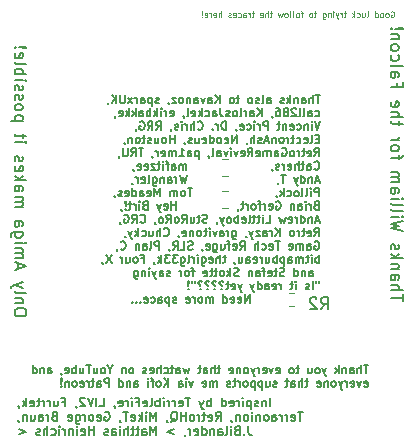
<source format=gbr>
%TF.GenerationSoftware,KiCad,Pcbnew,7.0.7*%
%TF.CreationDate,2025-08-27T15:09:01+01:00*%
%TF.ProjectId,Rosa,526f7361-2e6b-4696-9361-645f70636258,rev?*%
%TF.SameCoordinates,Original*%
%TF.FileFunction,Legend,Bot*%
%TF.FilePolarity,Positive*%
%FSLAX46Y46*%
G04 Gerber Fmt 4.6, Leading zero omitted, Abs format (unit mm)*
G04 Created by KiCad (PCBNEW 7.0.7) date 2025-08-27 15:09:01*
%MOMM*%
%LPD*%
G01*
G04 APERTURE LIST*
%ADD10C,0.150000*%
%ADD11C,0.187500*%
%ADD12C,0.125000*%
%ADD13C,0.120000*%
G04 APERTURE END LIST*
D10*
X35978980Y-28609677D02*
X35978980Y-28038249D01*
X34978980Y-28323963D02*
X35978980Y-28323963D01*
X34978980Y-27704915D02*
X35978980Y-27704915D01*
X34978980Y-27276344D02*
X35502790Y-27276344D01*
X35502790Y-27276344D02*
X35598028Y-27323963D01*
X35598028Y-27323963D02*
X35645647Y-27419201D01*
X35645647Y-27419201D02*
X35645647Y-27562058D01*
X35645647Y-27562058D02*
X35598028Y-27657296D01*
X35598028Y-27657296D02*
X35550409Y-27704915D01*
X34978980Y-26371582D02*
X35502790Y-26371582D01*
X35502790Y-26371582D02*
X35598028Y-26419201D01*
X35598028Y-26419201D02*
X35645647Y-26514439D01*
X35645647Y-26514439D02*
X35645647Y-26704915D01*
X35645647Y-26704915D02*
X35598028Y-26800153D01*
X35026600Y-26371582D02*
X34978980Y-26466820D01*
X34978980Y-26466820D02*
X34978980Y-26704915D01*
X34978980Y-26704915D02*
X35026600Y-26800153D01*
X35026600Y-26800153D02*
X35121838Y-26847772D01*
X35121838Y-26847772D02*
X35217076Y-26847772D01*
X35217076Y-26847772D02*
X35312314Y-26800153D01*
X35312314Y-26800153D02*
X35359933Y-26704915D01*
X35359933Y-26704915D02*
X35359933Y-26466820D01*
X35359933Y-26466820D02*
X35407552Y-26371582D01*
X35645647Y-25895391D02*
X34978980Y-25895391D01*
X35550409Y-25895391D02*
X35598028Y-25847772D01*
X35598028Y-25847772D02*
X35645647Y-25752534D01*
X35645647Y-25752534D02*
X35645647Y-25609677D01*
X35645647Y-25609677D02*
X35598028Y-25514439D01*
X35598028Y-25514439D02*
X35502790Y-25466820D01*
X35502790Y-25466820D02*
X34978980Y-25466820D01*
X34978980Y-24990629D02*
X35978980Y-24990629D01*
X35359933Y-24895391D02*
X34978980Y-24609677D01*
X35645647Y-24609677D02*
X35264695Y-24990629D01*
X35026600Y-24228724D02*
X34978980Y-24133486D01*
X34978980Y-24133486D02*
X34978980Y-23943010D01*
X34978980Y-23943010D02*
X35026600Y-23847772D01*
X35026600Y-23847772D02*
X35121838Y-23800153D01*
X35121838Y-23800153D02*
X35169457Y-23800153D01*
X35169457Y-23800153D02*
X35264695Y-23847772D01*
X35264695Y-23847772D02*
X35312314Y-23943010D01*
X35312314Y-23943010D02*
X35312314Y-24085867D01*
X35312314Y-24085867D02*
X35359933Y-24181105D01*
X35359933Y-24181105D02*
X35455171Y-24228724D01*
X35455171Y-24228724D02*
X35502790Y-24228724D01*
X35502790Y-24228724D02*
X35598028Y-24181105D01*
X35598028Y-24181105D02*
X35645647Y-24085867D01*
X35645647Y-24085867D02*
X35645647Y-23943010D01*
X35645647Y-23943010D02*
X35598028Y-23847772D01*
X35978980Y-22704914D02*
X34978980Y-22466819D01*
X34978980Y-22466819D02*
X35693266Y-22276343D01*
X35693266Y-22276343D02*
X34978980Y-22085867D01*
X34978980Y-22085867D02*
X35978980Y-21847772D01*
X34978980Y-21466819D02*
X35645647Y-21466819D01*
X35978980Y-21466819D02*
X35931361Y-21514438D01*
X35931361Y-21514438D02*
X35883742Y-21466819D01*
X35883742Y-21466819D02*
X35931361Y-21419200D01*
X35931361Y-21419200D02*
X35978980Y-21466819D01*
X35978980Y-21466819D02*
X35883742Y-21466819D01*
X34978980Y-20847772D02*
X35026600Y-20943010D01*
X35026600Y-20943010D02*
X35121838Y-20990629D01*
X35121838Y-20990629D02*
X35978980Y-20990629D01*
X34978980Y-20323962D02*
X35026600Y-20419200D01*
X35026600Y-20419200D02*
X35121838Y-20466819D01*
X35121838Y-20466819D02*
X35978980Y-20466819D01*
X34978980Y-19943009D02*
X35645647Y-19943009D01*
X35978980Y-19943009D02*
X35931361Y-19990628D01*
X35931361Y-19990628D02*
X35883742Y-19943009D01*
X35883742Y-19943009D02*
X35931361Y-19895390D01*
X35931361Y-19895390D02*
X35978980Y-19943009D01*
X35978980Y-19943009D02*
X35883742Y-19943009D01*
X34978980Y-19038248D02*
X35502790Y-19038248D01*
X35502790Y-19038248D02*
X35598028Y-19085867D01*
X35598028Y-19085867D02*
X35645647Y-19181105D01*
X35645647Y-19181105D02*
X35645647Y-19371581D01*
X35645647Y-19371581D02*
X35598028Y-19466819D01*
X35026600Y-19038248D02*
X34978980Y-19133486D01*
X34978980Y-19133486D02*
X34978980Y-19371581D01*
X34978980Y-19371581D02*
X35026600Y-19466819D01*
X35026600Y-19466819D02*
X35121838Y-19514438D01*
X35121838Y-19514438D02*
X35217076Y-19514438D01*
X35217076Y-19514438D02*
X35312314Y-19466819D01*
X35312314Y-19466819D02*
X35359933Y-19371581D01*
X35359933Y-19371581D02*
X35359933Y-19133486D01*
X35359933Y-19133486D02*
X35407552Y-19038248D01*
X34978980Y-18562057D02*
X35645647Y-18562057D01*
X35550409Y-18562057D02*
X35598028Y-18514438D01*
X35598028Y-18514438D02*
X35645647Y-18419200D01*
X35645647Y-18419200D02*
X35645647Y-18276343D01*
X35645647Y-18276343D02*
X35598028Y-18181105D01*
X35598028Y-18181105D02*
X35502790Y-18133486D01*
X35502790Y-18133486D02*
X34978980Y-18133486D01*
X35502790Y-18133486D02*
X35598028Y-18085867D01*
X35598028Y-18085867D02*
X35645647Y-17990629D01*
X35645647Y-17990629D02*
X35645647Y-17847772D01*
X35645647Y-17847772D02*
X35598028Y-17752533D01*
X35598028Y-17752533D02*
X35502790Y-17704914D01*
X35502790Y-17704914D02*
X34978980Y-17704914D01*
X35645647Y-16609676D02*
X35645647Y-16228724D01*
X34978980Y-16466819D02*
X35836123Y-16466819D01*
X35836123Y-16466819D02*
X35931361Y-16419200D01*
X35931361Y-16419200D02*
X35978980Y-16323962D01*
X35978980Y-16323962D02*
X35978980Y-16228724D01*
X34978980Y-15752533D02*
X35026600Y-15847771D01*
X35026600Y-15847771D02*
X35074219Y-15895390D01*
X35074219Y-15895390D02*
X35169457Y-15943009D01*
X35169457Y-15943009D02*
X35455171Y-15943009D01*
X35455171Y-15943009D02*
X35550409Y-15895390D01*
X35550409Y-15895390D02*
X35598028Y-15847771D01*
X35598028Y-15847771D02*
X35645647Y-15752533D01*
X35645647Y-15752533D02*
X35645647Y-15609676D01*
X35645647Y-15609676D02*
X35598028Y-15514438D01*
X35598028Y-15514438D02*
X35550409Y-15466819D01*
X35550409Y-15466819D02*
X35455171Y-15419200D01*
X35455171Y-15419200D02*
X35169457Y-15419200D01*
X35169457Y-15419200D02*
X35074219Y-15466819D01*
X35074219Y-15466819D02*
X35026600Y-15514438D01*
X35026600Y-15514438D02*
X34978980Y-15609676D01*
X34978980Y-15609676D02*
X34978980Y-15752533D01*
X34978980Y-14990628D02*
X35645647Y-14990628D01*
X35455171Y-14990628D02*
X35550409Y-14943009D01*
X35550409Y-14943009D02*
X35598028Y-14895390D01*
X35598028Y-14895390D02*
X35645647Y-14800152D01*
X35645647Y-14800152D02*
X35645647Y-14704914D01*
X35645647Y-13752532D02*
X35645647Y-13371580D01*
X35978980Y-13609675D02*
X35121838Y-13609675D01*
X35121838Y-13609675D02*
X35026600Y-13562056D01*
X35026600Y-13562056D02*
X34978980Y-13466818D01*
X34978980Y-13466818D02*
X34978980Y-13371580D01*
X34978980Y-13038246D02*
X35978980Y-13038246D01*
X34978980Y-12609675D02*
X35502790Y-12609675D01*
X35502790Y-12609675D02*
X35598028Y-12657294D01*
X35598028Y-12657294D02*
X35645647Y-12752532D01*
X35645647Y-12752532D02*
X35645647Y-12895389D01*
X35645647Y-12895389D02*
X35598028Y-12990627D01*
X35598028Y-12990627D02*
X35550409Y-13038246D01*
X35026600Y-11752532D02*
X34978980Y-11847770D01*
X34978980Y-11847770D02*
X34978980Y-12038246D01*
X34978980Y-12038246D02*
X35026600Y-12133484D01*
X35026600Y-12133484D02*
X35121838Y-12181103D01*
X35121838Y-12181103D02*
X35502790Y-12181103D01*
X35502790Y-12181103D02*
X35598028Y-12133484D01*
X35598028Y-12133484D02*
X35645647Y-12038246D01*
X35645647Y-12038246D02*
X35645647Y-11847770D01*
X35645647Y-11847770D02*
X35598028Y-11752532D01*
X35598028Y-11752532D02*
X35502790Y-11704913D01*
X35502790Y-11704913D02*
X35407552Y-11704913D01*
X35407552Y-11704913D02*
X35312314Y-12181103D01*
X35502790Y-10181103D02*
X35502790Y-10514436D01*
X34978980Y-10514436D02*
X35978980Y-10514436D01*
X35978980Y-10514436D02*
X35978980Y-10038246D01*
X34978980Y-9228722D02*
X35502790Y-9228722D01*
X35502790Y-9228722D02*
X35598028Y-9276341D01*
X35598028Y-9276341D02*
X35645647Y-9371579D01*
X35645647Y-9371579D02*
X35645647Y-9562055D01*
X35645647Y-9562055D02*
X35598028Y-9657293D01*
X35026600Y-9228722D02*
X34978980Y-9323960D01*
X34978980Y-9323960D02*
X34978980Y-9562055D01*
X34978980Y-9562055D02*
X35026600Y-9657293D01*
X35026600Y-9657293D02*
X35121838Y-9704912D01*
X35121838Y-9704912D02*
X35217076Y-9704912D01*
X35217076Y-9704912D02*
X35312314Y-9657293D01*
X35312314Y-9657293D02*
X35359933Y-9562055D01*
X35359933Y-9562055D02*
X35359933Y-9323960D01*
X35359933Y-9323960D02*
X35407552Y-9228722D01*
X34978980Y-8609674D02*
X35026600Y-8704912D01*
X35026600Y-8704912D02*
X35121838Y-8752531D01*
X35121838Y-8752531D02*
X35978980Y-8752531D01*
X35026600Y-7800150D02*
X34978980Y-7895388D01*
X34978980Y-7895388D02*
X34978980Y-8085864D01*
X34978980Y-8085864D02*
X35026600Y-8181102D01*
X35026600Y-8181102D02*
X35074219Y-8228721D01*
X35074219Y-8228721D02*
X35169457Y-8276340D01*
X35169457Y-8276340D02*
X35455171Y-8276340D01*
X35455171Y-8276340D02*
X35550409Y-8228721D01*
X35550409Y-8228721D02*
X35598028Y-8181102D01*
X35598028Y-8181102D02*
X35645647Y-8085864D01*
X35645647Y-8085864D02*
X35645647Y-7895388D01*
X35645647Y-7895388D02*
X35598028Y-7800150D01*
X34978980Y-7228721D02*
X35026600Y-7323959D01*
X35026600Y-7323959D02*
X35074219Y-7371578D01*
X35074219Y-7371578D02*
X35169457Y-7419197D01*
X35169457Y-7419197D02*
X35455171Y-7419197D01*
X35455171Y-7419197D02*
X35550409Y-7371578D01*
X35550409Y-7371578D02*
X35598028Y-7323959D01*
X35598028Y-7323959D02*
X35645647Y-7228721D01*
X35645647Y-7228721D02*
X35645647Y-7085864D01*
X35645647Y-7085864D02*
X35598028Y-6990626D01*
X35598028Y-6990626D02*
X35550409Y-6943007D01*
X35550409Y-6943007D02*
X35455171Y-6895388D01*
X35455171Y-6895388D02*
X35169457Y-6895388D01*
X35169457Y-6895388D02*
X35074219Y-6943007D01*
X35074219Y-6943007D02*
X35026600Y-6990626D01*
X35026600Y-6990626D02*
X34978980Y-7085864D01*
X34978980Y-7085864D02*
X34978980Y-7228721D01*
X35645647Y-6466816D02*
X34978980Y-6466816D01*
X35550409Y-6466816D02*
X35598028Y-6419197D01*
X35598028Y-6419197D02*
X35645647Y-6323959D01*
X35645647Y-6323959D02*
X35645647Y-6181102D01*
X35645647Y-6181102D02*
X35598028Y-6085864D01*
X35598028Y-6085864D02*
X35502790Y-6038245D01*
X35502790Y-6038245D02*
X34978980Y-6038245D01*
X35074219Y-5562054D02*
X35026600Y-5514435D01*
X35026600Y-5514435D02*
X34978980Y-5562054D01*
X34978980Y-5562054D02*
X35026600Y-5609673D01*
X35026600Y-5609673D02*
X35074219Y-5562054D01*
X35074219Y-5562054D02*
X34978980Y-5562054D01*
X35359933Y-5562054D02*
X35931361Y-5609673D01*
X35931361Y-5609673D02*
X35978980Y-5562054D01*
X35978980Y-5562054D02*
X35931361Y-5514435D01*
X35931361Y-5514435D02*
X35359933Y-5562054D01*
X35359933Y-5562054D02*
X35978980Y-5562054D01*
X28993849Y-11155933D02*
X28593849Y-11155933D01*
X28793849Y-11855933D02*
X28793849Y-11155933D01*
X28360516Y-11855933D02*
X28360516Y-11155933D01*
X28060516Y-11855933D02*
X28060516Y-11489266D01*
X28060516Y-11489266D02*
X28093849Y-11422600D01*
X28093849Y-11422600D02*
X28160516Y-11389266D01*
X28160516Y-11389266D02*
X28260516Y-11389266D01*
X28260516Y-11389266D02*
X28327183Y-11422600D01*
X28327183Y-11422600D02*
X28360516Y-11455933D01*
X27427183Y-11855933D02*
X27427183Y-11489266D01*
X27427183Y-11489266D02*
X27460516Y-11422600D01*
X27460516Y-11422600D02*
X27527183Y-11389266D01*
X27527183Y-11389266D02*
X27660516Y-11389266D01*
X27660516Y-11389266D02*
X27727183Y-11422600D01*
X27427183Y-11822600D02*
X27493850Y-11855933D01*
X27493850Y-11855933D02*
X27660516Y-11855933D01*
X27660516Y-11855933D02*
X27727183Y-11822600D01*
X27727183Y-11822600D02*
X27760516Y-11755933D01*
X27760516Y-11755933D02*
X27760516Y-11689266D01*
X27760516Y-11689266D02*
X27727183Y-11622600D01*
X27727183Y-11622600D02*
X27660516Y-11589266D01*
X27660516Y-11589266D02*
X27493850Y-11589266D01*
X27493850Y-11589266D02*
X27427183Y-11555933D01*
X27093850Y-11389266D02*
X27093850Y-11855933D01*
X27093850Y-11455933D02*
X27060517Y-11422600D01*
X27060517Y-11422600D02*
X26993850Y-11389266D01*
X26993850Y-11389266D02*
X26893850Y-11389266D01*
X26893850Y-11389266D02*
X26827183Y-11422600D01*
X26827183Y-11422600D02*
X26793850Y-11489266D01*
X26793850Y-11489266D02*
X26793850Y-11855933D01*
X26460517Y-11855933D02*
X26460517Y-11155933D01*
X26393850Y-11589266D02*
X26193850Y-11855933D01*
X26193850Y-11389266D02*
X26460517Y-11655933D01*
X25927183Y-11822600D02*
X25860517Y-11855933D01*
X25860517Y-11855933D02*
X25727183Y-11855933D01*
X25727183Y-11855933D02*
X25660517Y-11822600D01*
X25660517Y-11822600D02*
X25627183Y-11755933D01*
X25627183Y-11755933D02*
X25627183Y-11722600D01*
X25627183Y-11722600D02*
X25660517Y-11655933D01*
X25660517Y-11655933D02*
X25727183Y-11622600D01*
X25727183Y-11622600D02*
X25827183Y-11622600D01*
X25827183Y-11622600D02*
X25893850Y-11589266D01*
X25893850Y-11589266D02*
X25927183Y-11522600D01*
X25927183Y-11522600D02*
X25927183Y-11489266D01*
X25927183Y-11489266D02*
X25893850Y-11422600D01*
X25893850Y-11422600D02*
X25827183Y-11389266D01*
X25827183Y-11389266D02*
X25727183Y-11389266D01*
X25727183Y-11389266D02*
X25660517Y-11422600D01*
X24493850Y-11855933D02*
X24493850Y-11489266D01*
X24493850Y-11489266D02*
X24527183Y-11422600D01*
X24527183Y-11422600D02*
X24593850Y-11389266D01*
X24593850Y-11389266D02*
X24727183Y-11389266D01*
X24727183Y-11389266D02*
X24793850Y-11422600D01*
X24493850Y-11822600D02*
X24560517Y-11855933D01*
X24560517Y-11855933D02*
X24727183Y-11855933D01*
X24727183Y-11855933D02*
X24793850Y-11822600D01*
X24793850Y-11822600D02*
X24827183Y-11755933D01*
X24827183Y-11755933D02*
X24827183Y-11689266D01*
X24827183Y-11689266D02*
X24793850Y-11622600D01*
X24793850Y-11622600D02*
X24727183Y-11589266D01*
X24727183Y-11589266D02*
X24560517Y-11589266D01*
X24560517Y-11589266D02*
X24493850Y-11555933D01*
X24060517Y-11855933D02*
X24127184Y-11822600D01*
X24127184Y-11822600D02*
X24160517Y-11755933D01*
X24160517Y-11755933D02*
X24160517Y-11155933D01*
X23827183Y-11822600D02*
X23760517Y-11855933D01*
X23760517Y-11855933D02*
X23627183Y-11855933D01*
X23627183Y-11855933D02*
X23560517Y-11822600D01*
X23560517Y-11822600D02*
X23527183Y-11755933D01*
X23527183Y-11755933D02*
X23527183Y-11722600D01*
X23527183Y-11722600D02*
X23560517Y-11655933D01*
X23560517Y-11655933D02*
X23627183Y-11622600D01*
X23627183Y-11622600D02*
X23727183Y-11622600D01*
X23727183Y-11622600D02*
X23793850Y-11589266D01*
X23793850Y-11589266D02*
X23827183Y-11522600D01*
X23827183Y-11522600D02*
X23827183Y-11489266D01*
X23827183Y-11489266D02*
X23793850Y-11422600D01*
X23793850Y-11422600D02*
X23727183Y-11389266D01*
X23727183Y-11389266D02*
X23627183Y-11389266D01*
X23627183Y-11389266D02*
X23560517Y-11422600D01*
X23127183Y-11855933D02*
X23193850Y-11822600D01*
X23193850Y-11822600D02*
X23227183Y-11789266D01*
X23227183Y-11789266D02*
X23260516Y-11722600D01*
X23260516Y-11722600D02*
X23260516Y-11522600D01*
X23260516Y-11522600D02*
X23227183Y-11455933D01*
X23227183Y-11455933D02*
X23193850Y-11422600D01*
X23193850Y-11422600D02*
X23127183Y-11389266D01*
X23127183Y-11389266D02*
X23027183Y-11389266D01*
X23027183Y-11389266D02*
X22960516Y-11422600D01*
X22960516Y-11422600D02*
X22927183Y-11455933D01*
X22927183Y-11455933D02*
X22893850Y-11522600D01*
X22893850Y-11522600D02*
X22893850Y-11722600D01*
X22893850Y-11722600D02*
X22927183Y-11789266D01*
X22927183Y-11789266D02*
X22960516Y-11822600D01*
X22960516Y-11822600D02*
X23027183Y-11855933D01*
X23027183Y-11855933D02*
X23127183Y-11855933D01*
X22160517Y-11389266D02*
X21893850Y-11389266D01*
X22060517Y-11155933D02*
X22060517Y-11755933D01*
X22060517Y-11755933D02*
X22027184Y-11822600D01*
X22027184Y-11822600D02*
X21960517Y-11855933D01*
X21960517Y-11855933D02*
X21893850Y-11855933D01*
X21560517Y-11855933D02*
X21627184Y-11822600D01*
X21627184Y-11822600D02*
X21660517Y-11789266D01*
X21660517Y-11789266D02*
X21693850Y-11722600D01*
X21693850Y-11722600D02*
X21693850Y-11522600D01*
X21693850Y-11522600D02*
X21660517Y-11455933D01*
X21660517Y-11455933D02*
X21627184Y-11422600D01*
X21627184Y-11422600D02*
X21560517Y-11389266D01*
X21560517Y-11389266D02*
X21460517Y-11389266D01*
X21460517Y-11389266D02*
X21393850Y-11422600D01*
X21393850Y-11422600D02*
X21360517Y-11455933D01*
X21360517Y-11455933D02*
X21327184Y-11522600D01*
X21327184Y-11522600D02*
X21327184Y-11722600D01*
X21327184Y-11722600D02*
X21360517Y-11789266D01*
X21360517Y-11789266D02*
X21393850Y-11822600D01*
X21393850Y-11822600D02*
X21460517Y-11855933D01*
X21460517Y-11855933D02*
X21560517Y-11855933D01*
X20493851Y-11855933D02*
X20493851Y-11155933D01*
X20093851Y-11855933D02*
X20393851Y-11455933D01*
X20093851Y-11155933D02*
X20493851Y-11555933D01*
X19493851Y-11855933D02*
X19493851Y-11489266D01*
X19493851Y-11489266D02*
X19527184Y-11422600D01*
X19527184Y-11422600D02*
X19593851Y-11389266D01*
X19593851Y-11389266D02*
X19727184Y-11389266D01*
X19727184Y-11389266D02*
X19793851Y-11422600D01*
X19493851Y-11822600D02*
X19560518Y-11855933D01*
X19560518Y-11855933D02*
X19727184Y-11855933D01*
X19727184Y-11855933D02*
X19793851Y-11822600D01*
X19793851Y-11822600D02*
X19827184Y-11755933D01*
X19827184Y-11755933D02*
X19827184Y-11689266D01*
X19827184Y-11689266D02*
X19793851Y-11622600D01*
X19793851Y-11622600D02*
X19727184Y-11589266D01*
X19727184Y-11589266D02*
X19560518Y-11589266D01*
X19560518Y-11589266D02*
X19493851Y-11555933D01*
X19227185Y-11389266D02*
X19060518Y-11855933D01*
X19060518Y-11855933D02*
X18893851Y-11389266D01*
X18327185Y-11855933D02*
X18327185Y-11489266D01*
X18327185Y-11489266D02*
X18360518Y-11422600D01*
X18360518Y-11422600D02*
X18427185Y-11389266D01*
X18427185Y-11389266D02*
X18560518Y-11389266D01*
X18560518Y-11389266D02*
X18627185Y-11422600D01*
X18327185Y-11822600D02*
X18393852Y-11855933D01*
X18393852Y-11855933D02*
X18560518Y-11855933D01*
X18560518Y-11855933D02*
X18627185Y-11822600D01*
X18627185Y-11822600D02*
X18660518Y-11755933D01*
X18660518Y-11755933D02*
X18660518Y-11689266D01*
X18660518Y-11689266D02*
X18627185Y-11622600D01*
X18627185Y-11622600D02*
X18560518Y-11589266D01*
X18560518Y-11589266D02*
X18393852Y-11589266D01*
X18393852Y-11589266D02*
X18327185Y-11555933D01*
X17993852Y-11389266D02*
X17993852Y-11855933D01*
X17993852Y-11455933D02*
X17960519Y-11422600D01*
X17960519Y-11422600D02*
X17893852Y-11389266D01*
X17893852Y-11389266D02*
X17793852Y-11389266D01*
X17793852Y-11389266D02*
X17727185Y-11422600D01*
X17727185Y-11422600D02*
X17693852Y-11489266D01*
X17693852Y-11489266D02*
X17693852Y-11855933D01*
X17260519Y-11855933D02*
X17327186Y-11822600D01*
X17327186Y-11822600D02*
X17360519Y-11789266D01*
X17360519Y-11789266D02*
X17393852Y-11722600D01*
X17393852Y-11722600D02*
X17393852Y-11522600D01*
X17393852Y-11522600D02*
X17360519Y-11455933D01*
X17360519Y-11455933D02*
X17327186Y-11422600D01*
X17327186Y-11422600D02*
X17260519Y-11389266D01*
X17260519Y-11389266D02*
X17160519Y-11389266D01*
X17160519Y-11389266D02*
X17093852Y-11422600D01*
X17093852Y-11422600D02*
X17060519Y-11455933D01*
X17060519Y-11455933D02*
X17027186Y-11522600D01*
X17027186Y-11522600D02*
X17027186Y-11722600D01*
X17027186Y-11722600D02*
X17060519Y-11789266D01*
X17060519Y-11789266D02*
X17093852Y-11822600D01*
X17093852Y-11822600D02*
X17160519Y-11855933D01*
X17160519Y-11855933D02*
X17260519Y-11855933D01*
X16793853Y-11389266D02*
X16427186Y-11389266D01*
X16427186Y-11389266D02*
X16793853Y-11855933D01*
X16793853Y-11855933D02*
X16427186Y-11855933D01*
X16127186Y-11822600D02*
X16127186Y-11855933D01*
X16127186Y-11855933D02*
X16160519Y-11922600D01*
X16160519Y-11922600D02*
X16193852Y-11955933D01*
X15327186Y-11822600D02*
X15260520Y-11855933D01*
X15260520Y-11855933D02*
X15127186Y-11855933D01*
X15127186Y-11855933D02*
X15060520Y-11822600D01*
X15060520Y-11822600D02*
X15027186Y-11755933D01*
X15027186Y-11755933D02*
X15027186Y-11722600D01*
X15027186Y-11722600D02*
X15060520Y-11655933D01*
X15060520Y-11655933D02*
X15127186Y-11622600D01*
X15127186Y-11622600D02*
X15227186Y-11622600D01*
X15227186Y-11622600D02*
X15293853Y-11589266D01*
X15293853Y-11589266D02*
X15327186Y-11522600D01*
X15327186Y-11522600D02*
X15327186Y-11489266D01*
X15327186Y-11489266D02*
X15293853Y-11422600D01*
X15293853Y-11422600D02*
X15227186Y-11389266D01*
X15227186Y-11389266D02*
X15127186Y-11389266D01*
X15127186Y-11389266D02*
X15060520Y-11422600D01*
X14727186Y-11389266D02*
X14727186Y-12089266D01*
X14727186Y-11422600D02*
X14660519Y-11389266D01*
X14660519Y-11389266D02*
X14527186Y-11389266D01*
X14527186Y-11389266D02*
X14460519Y-11422600D01*
X14460519Y-11422600D02*
X14427186Y-11455933D01*
X14427186Y-11455933D02*
X14393853Y-11522600D01*
X14393853Y-11522600D02*
X14393853Y-11722600D01*
X14393853Y-11722600D02*
X14427186Y-11789266D01*
X14427186Y-11789266D02*
X14460519Y-11822600D01*
X14460519Y-11822600D02*
X14527186Y-11855933D01*
X14527186Y-11855933D02*
X14660519Y-11855933D01*
X14660519Y-11855933D02*
X14727186Y-11822600D01*
X13793853Y-11855933D02*
X13793853Y-11489266D01*
X13793853Y-11489266D02*
X13827186Y-11422600D01*
X13827186Y-11422600D02*
X13893853Y-11389266D01*
X13893853Y-11389266D02*
X14027186Y-11389266D01*
X14027186Y-11389266D02*
X14093853Y-11422600D01*
X13793853Y-11822600D02*
X13860520Y-11855933D01*
X13860520Y-11855933D02*
X14027186Y-11855933D01*
X14027186Y-11855933D02*
X14093853Y-11822600D01*
X14093853Y-11822600D02*
X14127186Y-11755933D01*
X14127186Y-11755933D02*
X14127186Y-11689266D01*
X14127186Y-11689266D02*
X14093853Y-11622600D01*
X14093853Y-11622600D02*
X14027186Y-11589266D01*
X14027186Y-11589266D02*
X13860520Y-11589266D01*
X13860520Y-11589266D02*
X13793853Y-11555933D01*
X13460520Y-11855933D02*
X13460520Y-11389266D01*
X13460520Y-11522600D02*
X13427187Y-11455933D01*
X13427187Y-11455933D02*
X13393853Y-11422600D01*
X13393853Y-11422600D02*
X13327187Y-11389266D01*
X13327187Y-11389266D02*
X13260520Y-11389266D01*
X13093854Y-11855933D02*
X12727187Y-11389266D01*
X13093854Y-11389266D02*
X12727187Y-11855933D01*
X12460520Y-11155933D02*
X12460520Y-11722600D01*
X12460520Y-11722600D02*
X12427187Y-11789266D01*
X12427187Y-11789266D02*
X12393853Y-11822600D01*
X12393853Y-11822600D02*
X12327187Y-11855933D01*
X12327187Y-11855933D02*
X12193853Y-11855933D01*
X12193853Y-11855933D02*
X12127187Y-11822600D01*
X12127187Y-11822600D02*
X12093853Y-11789266D01*
X12093853Y-11789266D02*
X12060520Y-11722600D01*
X12060520Y-11722600D02*
X12060520Y-11155933D01*
X11727187Y-11855933D02*
X11727187Y-11155933D01*
X11327187Y-11855933D02*
X11627187Y-11455933D01*
X11327187Y-11155933D02*
X11727187Y-11555933D01*
X10993854Y-11822600D02*
X10993854Y-11855933D01*
X10993854Y-11855933D02*
X11027187Y-11922600D01*
X11027187Y-11922600D02*
X11060520Y-11955933D01*
X28593849Y-12949600D02*
X28660516Y-12982933D01*
X28660516Y-12982933D02*
X28793849Y-12982933D01*
X28793849Y-12982933D02*
X28860516Y-12949600D01*
X28860516Y-12949600D02*
X28893849Y-12916266D01*
X28893849Y-12916266D02*
X28927182Y-12849600D01*
X28927182Y-12849600D02*
X28927182Y-12649600D01*
X28927182Y-12649600D02*
X28893849Y-12582933D01*
X28893849Y-12582933D02*
X28860516Y-12549600D01*
X28860516Y-12549600D02*
X28793849Y-12516266D01*
X28793849Y-12516266D02*
X28660516Y-12516266D01*
X28660516Y-12516266D02*
X28593849Y-12549600D01*
X27993849Y-12982933D02*
X27993849Y-12616266D01*
X27993849Y-12616266D02*
X28027182Y-12549600D01*
X28027182Y-12549600D02*
X28093849Y-12516266D01*
X28093849Y-12516266D02*
X28227182Y-12516266D01*
X28227182Y-12516266D02*
X28293849Y-12549600D01*
X27993849Y-12949600D02*
X28060516Y-12982933D01*
X28060516Y-12982933D02*
X28227182Y-12982933D01*
X28227182Y-12982933D02*
X28293849Y-12949600D01*
X28293849Y-12949600D02*
X28327182Y-12882933D01*
X28327182Y-12882933D02*
X28327182Y-12816266D01*
X28327182Y-12816266D02*
X28293849Y-12749600D01*
X28293849Y-12749600D02*
X28227182Y-12716266D01*
X28227182Y-12716266D02*
X28060516Y-12716266D01*
X28060516Y-12716266D02*
X27993849Y-12682933D01*
X27560516Y-12982933D02*
X27627183Y-12949600D01*
X27627183Y-12949600D02*
X27660516Y-12882933D01*
X27660516Y-12882933D02*
X27660516Y-12282933D01*
X27193849Y-12982933D02*
X27260516Y-12949600D01*
X27260516Y-12949600D02*
X27293849Y-12882933D01*
X27293849Y-12882933D02*
X27293849Y-12282933D01*
X26960515Y-12349600D02*
X26927182Y-12316266D01*
X26927182Y-12316266D02*
X26860515Y-12282933D01*
X26860515Y-12282933D02*
X26693849Y-12282933D01*
X26693849Y-12282933D02*
X26627182Y-12316266D01*
X26627182Y-12316266D02*
X26593849Y-12349600D01*
X26593849Y-12349600D02*
X26560515Y-12416266D01*
X26560515Y-12416266D02*
X26560515Y-12482933D01*
X26560515Y-12482933D02*
X26593849Y-12582933D01*
X26593849Y-12582933D02*
X26993849Y-12982933D01*
X26993849Y-12982933D02*
X26560515Y-12982933D01*
X26160515Y-12582933D02*
X26227182Y-12549600D01*
X26227182Y-12549600D02*
X26260515Y-12516266D01*
X26260515Y-12516266D02*
X26293848Y-12449600D01*
X26293848Y-12449600D02*
X26293848Y-12416266D01*
X26293848Y-12416266D02*
X26260515Y-12349600D01*
X26260515Y-12349600D02*
X26227182Y-12316266D01*
X26227182Y-12316266D02*
X26160515Y-12282933D01*
X26160515Y-12282933D02*
X26027182Y-12282933D01*
X26027182Y-12282933D02*
X25960515Y-12316266D01*
X25960515Y-12316266D02*
X25927182Y-12349600D01*
X25927182Y-12349600D02*
X25893848Y-12416266D01*
X25893848Y-12416266D02*
X25893848Y-12449600D01*
X25893848Y-12449600D02*
X25927182Y-12516266D01*
X25927182Y-12516266D02*
X25960515Y-12549600D01*
X25960515Y-12549600D02*
X26027182Y-12582933D01*
X26027182Y-12582933D02*
X26160515Y-12582933D01*
X26160515Y-12582933D02*
X26227182Y-12616266D01*
X26227182Y-12616266D02*
X26260515Y-12649600D01*
X26260515Y-12649600D02*
X26293848Y-12716266D01*
X26293848Y-12716266D02*
X26293848Y-12849600D01*
X26293848Y-12849600D02*
X26260515Y-12916266D01*
X26260515Y-12916266D02*
X26227182Y-12949600D01*
X26227182Y-12949600D02*
X26160515Y-12982933D01*
X26160515Y-12982933D02*
X26027182Y-12982933D01*
X26027182Y-12982933D02*
X25960515Y-12949600D01*
X25960515Y-12949600D02*
X25927182Y-12916266D01*
X25927182Y-12916266D02*
X25893848Y-12849600D01*
X25893848Y-12849600D02*
X25893848Y-12716266D01*
X25893848Y-12716266D02*
X25927182Y-12649600D01*
X25927182Y-12649600D02*
X25960515Y-12616266D01*
X25960515Y-12616266D02*
X26027182Y-12582933D01*
X25293848Y-12282933D02*
X25427181Y-12282933D01*
X25427181Y-12282933D02*
X25493848Y-12316266D01*
X25493848Y-12316266D02*
X25527181Y-12349600D01*
X25527181Y-12349600D02*
X25593848Y-12449600D01*
X25593848Y-12449600D02*
X25627181Y-12582933D01*
X25627181Y-12582933D02*
X25627181Y-12849600D01*
X25627181Y-12849600D02*
X25593848Y-12916266D01*
X25593848Y-12916266D02*
X25560515Y-12949600D01*
X25560515Y-12949600D02*
X25493848Y-12982933D01*
X25493848Y-12982933D02*
X25360515Y-12982933D01*
X25360515Y-12982933D02*
X25293848Y-12949600D01*
X25293848Y-12949600D02*
X25260515Y-12916266D01*
X25260515Y-12916266D02*
X25227181Y-12849600D01*
X25227181Y-12849600D02*
X25227181Y-12682933D01*
X25227181Y-12682933D02*
X25260515Y-12616266D01*
X25260515Y-12616266D02*
X25293848Y-12582933D01*
X25293848Y-12582933D02*
X25360515Y-12549600D01*
X25360515Y-12549600D02*
X25493848Y-12549600D01*
X25493848Y-12549600D02*
X25560515Y-12582933D01*
X25560515Y-12582933D02*
X25593848Y-12616266D01*
X25593848Y-12616266D02*
X25627181Y-12682933D01*
X24893848Y-12949600D02*
X24893848Y-12982933D01*
X24893848Y-12982933D02*
X24927181Y-13049600D01*
X24927181Y-13049600D02*
X24960514Y-13082933D01*
X24060515Y-12982933D02*
X24060515Y-12282933D01*
X23660515Y-12982933D02*
X23960515Y-12582933D01*
X23660515Y-12282933D02*
X24060515Y-12682933D01*
X23060515Y-12982933D02*
X23060515Y-12616266D01*
X23060515Y-12616266D02*
X23093848Y-12549600D01*
X23093848Y-12549600D02*
X23160515Y-12516266D01*
X23160515Y-12516266D02*
X23293848Y-12516266D01*
X23293848Y-12516266D02*
X23360515Y-12549600D01*
X23060515Y-12949600D02*
X23127182Y-12982933D01*
X23127182Y-12982933D02*
X23293848Y-12982933D01*
X23293848Y-12982933D02*
X23360515Y-12949600D01*
X23360515Y-12949600D02*
X23393848Y-12882933D01*
X23393848Y-12882933D02*
X23393848Y-12816266D01*
X23393848Y-12816266D02*
X23360515Y-12749600D01*
X23360515Y-12749600D02*
X23293848Y-12716266D01*
X23293848Y-12716266D02*
X23127182Y-12716266D01*
X23127182Y-12716266D02*
X23060515Y-12682933D01*
X22727182Y-12982933D02*
X22727182Y-12516266D01*
X22727182Y-12649600D02*
X22693849Y-12582933D01*
X22693849Y-12582933D02*
X22660515Y-12549600D01*
X22660515Y-12549600D02*
X22593849Y-12516266D01*
X22593849Y-12516266D02*
X22527182Y-12516266D01*
X22193849Y-12982933D02*
X22260516Y-12949600D01*
X22260516Y-12949600D02*
X22293849Y-12882933D01*
X22293849Y-12882933D02*
X22293849Y-12282933D01*
X21827182Y-12982933D02*
X21893849Y-12949600D01*
X21893849Y-12949600D02*
X21927182Y-12916266D01*
X21927182Y-12916266D02*
X21960515Y-12849600D01*
X21960515Y-12849600D02*
X21960515Y-12649600D01*
X21960515Y-12649600D02*
X21927182Y-12582933D01*
X21927182Y-12582933D02*
X21893849Y-12549600D01*
X21893849Y-12549600D02*
X21827182Y-12516266D01*
X21827182Y-12516266D02*
X21727182Y-12516266D01*
X21727182Y-12516266D02*
X21660515Y-12549600D01*
X21660515Y-12549600D02*
X21627182Y-12582933D01*
X21627182Y-12582933D02*
X21593849Y-12649600D01*
X21593849Y-12649600D02*
X21593849Y-12849600D01*
X21593849Y-12849600D02*
X21627182Y-12916266D01*
X21627182Y-12916266D02*
X21660515Y-12949600D01*
X21660515Y-12949600D02*
X21727182Y-12982933D01*
X21727182Y-12982933D02*
X21827182Y-12982933D01*
X21327182Y-12949600D02*
X21260516Y-12982933D01*
X21260516Y-12982933D02*
X21127182Y-12982933D01*
X21127182Y-12982933D02*
X21060516Y-12949600D01*
X21060516Y-12949600D02*
X21027182Y-12882933D01*
X21027182Y-12882933D02*
X21027182Y-12849600D01*
X21027182Y-12849600D02*
X21060516Y-12782933D01*
X21060516Y-12782933D02*
X21127182Y-12749600D01*
X21127182Y-12749600D02*
X21227182Y-12749600D01*
X21227182Y-12749600D02*
X21293849Y-12716266D01*
X21293849Y-12716266D02*
X21327182Y-12649600D01*
X21327182Y-12649600D02*
X21327182Y-12616266D01*
X21327182Y-12616266D02*
X21293849Y-12549600D01*
X21293849Y-12549600D02*
X21227182Y-12516266D01*
X21227182Y-12516266D02*
X21127182Y-12516266D01*
X21127182Y-12516266D02*
X21060516Y-12549600D01*
X20527182Y-12282933D02*
X20527182Y-12782933D01*
X20527182Y-12782933D02*
X20560515Y-12882933D01*
X20560515Y-12882933D02*
X20627182Y-12949600D01*
X20627182Y-12949600D02*
X20727182Y-12982933D01*
X20727182Y-12982933D02*
X20793849Y-12982933D01*
X19893849Y-12982933D02*
X19893849Y-12616266D01*
X19893849Y-12616266D02*
X19927182Y-12549600D01*
X19927182Y-12549600D02*
X19993849Y-12516266D01*
X19993849Y-12516266D02*
X20127182Y-12516266D01*
X20127182Y-12516266D02*
X20193849Y-12549600D01*
X19893849Y-12949600D02*
X19960516Y-12982933D01*
X19960516Y-12982933D02*
X20127182Y-12982933D01*
X20127182Y-12982933D02*
X20193849Y-12949600D01*
X20193849Y-12949600D02*
X20227182Y-12882933D01*
X20227182Y-12882933D02*
X20227182Y-12816266D01*
X20227182Y-12816266D02*
X20193849Y-12749600D01*
X20193849Y-12749600D02*
X20127182Y-12716266D01*
X20127182Y-12716266D02*
X19960516Y-12716266D01*
X19960516Y-12716266D02*
X19893849Y-12682933D01*
X19260516Y-12949600D02*
X19327183Y-12982933D01*
X19327183Y-12982933D02*
X19460516Y-12982933D01*
X19460516Y-12982933D02*
X19527183Y-12949600D01*
X19527183Y-12949600D02*
X19560516Y-12916266D01*
X19560516Y-12916266D02*
X19593849Y-12849600D01*
X19593849Y-12849600D02*
X19593849Y-12649600D01*
X19593849Y-12649600D02*
X19560516Y-12582933D01*
X19560516Y-12582933D02*
X19527183Y-12549600D01*
X19527183Y-12549600D02*
X19460516Y-12516266D01*
X19460516Y-12516266D02*
X19327183Y-12516266D01*
X19327183Y-12516266D02*
X19260516Y-12549600D01*
X18960516Y-12982933D02*
X18960516Y-12282933D01*
X18893849Y-12716266D02*
X18693849Y-12982933D01*
X18693849Y-12516266D02*
X18960516Y-12782933D01*
X18127182Y-12949600D02*
X18193849Y-12982933D01*
X18193849Y-12982933D02*
X18327182Y-12982933D01*
X18327182Y-12982933D02*
X18393849Y-12949600D01*
X18393849Y-12949600D02*
X18427182Y-12882933D01*
X18427182Y-12882933D02*
X18427182Y-12616266D01*
X18427182Y-12616266D02*
X18393849Y-12549600D01*
X18393849Y-12549600D02*
X18327182Y-12516266D01*
X18327182Y-12516266D02*
X18193849Y-12516266D01*
X18193849Y-12516266D02*
X18127182Y-12549600D01*
X18127182Y-12549600D02*
X18093849Y-12616266D01*
X18093849Y-12616266D02*
X18093849Y-12682933D01*
X18093849Y-12682933D02*
X18427182Y-12749600D01*
X17693849Y-12982933D02*
X17760516Y-12949600D01*
X17760516Y-12949600D02*
X17793849Y-12882933D01*
X17793849Y-12882933D02*
X17793849Y-12282933D01*
X17393849Y-12949600D02*
X17393849Y-12982933D01*
X17393849Y-12982933D02*
X17427182Y-13049600D01*
X17427182Y-13049600D02*
X17460515Y-13082933D01*
X16293849Y-12949600D02*
X16360516Y-12982933D01*
X16360516Y-12982933D02*
X16493849Y-12982933D01*
X16493849Y-12982933D02*
X16560516Y-12949600D01*
X16560516Y-12949600D02*
X16593849Y-12882933D01*
X16593849Y-12882933D02*
X16593849Y-12616266D01*
X16593849Y-12616266D02*
X16560516Y-12549600D01*
X16560516Y-12549600D02*
X16493849Y-12516266D01*
X16493849Y-12516266D02*
X16360516Y-12516266D01*
X16360516Y-12516266D02*
X16293849Y-12549600D01*
X16293849Y-12549600D02*
X16260516Y-12616266D01*
X16260516Y-12616266D02*
X16260516Y-12682933D01*
X16260516Y-12682933D02*
X16593849Y-12749600D01*
X15960516Y-12982933D02*
X15960516Y-12516266D01*
X15960516Y-12649600D02*
X15927183Y-12582933D01*
X15927183Y-12582933D02*
X15893849Y-12549600D01*
X15893849Y-12549600D02*
X15827183Y-12516266D01*
X15827183Y-12516266D02*
X15760516Y-12516266D01*
X15527183Y-12982933D02*
X15527183Y-12516266D01*
X15527183Y-12282933D02*
X15560516Y-12316266D01*
X15560516Y-12316266D02*
X15527183Y-12349600D01*
X15527183Y-12349600D02*
X15493850Y-12316266D01*
X15493850Y-12316266D02*
X15527183Y-12282933D01*
X15527183Y-12282933D02*
X15527183Y-12349600D01*
X15193850Y-12982933D02*
X15193850Y-12282933D01*
X15127183Y-12716266D02*
X14927183Y-12982933D01*
X14927183Y-12516266D02*
X15193850Y-12782933D01*
X14627183Y-12982933D02*
X14627183Y-12282933D01*
X14627183Y-12549600D02*
X14560516Y-12516266D01*
X14560516Y-12516266D02*
X14427183Y-12516266D01*
X14427183Y-12516266D02*
X14360516Y-12549600D01*
X14360516Y-12549600D02*
X14327183Y-12582933D01*
X14327183Y-12582933D02*
X14293850Y-12649600D01*
X14293850Y-12649600D02*
X14293850Y-12849600D01*
X14293850Y-12849600D02*
X14327183Y-12916266D01*
X14327183Y-12916266D02*
X14360516Y-12949600D01*
X14360516Y-12949600D02*
X14427183Y-12982933D01*
X14427183Y-12982933D02*
X14560516Y-12982933D01*
X14560516Y-12982933D02*
X14627183Y-12949600D01*
X13693850Y-12982933D02*
X13693850Y-12616266D01*
X13693850Y-12616266D02*
X13727183Y-12549600D01*
X13727183Y-12549600D02*
X13793850Y-12516266D01*
X13793850Y-12516266D02*
X13927183Y-12516266D01*
X13927183Y-12516266D02*
X13993850Y-12549600D01*
X13693850Y-12949600D02*
X13760517Y-12982933D01*
X13760517Y-12982933D02*
X13927183Y-12982933D01*
X13927183Y-12982933D02*
X13993850Y-12949600D01*
X13993850Y-12949600D02*
X14027183Y-12882933D01*
X14027183Y-12882933D02*
X14027183Y-12816266D01*
X14027183Y-12816266D02*
X13993850Y-12749600D01*
X13993850Y-12749600D02*
X13927183Y-12716266D01*
X13927183Y-12716266D02*
X13760517Y-12716266D01*
X13760517Y-12716266D02*
X13693850Y-12682933D01*
X13360517Y-12982933D02*
X13360517Y-12282933D01*
X13293850Y-12716266D02*
X13093850Y-12982933D01*
X13093850Y-12516266D02*
X13360517Y-12782933D01*
X12793850Y-12982933D02*
X12793850Y-12282933D01*
X12727183Y-12716266D02*
X12527183Y-12982933D01*
X12527183Y-12516266D02*
X12793850Y-12782933D01*
X11960516Y-12949600D02*
X12027183Y-12982933D01*
X12027183Y-12982933D02*
X12160516Y-12982933D01*
X12160516Y-12982933D02*
X12227183Y-12949600D01*
X12227183Y-12949600D02*
X12260516Y-12882933D01*
X12260516Y-12882933D02*
X12260516Y-12616266D01*
X12260516Y-12616266D02*
X12227183Y-12549600D01*
X12227183Y-12549600D02*
X12160516Y-12516266D01*
X12160516Y-12516266D02*
X12027183Y-12516266D01*
X12027183Y-12516266D02*
X11960516Y-12549600D01*
X11960516Y-12549600D02*
X11927183Y-12616266D01*
X11927183Y-12616266D02*
X11927183Y-12682933D01*
X11927183Y-12682933D02*
X12260516Y-12749600D01*
X11593850Y-12949600D02*
X11593850Y-12982933D01*
X11593850Y-12982933D02*
X11627183Y-13049600D01*
X11627183Y-13049600D02*
X11660516Y-13082933D01*
X28993849Y-13409933D02*
X28760516Y-14109933D01*
X28760516Y-14109933D02*
X28527182Y-13409933D01*
X28293849Y-14109933D02*
X28293849Y-13643266D01*
X28293849Y-13409933D02*
X28327182Y-13443266D01*
X28327182Y-13443266D02*
X28293849Y-13476600D01*
X28293849Y-13476600D02*
X28260516Y-13443266D01*
X28260516Y-13443266D02*
X28293849Y-13409933D01*
X28293849Y-13409933D02*
X28293849Y-13476600D01*
X27960516Y-13643266D02*
X27960516Y-14109933D01*
X27960516Y-13709933D02*
X27927183Y-13676600D01*
X27927183Y-13676600D02*
X27860516Y-13643266D01*
X27860516Y-13643266D02*
X27760516Y-13643266D01*
X27760516Y-13643266D02*
X27693849Y-13676600D01*
X27693849Y-13676600D02*
X27660516Y-13743266D01*
X27660516Y-13743266D02*
X27660516Y-14109933D01*
X27027183Y-14076600D02*
X27093850Y-14109933D01*
X27093850Y-14109933D02*
X27227183Y-14109933D01*
X27227183Y-14109933D02*
X27293850Y-14076600D01*
X27293850Y-14076600D02*
X27327183Y-14043266D01*
X27327183Y-14043266D02*
X27360516Y-13976600D01*
X27360516Y-13976600D02*
X27360516Y-13776600D01*
X27360516Y-13776600D02*
X27327183Y-13709933D01*
X27327183Y-13709933D02*
X27293850Y-13676600D01*
X27293850Y-13676600D02*
X27227183Y-13643266D01*
X27227183Y-13643266D02*
X27093850Y-13643266D01*
X27093850Y-13643266D02*
X27027183Y-13676600D01*
X26460516Y-14076600D02*
X26527183Y-14109933D01*
X26527183Y-14109933D02*
X26660516Y-14109933D01*
X26660516Y-14109933D02*
X26727183Y-14076600D01*
X26727183Y-14076600D02*
X26760516Y-14009933D01*
X26760516Y-14009933D02*
X26760516Y-13743266D01*
X26760516Y-13743266D02*
X26727183Y-13676600D01*
X26727183Y-13676600D02*
X26660516Y-13643266D01*
X26660516Y-13643266D02*
X26527183Y-13643266D01*
X26527183Y-13643266D02*
X26460516Y-13676600D01*
X26460516Y-13676600D02*
X26427183Y-13743266D01*
X26427183Y-13743266D02*
X26427183Y-13809933D01*
X26427183Y-13809933D02*
X26760516Y-13876600D01*
X26127183Y-13643266D02*
X26127183Y-14109933D01*
X26127183Y-13709933D02*
X26093850Y-13676600D01*
X26093850Y-13676600D02*
X26027183Y-13643266D01*
X26027183Y-13643266D02*
X25927183Y-13643266D01*
X25927183Y-13643266D02*
X25860516Y-13676600D01*
X25860516Y-13676600D02*
X25827183Y-13743266D01*
X25827183Y-13743266D02*
X25827183Y-14109933D01*
X25593850Y-13643266D02*
X25327183Y-13643266D01*
X25493850Y-13409933D02*
X25493850Y-14009933D01*
X25493850Y-14009933D02*
X25460517Y-14076600D01*
X25460517Y-14076600D02*
X25393850Y-14109933D01*
X25393850Y-14109933D02*
X25327183Y-14109933D01*
X24560517Y-14109933D02*
X24560517Y-13409933D01*
X24560517Y-13409933D02*
X24293850Y-13409933D01*
X24293850Y-13409933D02*
X24227184Y-13443266D01*
X24227184Y-13443266D02*
X24193850Y-13476600D01*
X24193850Y-13476600D02*
X24160517Y-13543266D01*
X24160517Y-13543266D02*
X24160517Y-13643266D01*
X24160517Y-13643266D02*
X24193850Y-13709933D01*
X24193850Y-13709933D02*
X24227184Y-13743266D01*
X24227184Y-13743266D02*
X24293850Y-13776600D01*
X24293850Y-13776600D02*
X24560517Y-13776600D01*
X23860517Y-14109933D02*
X23860517Y-13643266D01*
X23860517Y-13776600D02*
X23827184Y-13709933D01*
X23827184Y-13709933D02*
X23793850Y-13676600D01*
X23793850Y-13676600D02*
X23727184Y-13643266D01*
X23727184Y-13643266D02*
X23660517Y-13643266D01*
X23427184Y-14109933D02*
X23427184Y-13643266D01*
X23427184Y-13409933D02*
X23460517Y-13443266D01*
X23460517Y-13443266D02*
X23427184Y-13476600D01*
X23427184Y-13476600D02*
X23393851Y-13443266D01*
X23393851Y-13443266D02*
X23427184Y-13409933D01*
X23427184Y-13409933D02*
X23427184Y-13476600D01*
X22793851Y-14076600D02*
X22860518Y-14109933D01*
X22860518Y-14109933D02*
X22993851Y-14109933D01*
X22993851Y-14109933D02*
X23060518Y-14076600D01*
X23060518Y-14076600D02*
X23093851Y-14043266D01*
X23093851Y-14043266D02*
X23127184Y-13976600D01*
X23127184Y-13976600D02*
X23127184Y-13776600D01*
X23127184Y-13776600D02*
X23093851Y-13709933D01*
X23093851Y-13709933D02*
X23060518Y-13676600D01*
X23060518Y-13676600D02*
X22993851Y-13643266D01*
X22993851Y-13643266D02*
X22860518Y-13643266D01*
X22860518Y-13643266D02*
X22793851Y-13676600D01*
X22227184Y-14076600D02*
X22293851Y-14109933D01*
X22293851Y-14109933D02*
X22427184Y-14109933D01*
X22427184Y-14109933D02*
X22493851Y-14076600D01*
X22493851Y-14076600D02*
X22527184Y-14009933D01*
X22527184Y-14009933D02*
X22527184Y-13743266D01*
X22527184Y-13743266D02*
X22493851Y-13676600D01*
X22493851Y-13676600D02*
X22427184Y-13643266D01*
X22427184Y-13643266D02*
X22293851Y-13643266D01*
X22293851Y-13643266D02*
X22227184Y-13676600D01*
X22227184Y-13676600D02*
X22193851Y-13743266D01*
X22193851Y-13743266D02*
X22193851Y-13809933D01*
X22193851Y-13809933D02*
X22527184Y-13876600D01*
X21860518Y-14076600D02*
X21860518Y-14109933D01*
X21860518Y-14109933D02*
X21893851Y-14176600D01*
X21893851Y-14176600D02*
X21927184Y-14209933D01*
X21027185Y-14109933D02*
X21027185Y-13409933D01*
X21027185Y-13409933D02*
X20860518Y-13409933D01*
X20860518Y-13409933D02*
X20760518Y-13443266D01*
X20760518Y-13443266D02*
X20693852Y-13509933D01*
X20693852Y-13509933D02*
X20660518Y-13576600D01*
X20660518Y-13576600D02*
X20627185Y-13709933D01*
X20627185Y-13709933D02*
X20627185Y-13809933D01*
X20627185Y-13809933D02*
X20660518Y-13943266D01*
X20660518Y-13943266D02*
X20693852Y-14009933D01*
X20693852Y-14009933D02*
X20760518Y-14076600D01*
X20760518Y-14076600D02*
X20860518Y-14109933D01*
X20860518Y-14109933D02*
X21027185Y-14109933D01*
X20327185Y-14109933D02*
X20327185Y-13643266D01*
X20327185Y-13776600D02*
X20293852Y-13709933D01*
X20293852Y-13709933D02*
X20260518Y-13676600D01*
X20260518Y-13676600D02*
X20193852Y-13643266D01*
X20193852Y-13643266D02*
X20127185Y-13643266D01*
X19893852Y-14043266D02*
X19860519Y-14076600D01*
X19860519Y-14076600D02*
X19893852Y-14109933D01*
X19893852Y-14109933D02*
X19927185Y-14076600D01*
X19927185Y-14076600D02*
X19893852Y-14043266D01*
X19893852Y-14043266D02*
X19893852Y-14109933D01*
X18627186Y-14043266D02*
X18660519Y-14076600D01*
X18660519Y-14076600D02*
X18760519Y-14109933D01*
X18760519Y-14109933D02*
X18827186Y-14109933D01*
X18827186Y-14109933D02*
X18927186Y-14076600D01*
X18927186Y-14076600D02*
X18993853Y-14009933D01*
X18993853Y-14009933D02*
X19027186Y-13943266D01*
X19027186Y-13943266D02*
X19060519Y-13809933D01*
X19060519Y-13809933D02*
X19060519Y-13709933D01*
X19060519Y-13709933D02*
X19027186Y-13576600D01*
X19027186Y-13576600D02*
X18993853Y-13509933D01*
X18993853Y-13509933D02*
X18927186Y-13443266D01*
X18927186Y-13443266D02*
X18827186Y-13409933D01*
X18827186Y-13409933D02*
X18760519Y-13409933D01*
X18760519Y-13409933D02*
X18660519Y-13443266D01*
X18660519Y-13443266D02*
X18627186Y-13476600D01*
X18327186Y-14109933D02*
X18327186Y-13409933D01*
X18027186Y-14109933D02*
X18027186Y-13743266D01*
X18027186Y-13743266D02*
X18060519Y-13676600D01*
X18060519Y-13676600D02*
X18127186Y-13643266D01*
X18127186Y-13643266D02*
X18227186Y-13643266D01*
X18227186Y-13643266D02*
X18293853Y-13676600D01*
X18293853Y-13676600D02*
X18327186Y-13709933D01*
X17693853Y-14109933D02*
X17693853Y-13643266D01*
X17693853Y-13776600D02*
X17660520Y-13709933D01*
X17660520Y-13709933D02*
X17627186Y-13676600D01*
X17627186Y-13676600D02*
X17560520Y-13643266D01*
X17560520Y-13643266D02*
X17493853Y-13643266D01*
X17260520Y-14109933D02*
X17260520Y-13643266D01*
X17260520Y-13409933D02*
X17293853Y-13443266D01*
X17293853Y-13443266D02*
X17260520Y-13476600D01*
X17260520Y-13476600D02*
X17227187Y-13443266D01*
X17227187Y-13443266D02*
X17260520Y-13409933D01*
X17260520Y-13409933D02*
X17260520Y-13476600D01*
X16960520Y-14076600D02*
X16893854Y-14109933D01*
X16893854Y-14109933D02*
X16760520Y-14109933D01*
X16760520Y-14109933D02*
X16693854Y-14076600D01*
X16693854Y-14076600D02*
X16660520Y-14009933D01*
X16660520Y-14009933D02*
X16660520Y-13976600D01*
X16660520Y-13976600D02*
X16693854Y-13909933D01*
X16693854Y-13909933D02*
X16760520Y-13876600D01*
X16760520Y-13876600D02*
X16860520Y-13876600D01*
X16860520Y-13876600D02*
X16927187Y-13843266D01*
X16927187Y-13843266D02*
X16960520Y-13776600D01*
X16960520Y-13776600D02*
X16960520Y-13743266D01*
X16960520Y-13743266D02*
X16927187Y-13676600D01*
X16927187Y-13676600D02*
X16860520Y-13643266D01*
X16860520Y-13643266D02*
X16760520Y-13643266D01*
X16760520Y-13643266D02*
X16693854Y-13676600D01*
X16327187Y-14076600D02*
X16327187Y-14109933D01*
X16327187Y-14109933D02*
X16360520Y-14176600D01*
X16360520Y-14176600D02*
X16393853Y-14209933D01*
X15093854Y-14109933D02*
X15327187Y-13776600D01*
X15493854Y-14109933D02*
X15493854Y-13409933D01*
X15493854Y-13409933D02*
X15227187Y-13409933D01*
X15227187Y-13409933D02*
X15160521Y-13443266D01*
X15160521Y-13443266D02*
X15127187Y-13476600D01*
X15127187Y-13476600D02*
X15093854Y-13543266D01*
X15093854Y-13543266D02*
X15093854Y-13643266D01*
X15093854Y-13643266D02*
X15127187Y-13709933D01*
X15127187Y-13709933D02*
X15160521Y-13743266D01*
X15160521Y-13743266D02*
X15227187Y-13776600D01*
X15227187Y-13776600D02*
X15493854Y-13776600D01*
X14393854Y-14109933D02*
X14627187Y-13776600D01*
X14793854Y-14109933D02*
X14793854Y-13409933D01*
X14793854Y-13409933D02*
X14527187Y-13409933D01*
X14527187Y-13409933D02*
X14460521Y-13443266D01*
X14460521Y-13443266D02*
X14427187Y-13476600D01*
X14427187Y-13476600D02*
X14393854Y-13543266D01*
X14393854Y-13543266D02*
X14393854Y-13643266D01*
X14393854Y-13643266D02*
X14427187Y-13709933D01*
X14427187Y-13709933D02*
X14460521Y-13743266D01*
X14460521Y-13743266D02*
X14527187Y-13776600D01*
X14527187Y-13776600D02*
X14793854Y-13776600D01*
X13727187Y-13443266D02*
X13793854Y-13409933D01*
X13793854Y-13409933D02*
X13893854Y-13409933D01*
X13893854Y-13409933D02*
X13993854Y-13443266D01*
X13993854Y-13443266D02*
X14060521Y-13509933D01*
X14060521Y-13509933D02*
X14093854Y-13576600D01*
X14093854Y-13576600D02*
X14127187Y-13709933D01*
X14127187Y-13709933D02*
X14127187Y-13809933D01*
X14127187Y-13809933D02*
X14093854Y-13943266D01*
X14093854Y-13943266D02*
X14060521Y-14009933D01*
X14060521Y-14009933D02*
X13993854Y-14076600D01*
X13993854Y-14076600D02*
X13893854Y-14109933D01*
X13893854Y-14109933D02*
X13827187Y-14109933D01*
X13827187Y-14109933D02*
X13727187Y-14076600D01*
X13727187Y-14076600D02*
X13693854Y-14043266D01*
X13693854Y-14043266D02*
X13693854Y-13809933D01*
X13693854Y-13809933D02*
X13827187Y-13809933D01*
X13360521Y-14076600D02*
X13360521Y-14109933D01*
X13360521Y-14109933D02*
X13393854Y-14176600D01*
X13393854Y-14176600D02*
X13427187Y-14209933D01*
X28893849Y-14870266D02*
X28660516Y-14870266D01*
X28560516Y-15236933D02*
X28893849Y-15236933D01*
X28893849Y-15236933D02*
X28893849Y-14536933D01*
X28893849Y-14536933D02*
X28560516Y-14536933D01*
X28160516Y-15236933D02*
X28227183Y-15203600D01*
X28227183Y-15203600D02*
X28260516Y-15136933D01*
X28260516Y-15136933D02*
X28260516Y-14536933D01*
X27627182Y-15203600D02*
X27693849Y-15236933D01*
X27693849Y-15236933D02*
X27827182Y-15236933D01*
X27827182Y-15236933D02*
X27893849Y-15203600D01*
X27893849Y-15203600D02*
X27927182Y-15136933D01*
X27927182Y-15136933D02*
X27927182Y-14870266D01*
X27927182Y-14870266D02*
X27893849Y-14803600D01*
X27893849Y-14803600D02*
X27827182Y-14770266D01*
X27827182Y-14770266D02*
X27693849Y-14770266D01*
X27693849Y-14770266D02*
X27627182Y-14803600D01*
X27627182Y-14803600D02*
X27593849Y-14870266D01*
X27593849Y-14870266D02*
X27593849Y-14936933D01*
X27593849Y-14936933D02*
X27927182Y-15003600D01*
X26993849Y-15203600D02*
X27060516Y-15236933D01*
X27060516Y-15236933D02*
X27193849Y-15236933D01*
X27193849Y-15236933D02*
X27260516Y-15203600D01*
X27260516Y-15203600D02*
X27293849Y-15170266D01*
X27293849Y-15170266D02*
X27327182Y-15103600D01*
X27327182Y-15103600D02*
X27327182Y-14903600D01*
X27327182Y-14903600D02*
X27293849Y-14836933D01*
X27293849Y-14836933D02*
X27260516Y-14803600D01*
X27260516Y-14803600D02*
X27193849Y-14770266D01*
X27193849Y-14770266D02*
X27060516Y-14770266D01*
X27060516Y-14770266D02*
X26993849Y-14803600D01*
X26793849Y-14770266D02*
X26527182Y-14770266D01*
X26693849Y-14536933D02*
X26693849Y-15136933D01*
X26693849Y-15136933D02*
X26660516Y-15203600D01*
X26660516Y-15203600D02*
X26593849Y-15236933D01*
X26593849Y-15236933D02*
X26527182Y-15236933D01*
X26293849Y-15236933D02*
X26293849Y-14770266D01*
X26293849Y-14903600D02*
X26260516Y-14836933D01*
X26260516Y-14836933D02*
X26227182Y-14803600D01*
X26227182Y-14803600D02*
X26160516Y-14770266D01*
X26160516Y-14770266D02*
X26093849Y-14770266D01*
X25760516Y-15236933D02*
X25827183Y-15203600D01*
X25827183Y-15203600D02*
X25860516Y-15170266D01*
X25860516Y-15170266D02*
X25893849Y-15103600D01*
X25893849Y-15103600D02*
X25893849Y-14903600D01*
X25893849Y-14903600D02*
X25860516Y-14836933D01*
X25860516Y-14836933D02*
X25827183Y-14803600D01*
X25827183Y-14803600D02*
X25760516Y-14770266D01*
X25760516Y-14770266D02*
X25660516Y-14770266D01*
X25660516Y-14770266D02*
X25593849Y-14803600D01*
X25593849Y-14803600D02*
X25560516Y-14836933D01*
X25560516Y-14836933D02*
X25527183Y-14903600D01*
X25527183Y-14903600D02*
X25527183Y-15103600D01*
X25527183Y-15103600D02*
X25560516Y-15170266D01*
X25560516Y-15170266D02*
X25593849Y-15203600D01*
X25593849Y-15203600D02*
X25660516Y-15236933D01*
X25660516Y-15236933D02*
X25760516Y-15236933D01*
X25227183Y-14770266D02*
X25227183Y-15236933D01*
X25227183Y-14836933D02*
X25193850Y-14803600D01*
X25193850Y-14803600D02*
X25127183Y-14770266D01*
X25127183Y-14770266D02*
X25027183Y-14770266D01*
X25027183Y-14770266D02*
X24960516Y-14803600D01*
X24960516Y-14803600D02*
X24927183Y-14870266D01*
X24927183Y-14870266D02*
X24927183Y-15236933D01*
X24627183Y-15036933D02*
X24293850Y-15036933D01*
X24693850Y-15236933D02*
X24460517Y-14536933D01*
X24460517Y-14536933D02*
X24227183Y-15236933D01*
X24027183Y-15203600D02*
X23960517Y-15236933D01*
X23960517Y-15236933D02*
X23827183Y-15236933D01*
X23827183Y-15236933D02*
X23760517Y-15203600D01*
X23760517Y-15203600D02*
X23727183Y-15136933D01*
X23727183Y-15136933D02*
X23727183Y-15103600D01*
X23727183Y-15103600D02*
X23760517Y-15036933D01*
X23760517Y-15036933D02*
X23827183Y-15003600D01*
X23827183Y-15003600D02*
X23927183Y-15003600D01*
X23927183Y-15003600D02*
X23993850Y-14970266D01*
X23993850Y-14970266D02*
X24027183Y-14903600D01*
X24027183Y-14903600D02*
X24027183Y-14870266D01*
X24027183Y-14870266D02*
X23993850Y-14803600D01*
X23993850Y-14803600D02*
X23927183Y-14770266D01*
X23927183Y-14770266D02*
X23827183Y-14770266D01*
X23827183Y-14770266D02*
X23760517Y-14803600D01*
X23427183Y-15236933D02*
X23427183Y-14536933D01*
X23127183Y-15236933D02*
X23127183Y-14870266D01*
X23127183Y-14870266D02*
X23160516Y-14803600D01*
X23160516Y-14803600D02*
X23227183Y-14770266D01*
X23227183Y-14770266D02*
X23327183Y-14770266D01*
X23327183Y-14770266D02*
X23393850Y-14803600D01*
X23393850Y-14803600D02*
X23427183Y-14836933D01*
X22760517Y-15203600D02*
X22760517Y-15236933D01*
X22760517Y-15236933D02*
X22793850Y-15303600D01*
X22793850Y-15303600D02*
X22827183Y-15336933D01*
X21927184Y-15236933D02*
X21927184Y-14536933D01*
X21927184Y-14536933D02*
X21527184Y-15236933D01*
X21527184Y-15236933D02*
X21527184Y-14536933D01*
X20927184Y-15203600D02*
X20993851Y-15236933D01*
X20993851Y-15236933D02*
X21127184Y-15236933D01*
X21127184Y-15236933D02*
X21193851Y-15203600D01*
X21193851Y-15203600D02*
X21227184Y-15136933D01*
X21227184Y-15136933D02*
X21227184Y-14870266D01*
X21227184Y-14870266D02*
X21193851Y-14803600D01*
X21193851Y-14803600D02*
X21127184Y-14770266D01*
X21127184Y-14770266D02*
X20993851Y-14770266D01*
X20993851Y-14770266D02*
X20927184Y-14803600D01*
X20927184Y-14803600D02*
X20893851Y-14870266D01*
X20893851Y-14870266D02*
X20893851Y-14936933D01*
X20893851Y-14936933D02*
X21227184Y-15003600D01*
X20493851Y-15236933D02*
X20560518Y-15203600D01*
X20560518Y-15203600D02*
X20593851Y-15170266D01*
X20593851Y-15170266D02*
X20627184Y-15103600D01*
X20627184Y-15103600D02*
X20627184Y-14903600D01*
X20627184Y-14903600D02*
X20593851Y-14836933D01*
X20593851Y-14836933D02*
X20560518Y-14803600D01*
X20560518Y-14803600D02*
X20493851Y-14770266D01*
X20493851Y-14770266D02*
X20393851Y-14770266D01*
X20393851Y-14770266D02*
X20327184Y-14803600D01*
X20327184Y-14803600D02*
X20293851Y-14836933D01*
X20293851Y-14836933D02*
X20260518Y-14903600D01*
X20260518Y-14903600D02*
X20260518Y-15103600D01*
X20260518Y-15103600D02*
X20293851Y-15170266D01*
X20293851Y-15170266D02*
X20327184Y-15203600D01*
X20327184Y-15203600D02*
X20393851Y-15236933D01*
X20393851Y-15236933D02*
X20493851Y-15236933D01*
X19660518Y-15236933D02*
X19660518Y-14536933D01*
X19660518Y-15203600D02*
X19727185Y-15236933D01*
X19727185Y-15236933D02*
X19860518Y-15236933D01*
X19860518Y-15236933D02*
X19927185Y-15203600D01*
X19927185Y-15203600D02*
X19960518Y-15170266D01*
X19960518Y-15170266D02*
X19993851Y-15103600D01*
X19993851Y-15103600D02*
X19993851Y-14903600D01*
X19993851Y-14903600D02*
X19960518Y-14836933D01*
X19960518Y-14836933D02*
X19927185Y-14803600D01*
X19927185Y-14803600D02*
X19860518Y-14770266D01*
X19860518Y-14770266D02*
X19727185Y-14770266D01*
X19727185Y-14770266D02*
X19660518Y-14803600D01*
X19060518Y-15203600D02*
X19127185Y-15236933D01*
X19127185Y-15236933D02*
X19260518Y-15236933D01*
X19260518Y-15236933D02*
X19327185Y-15203600D01*
X19327185Y-15203600D02*
X19360518Y-15136933D01*
X19360518Y-15136933D02*
X19360518Y-14870266D01*
X19360518Y-14870266D02*
X19327185Y-14803600D01*
X19327185Y-14803600D02*
X19260518Y-14770266D01*
X19260518Y-14770266D02*
X19127185Y-14770266D01*
X19127185Y-14770266D02*
X19060518Y-14803600D01*
X19060518Y-14803600D02*
X19027185Y-14870266D01*
X19027185Y-14870266D02*
X19027185Y-14936933D01*
X19027185Y-14936933D02*
X19360518Y-15003600D01*
X18427185Y-14770266D02*
X18427185Y-15236933D01*
X18727185Y-14770266D02*
X18727185Y-15136933D01*
X18727185Y-15136933D02*
X18693852Y-15203600D01*
X18693852Y-15203600D02*
X18627185Y-15236933D01*
X18627185Y-15236933D02*
X18527185Y-15236933D01*
X18527185Y-15236933D02*
X18460518Y-15203600D01*
X18460518Y-15203600D02*
X18427185Y-15170266D01*
X18127185Y-15203600D02*
X18060519Y-15236933D01*
X18060519Y-15236933D02*
X17927185Y-15236933D01*
X17927185Y-15236933D02*
X17860519Y-15203600D01*
X17860519Y-15203600D02*
X17827185Y-15136933D01*
X17827185Y-15136933D02*
X17827185Y-15103600D01*
X17827185Y-15103600D02*
X17860519Y-15036933D01*
X17860519Y-15036933D02*
X17927185Y-15003600D01*
X17927185Y-15003600D02*
X18027185Y-15003600D01*
X18027185Y-15003600D02*
X18093852Y-14970266D01*
X18093852Y-14970266D02*
X18127185Y-14903600D01*
X18127185Y-14903600D02*
X18127185Y-14870266D01*
X18127185Y-14870266D02*
X18093852Y-14803600D01*
X18093852Y-14803600D02*
X18027185Y-14770266D01*
X18027185Y-14770266D02*
X17927185Y-14770266D01*
X17927185Y-14770266D02*
X17860519Y-14803600D01*
X17493852Y-15203600D02*
X17493852Y-15236933D01*
X17493852Y-15236933D02*
X17527185Y-15303600D01*
X17527185Y-15303600D02*
X17560518Y-15336933D01*
X16660519Y-15236933D02*
X16660519Y-14536933D01*
X16660519Y-14870266D02*
X16260519Y-14870266D01*
X16260519Y-15236933D02*
X16260519Y-14536933D01*
X15827186Y-15236933D02*
X15893853Y-15203600D01*
X15893853Y-15203600D02*
X15927186Y-15170266D01*
X15927186Y-15170266D02*
X15960519Y-15103600D01*
X15960519Y-15103600D02*
X15960519Y-14903600D01*
X15960519Y-14903600D02*
X15927186Y-14836933D01*
X15927186Y-14836933D02*
X15893853Y-14803600D01*
X15893853Y-14803600D02*
X15827186Y-14770266D01*
X15827186Y-14770266D02*
X15727186Y-14770266D01*
X15727186Y-14770266D02*
X15660519Y-14803600D01*
X15660519Y-14803600D02*
X15627186Y-14836933D01*
X15627186Y-14836933D02*
X15593853Y-14903600D01*
X15593853Y-14903600D02*
X15593853Y-15103600D01*
X15593853Y-15103600D02*
X15627186Y-15170266D01*
X15627186Y-15170266D02*
X15660519Y-15203600D01*
X15660519Y-15203600D02*
X15727186Y-15236933D01*
X15727186Y-15236933D02*
X15827186Y-15236933D01*
X14993853Y-14770266D02*
X14993853Y-15236933D01*
X15293853Y-14770266D02*
X15293853Y-15136933D01*
X15293853Y-15136933D02*
X15260520Y-15203600D01*
X15260520Y-15203600D02*
X15193853Y-15236933D01*
X15193853Y-15236933D02*
X15093853Y-15236933D01*
X15093853Y-15236933D02*
X15027186Y-15203600D01*
X15027186Y-15203600D02*
X14993853Y-15170266D01*
X14693853Y-15203600D02*
X14627187Y-15236933D01*
X14627187Y-15236933D02*
X14493853Y-15236933D01*
X14493853Y-15236933D02*
X14427187Y-15203600D01*
X14427187Y-15203600D02*
X14393853Y-15136933D01*
X14393853Y-15136933D02*
X14393853Y-15103600D01*
X14393853Y-15103600D02*
X14427187Y-15036933D01*
X14427187Y-15036933D02*
X14493853Y-15003600D01*
X14493853Y-15003600D02*
X14593853Y-15003600D01*
X14593853Y-15003600D02*
X14660520Y-14970266D01*
X14660520Y-14970266D02*
X14693853Y-14903600D01*
X14693853Y-14903600D02*
X14693853Y-14870266D01*
X14693853Y-14870266D02*
X14660520Y-14803600D01*
X14660520Y-14803600D02*
X14593853Y-14770266D01*
X14593853Y-14770266D02*
X14493853Y-14770266D01*
X14493853Y-14770266D02*
X14427187Y-14803600D01*
X14193853Y-14770266D02*
X13927186Y-14770266D01*
X14093853Y-14536933D02*
X14093853Y-15136933D01*
X14093853Y-15136933D02*
X14060520Y-15203600D01*
X14060520Y-15203600D02*
X13993853Y-15236933D01*
X13993853Y-15236933D02*
X13927186Y-15236933D01*
X13593853Y-15236933D02*
X13660520Y-15203600D01*
X13660520Y-15203600D02*
X13693853Y-15170266D01*
X13693853Y-15170266D02*
X13727186Y-15103600D01*
X13727186Y-15103600D02*
X13727186Y-14903600D01*
X13727186Y-14903600D02*
X13693853Y-14836933D01*
X13693853Y-14836933D02*
X13660520Y-14803600D01*
X13660520Y-14803600D02*
X13593853Y-14770266D01*
X13593853Y-14770266D02*
X13493853Y-14770266D01*
X13493853Y-14770266D02*
X13427186Y-14803600D01*
X13427186Y-14803600D02*
X13393853Y-14836933D01*
X13393853Y-14836933D02*
X13360520Y-14903600D01*
X13360520Y-14903600D02*
X13360520Y-15103600D01*
X13360520Y-15103600D02*
X13393853Y-15170266D01*
X13393853Y-15170266D02*
X13427186Y-15203600D01*
X13427186Y-15203600D02*
X13493853Y-15236933D01*
X13493853Y-15236933D02*
X13593853Y-15236933D01*
X13060520Y-14770266D02*
X13060520Y-15236933D01*
X13060520Y-14836933D02*
X13027187Y-14803600D01*
X13027187Y-14803600D02*
X12960520Y-14770266D01*
X12960520Y-14770266D02*
X12860520Y-14770266D01*
X12860520Y-14770266D02*
X12793853Y-14803600D01*
X12793853Y-14803600D02*
X12760520Y-14870266D01*
X12760520Y-14870266D02*
X12760520Y-15236933D01*
X12393854Y-15203600D02*
X12393854Y-15236933D01*
X12393854Y-15236933D02*
X12427187Y-15303600D01*
X12427187Y-15303600D02*
X12460520Y-15336933D01*
X28493849Y-16363933D02*
X28727182Y-16030600D01*
X28893849Y-16363933D02*
X28893849Y-15663933D01*
X28893849Y-15663933D02*
X28627182Y-15663933D01*
X28627182Y-15663933D02*
X28560516Y-15697266D01*
X28560516Y-15697266D02*
X28527182Y-15730600D01*
X28527182Y-15730600D02*
X28493849Y-15797266D01*
X28493849Y-15797266D02*
X28493849Y-15897266D01*
X28493849Y-15897266D02*
X28527182Y-15963933D01*
X28527182Y-15963933D02*
X28560516Y-15997266D01*
X28560516Y-15997266D02*
X28627182Y-16030600D01*
X28627182Y-16030600D02*
X28893849Y-16030600D01*
X27927182Y-16330600D02*
X27993849Y-16363933D01*
X27993849Y-16363933D02*
X28127182Y-16363933D01*
X28127182Y-16363933D02*
X28193849Y-16330600D01*
X28193849Y-16330600D02*
X28227182Y-16263933D01*
X28227182Y-16263933D02*
X28227182Y-15997266D01*
X28227182Y-15997266D02*
X28193849Y-15930600D01*
X28193849Y-15930600D02*
X28127182Y-15897266D01*
X28127182Y-15897266D02*
X27993849Y-15897266D01*
X27993849Y-15897266D02*
X27927182Y-15930600D01*
X27927182Y-15930600D02*
X27893849Y-15997266D01*
X27893849Y-15997266D02*
X27893849Y-16063933D01*
X27893849Y-16063933D02*
X28227182Y-16130600D01*
X27693849Y-15897266D02*
X27427182Y-15897266D01*
X27593849Y-15663933D02*
X27593849Y-16263933D01*
X27593849Y-16263933D02*
X27560516Y-16330600D01*
X27560516Y-16330600D02*
X27493849Y-16363933D01*
X27493849Y-16363933D02*
X27427182Y-16363933D01*
X27193849Y-16363933D02*
X27193849Y-15897266D01*
X27193849Y-16030600D02*
X27160516Y-15963933D01*
X27160516Y-15963933D02*
X27127182Y-15930600D01*
X27127182Y-15930600D02*
X27060516Y-15897266D01*
X27060516Y-15897266D02*
X26993849Y-15897266D01*
X26660516Y-16363933D02*
X26727183Y-16330600D01*
X26727183Y-16330600D02*
X26760516Y-16297266D01*
X26760516Y-16297266D02*
X26793849Y-16230600D01*
X26793849Y-16230600D02*
X26793849Y-16030600D01*
X26793849Y-16030600D02*
X26760516Y-15963933D01*
X26760516Y-15963933D02*
X26727183Y-15930600D01*
X26727183Y-15930600D02*
X26660516Y-15897266D01*
X26660516Y-15897266D02*
X26560516Y-15897266D01*
X26560516Y-15897266D02*
X26493849Y-15930600D01*
X26493849Y-15930600D02*
X26460516Y-15963933D01*
X26460516Y-15963933D02*
X26427183Y-16030600D01*
X26427183Y-16030600D02*
X26427183Y-16230600D01*
X26427183Y-16230600D02*
X26460516Y-16297266D01*
X26460516Y-16297266D02*
X26493849Y-16330600D01*
X26493849Y-16330600D02*
X26560516Y-16363933D01*
X26560516Y-16363933D02*
X26660516Y-16363933D01*
X25760516Y-15697266D02*
X25827183Y-15663933D01*
X25827183Y-15663933D02*
X25927183Y-15663933D01*
X25927183Y-15663933D02*
X26027183Y-15697266D01*
X26027183Y-15697266D02*
X26093850Y-15763933D01*
X26093850Y-15763933D02*
X26127183Y-15830600D01*
X26127183Y-15830600D02*
X26160516Y-15963933D01*
X26160516Y-15963933D02*
X26160516Y-16063933D01*
X26160516Y-16063933D02*
X26127183Y-16197266D01*
X26127183Y-16197266D02*
X26093850Y-16263933D01*
X26093850Y-16263933D02*
X26027183Y-16330600D01*
X26027183Y-16330600D02*
X25927183Y-16363933D01*
X25927183Y-16363933D02*
X25860516Y-16363933D01*
X25860516Y-16363933D02*
X25760516Y-16330600D01*
X25760516Y-16330600D02*
X25727183Y-16297266D01*
X25727183Y-16297266D02*
X25727183Y-16063933D01*
X25727183Y-16063933D02*
X25860516Y-16063933D01*
X25127183Y-16363933D02*
X25127183Y-15997266D01*
X25127183Y-15997266D02*
X25160516Y-15930600D01*
X25160516Y-15930600D02*
X25227183Y-15897266D01*
X25227183Y-15897266D02*
X25360516Y-15897266D01*
X25360516Y-15897266D02*
X25427183Y-15930600D01*
X25127183Y-16330600D02*
X25193850Y-16363933D01*
X25193850Y-16363933D02*
X25360516Y-16363933D01*
X25360516Y-16363933D02*
X25427183Y-16330600D01*
X25427183Y-16330600D02*
X25460516Y-16263933D01*
X25460516Y-16263933D02*
X25460516Y-16197266D01*
X25460516Y-16197266D02*
X25427183Y-16130600D01*
X25427183Y-16130600D02*
X25360516Y-16097266D01*
X25360516Y-16097266D02*
X25193850Y-16097266D01*
X25193850Y-16097266D02*
X25127183Y-16063933D01*
X24793850Y-16363933D02*
X24793850Y-15897266D01*
X24793850Y-15963933D02*
X24760517Y-15930600D01*
X24760517Y-15930600D02*
X24693850Y-15897266D01*
X24693850Y-15897266D02*
X24593850Y-15897266D01*
X24593850Y-15897266D02*
X24527183Y-15930600D01*
X24527183Y-15930600D02*
X24493850Y-15997266D01*
X24493850Y-15997266D02*
X24493850Y-16363933D01*
X24493850Y-15997266D02*
X24460517Y-15930600D01*
X24460517Y-15930600D02*
X24393850Y-15897266D01*
X24393850Y-15897266D02*
X24293850Y-15897266D01*
X24293850Y-15897266D02*
X24227183Y-15930600D01*
X24227183Y-15930600D02*
X24193850Y-15997266D01*
X24193850Y-15997266D02*
X24193850Y-16363933D01*
X23593850Y-16330600D02*
X23660517Y-16363933D01*
X23660517Y-16363933D02*
X23793850Y-16363933D01*
X23793850Y-16363933D02*
X23860517Y-16330600D01*
X23860517Y-16330600D02*
X23893850Y-16263933D01*
X23893850Y-16263933D02*
X23893850Y-15997266D01*
X23893850Y-15997266D02*
X23860517Y-15930600D01*
X23860517Y-15930600D02*
X23793850Y-15897266D01*
X23793850Y-15897266D02*
X23660517Y-15897266D01*
X23660517Y-15897266D02*
X23593850Y-15930600D01*
X23593850Y-15930600D02*
X23560517Y-15997266D01*
X23560517Y-15997266D02*
X23560517Y-16063933D01*
X23560517Y-16063933D02*
X23893850Y-16130600D01*
X22860517Y-16363933D02*
X23093850Y-16030600D01*
X23260517Y-16363933D02*
X23260517Y-15663933D01*
X23260517Y-15663933D02*
X22993850Y-15663933D01*
X22993850Y-15663933D02*
X22927184Y-15697266D01*
X22927184Y-15697266D02*
X22893850Y-15730600D01*
X22893850Y-15730600D02*
X22860517Y-15797266D01*
X22860517Y-15797266D02*
X22860517Y-15897266D01*
X22860517Y-15897266D02*
X22893850Y-15963933D01*
X22893850Y-15963933D02*
X22927184Y-15997266D01*
X22927184Y-15997266D02*
X22993850Y-16030600D01*
X22993850Y-16030600D02*
X23260517Y-16030600D01*
X22293850Y-16330600D02*
X22360517Y-16363933D01*
X22360517Y-16363933D02*
X22493850Y-16363933D01*
X22493850Y-16363933D02*
X22560517Y-16330600D01*
X22560517Y-16330600D02*
X22593850Y-16263933D01*
X22593850Y-16263933D02*
X22593850Y-15997266D01*
X22593850Y-15997266D02*
X22560517Y-15930600D01*
X22560517Y-15930600D02*
X22493850Y-15897266D01*
X22493850Y-15897266D02*
X22360517Y-15897266D01*
X22360517Y-15897266D02*
X22293850Y-15930600D01*
X22293850Y-15930600D02*
X22260517Y-15997266D01*
X22260517Y-15997266D02*
X22260517Y-16063933D01*
X22260517Y-16063933D02*
X22593850Y-16130600D01*
X22027184Y-15897266D02*
X21860517Y-16363933D01*
X21860517Y-16363933D02*
X21693850Y-15897266D01*
X21427184Y-16363933D02*
X21427184Y-15897266D01*
X21427184Y-15663933D02*
X21460517Y-15697266D01*
X21460517Y-15697266D02*
X21427184Y-15730600D01*
X21427184Y-15730600D02*
X21393851Y-15697266D01*
X21393851Y-15697266D02*
X21427184Y-15663933D01*
X21427184Y-15663933D02*
X21427184Y-15730600D01*
X21160518Y-15897266D02*
X20993851Y-16363933D01*
X20993851Y-16363933D02*
X20827184Y-15897266D01*
X20260518Y-16363933D02*
X20260518Y-15997266D01*
X20260518Y-15997266D02*
X20293851Y-15930600D01*
X20293851Y-15930600D02*
X20360518Y-15897266D01*
X20360518Y-15897266D02*
X20493851Y-15897266D01*
X20493851Y-15897266D02*
X20560518Y-15930600D01*
X20260518Y-16330600D02*
X20327185Y-16363933D01*
X20327185Y-16363933D02*
X20493851Y-16363933D01*
X20493851Y-16363933D02*
X20560518Y-16330600D01*
X20560518Y-16330600D02*
X20593851Y-16263933D01*
X20593851Y-16263933D02*
X20593851Y-16197266D01*
X20593851Y-16197266D02*
X20560518Y-16130600D01*
X20560518Y-16130600D02*
X20493851Y-16097266D01*
X20493851Y-16097266D02*
X20327185Y-16097266D01*
X20327185Y-16097266D02*
X20260518Y-16063933D01*
X19827185Y-16363933D02*
X19893852Y-16330600D01*
X19893852Y-16330600D02*
X19927185Y-16263933D01*
X19927185Y-16263933D02*
X19927185Y-15663933D01*
X19527185Y-16330600D02*
X19527185Y-16363933D01*
X19527185Y-16363933D02*
X19560518Y-16430600D01*
X19560518Y-16430600D02*
X19593851Y-16463933D01*
X18693852Y-15897266D02*
X18693852Y-16597266D01*
X18693852Y-15930600D02*
X18627185Y-15897266D01*
X18627185Y-15897266D02*
X18493852Y-15897266D01*
X18493852Y-15897266D02*
X18427185Y-15930600D01*
X18427185Y-15930600D02*
X18393852Y-15963933D01*
X18393852Y-15963933D02*
X18360519Y-16030600D01*
X18360519Y-16030600D02*
X18360519Y-16230600D01*
X18360519Y-16230600D02*
X18393852Y-16297266D01*
X18393852Y-16297266D02*
X18427185Y-16330600D01*
X18427185Y-16330600D02*
X18493852Y-16363933D01*
X18493852Y-16363933D02*
X18627185Y-16363933D01*
X18627185Y-16363933D02*
X18693852Y-16330600D01*
X17760519Y-16363933D02*
X17760519Y-15997266D01*
X17760519Y-15997266D02*
X17793852Y-15930600D01*
X17793852Y-15930600D02*
X17860519Y-15897266D01*
X17860519Y-15897266D02*
X17993852Y-15897266D01*
X17993852Y-15897266D02*
X18060519Y-15930600D01*
X17760519Y-16330600D02*
X17827186Y-16363933D01*
X17827186Y-16363933D02*
X17993852Y-16363933D01*
X17993852Y-16363933D02*
X18060519Y-16330600D01*
X18060519Y-16330600D02*
X18093852Y-16263933D01*
X18093852Y-16263933D02*
X18093852Y-16197266D01*
X18093852Y-16197266D02*
X18060519Y-16130600D01*
X18060519Y-16130600D02*
X17993852Y-16097266D01*
X17993852Y-16097266D02*
X17827186Y-16097266D01*
X17827186Y-16097266D02*
X17760519Y-16063933D01*
X17060519Y-16363933D02*
X17460519Y-16363933D01*
X17260519Y-16363933D02*
X17260519Y-15663933D01*
X17260519Y-15663933D02*
X17327186Y-15763933D01*
X17327186Y-15763933D02*
X17393853Y-15830600D01*
X17393853Y-15830600D02*
X17460519Y-15863933D01*
X16760519Y-16363933D02*
X16760519Y-15897266D01*
X16760519Y-15963933D02*
X16727186Y-15930600D01*
X16727186Y-15930600D02*
X16660519Y-15897266D01*
X16660519Y-15897266D02*
X16560519Y-15897266D01*
X16560519Y-15897266D02*
X16493852Y-15930600D01*
X16493852Y-15930600D02*
X16460519Y-15997266D01*
X16460519Y-15997266D02*
X16460519Y-16363933D01*
X16460519Y-15997266D02*
X16427186Y-15930600D01*
X16427186Y-15930600D02*
X16360519Y-15897266D01*
X16360519Y-15897266D02*
X16260519Y-15897266D01*
X16260519Y-15897266D02*
X16193852Y-15930600D01*
X16193852Y-15930600D02*
X16160519Y-15997266D01*
X16160519Y-15997266D02*
X16160519Y-16363933D01*
X15560519Y-16330600D02*
X15627186Y-16363933D01*
X15627186Y-16363933D02*
X15760519Y-16363933D01*
X15760519Y-16363933D02*
X15827186Y-16330600D01*
X15827186Y-16330600D02*
X15860519Y-16263933D01*
X15860519Y-16263933D02*
X15860519Y-15997266D01*
X15860519Y-15997266D02*
X15827186Y-15930600D01*
X15827186Y-15930600D02*
X15760519Y-15897266D01*
X15760519Y-15897266D02*
X15627186Y-15897266D01*
X15627186Y-15897266D02*
X15560519Y-15930600D01*
X15560519Y-15930600D02*
X15527186Y-15997266D01*
X15527186Y-15997266D02*
X15527186Y-16063933D01*
X15527186Y-16063933D02*
X15860519Y-16130600D01*
X15227186Y-16363933D02*
X15227186Y-15897266D01*
X15227186Y-16030600D02*
X15193853Y-15963933D01*
X15193853Y-15963933D02*
X15160519Y-15930600D01*
X15160519Y-15930600D02*
X15093853Y-15897266D01*
X15093853Y-15897266D02*
X15027186Y-15897266D01*
X14760520Y-16330600D02*
X14760520Y-16363933D01*
X14760520Y-16363933D02*
X14793853Y-16430600D01*
X14793853Y-16430600D02*
X14827186Y-16463933D01*
X14027187Y-15663933D02*
X13627187Y-15663933D01*
X13827187Y-16363933D02*
X13827187Y-15663933D01*
X12993854Y-16363933D02*
X13227187Y-16030600D01*
X13393854Y-16363933D02*
X13393854Y-15663933D01*
X13393854Y-15663933D02*
X13127187Y-15663933D01*
X13127187Y-15663933D02*
X13060521Y-15697266D01*
X13060521Y-15697266D02*
X13027187Y-15730600D01*
X13027187Y-15730600D02*
X12993854Y-15797266D01*
X12993854Y-15797266D02*
X12993854Y-15897266D01*
X12993854Y-15897266D02*
X13027187Y-15963933D01*
X13027187Y-15963933D02*
X13060521Y-15997266D01*
X13060521Y-15997266D02*
X13127187Y-16030600D01*
X13127187Y-16030600D02*
X13393854Y-16030600D01*
X12693854Y-15663933D02*
X12693854Y-16230600D01*
X12693854Y-16230600D02*
X12660521Y-16297266D01*
X12660521Y-16297266D02*
X12627187Y-16330600D01*
X12627187Y-16330600D02*
X12560521Y-16363933D01*
X12560521Y-16363933D02*
X12427187Y-16363933D01*
X12427187Y-16363933D02*
X12360521Y-16330600D01*
X12360521Y-16330600D02*
X12327187Y-16297266D01*
X12327187Y-16297266D02*
X12293854Y-16230600D01*
X12293854Y-16230600D02*
X12293854Y-15663933D01*
X11927188Y-16330600D02*
X11927188Y-16363933D01*
X11927188Y-16363933D02*
X11960521Y-16430600D01*
X11960521Y-16430600D02*
X11993854Y-16463933D01*
X28493849Y-17424266D02*
X28527182Y-17457600D01*
X28527182Y-17457600D02*
X28627182Y-17490933D01*
X28627182Y-17490933D02*
X28693849Y-17490933D01*
X28693849Y-17490933D02*
X28793849Y-17457600D01*
X28793849Y-17457600D02*
X28860516Y-17390933D01*
X28860516Y-17390933D02*
X28893849Y-17324266D01*
X28893849Y-17324266D02*
X28927182Y-17190933D01*
X28927182Y-17190933D02*
X28927182Y-17090933D01*
X28927182Y-17090933D02*
X28893849Y-16957600D01*
X28893849Y-16957600D02*
X28860516Y-16890933D01*
X28860516Y-16890933D02*
X28793849Y-16824266D01*
X28793849Y-16824266D02*
X28693849Y-16790933D01*
X28693849Y-16790933D02*
X28627182Y-16790933D01*
X28627182Y-16790933D02*
X28527182Y-16824266D01*
X28527182Y-16824266D02*
X28493849Y-16857600D01*
X27893849Y-17490933D02*
X27893849Y-17124266D01*
X27893849Y-17124266D02*
X27927182Y-17057600D01*
X27927182Y-17057600D02*
X27993849Y-17024266D01*
X27993849Y-17024266D02*
X28127182Y-17024266D01*
X28127182Y-17024266D02*
X28193849Y-17057600D01*
X27893849Y-17457600D02*
X27960516Y-17490933D01*
X27960516Y-17490933D02*
X28127182Y-17490933D01*
X28127182Y-17490933D02*
X28193849Y-17457600D01*
X28193849Y-17457600D02*
X28227182Y-17390933D01*
X28227182Y-17390933D02*
X28227182Y-17324266D01*
X28227182Y-17324266D02*
X28193849Y-17257600D01*
X28193849Y-17257600D02*
X28127182Y-17224266D01*
X28127182Y-17224266D02*
X27960516Y-17224266D01*
X27960516Y-17224266D02*
X27893849Y-17190933D01*
X27660516Y-17024266D02*
X27393849Y-17024266D01*
X27560516Y-16790933D02*
X27560516Y-17390933D01*
X27560516Y-17390933D02*
X27527183Y-17457600D01*
X27527183Y-17457600D02*
X27460516Y-17490933D01*
X27460516Y-17490933D02*
X27393849Y-17490933D01*
X27160516Y-17490933D02*
X27160516Y-16790933D01*
X26860516Y-17490933D02*
X26860516Y-17124266D01*
X26860516Y-17124266D02*
X26893849Y-17057600D01*
X26893849Y-17057600D02*
X26960516Y-17024266D01*
X26960516Y-17024266D02*
X27060516Y-17024266D01*
X27060516Y-17024266D02*
X27127183Y-17057600D01*
X27127183Y-17057600D02*
X27160516Y-17090933D01*
X26260516Y-17457600D02*
X26327183Y-17490933D01*
X26327183Y-17490933D02*
X26460516Y-17490933D01*
X26460516Y-17490933D02*
X26527183Y-17457600D01*
X26527183Y-17457600D02*
X26560516Y-17390933D01*
X26560516Y-17390933D02*
X26560516Y-17124266D01*
X26560516Y-17124266D02*
X26527183Y-17057600D01*
X26527183Y-17057600D02*
X26460516Y-17024266D01*
X26460516Y-17024266D02*
X26327183Y-17024266D01*
X26327183Y-17024266D02*
X26260516Y-17057600D01*
X26260516Y-17057600D02*
X26227183Y-17124266D01*
X26227183Y-17124266D02*
X26227183Y-17190933D01*
X26227183Y-17190933D02*
X26560516Y-17257600D01*
X25927183Y-17490933D02*
X25927183Y-17024266D01*
X25927183Y-17157600D02*
X25893850Y-17090933D01*
X25893850Y-17090933D02*
X25860516Y-17057600D01*
X25860516Y-17057600D02*
X25793850Y-17024266D01*
X25793850Y-17024266D02*
X25727183Y-17024266D01*
X25527183Y-17457600D02*
X25460517Y-17490933D01*
X25460517Y-17490933D02*
X25327183Y-17490933D01*
X25327183Y-17490933D02*
X25260517Y-17457600D01*
X25260517Y-17457600D02*
X25227183Y-17390933D01*
X25227183Y-17390933D02*
X25227183Y-17357600D01*
X25227183Y-17357600D02*
X25260517Y-17290933D01*
X25260517Y-17290933D02*
X25327183Y-17257600D01*
X25327183Y-17257600D02*
X25427183Y-17257600D01*
X25427183Y-17257600D02*
X25493850Y-17224266D01*
X25493850Y-17224266D02*
X25527183Y-17157600D01*
X25527183Y-17157600D02*
X25527183Y-17124266D01*
X25527183Y-17124266D02*
X25493850Y-17057600D01*
X25493850Y-17057600D02*
X25427183Y-17024266D01*
X25427183Y-17024266D02*
X25327183Y-17024266D01*
X25327183Y-17024266D02*
X25260517Y-17057600D01*
X24893850Y-17457600D02*
X24893850Y-17490933D01*
X24893850Y-17490933D02*
X24927183Y-17557600D01*
X24927183Y-17557600D02*
X24960516Y-17590933D01*
X17660521Y-17490933D02*
X17660521Y-17024266D01*
X17660521Y-17090933D02*
X17627188Y-17057600D01*
X17627188Y-17057600D02*
X17560521Y-17024266D01*
X17560521Y-17024266D02*
X17460521Y-17024266D01*
X17460521Y-17024266D02*
X17393854Y-17057600D01*
X17393854Y-17057600D02*
X17360521Y-17124266D01*
X17360521Y-17124266D02*
X17360521Y-17490933D01*
X17360521Y-17124266D02*
X17327188Y-17057600D01*
X17327188Y-17057600D02*
X17260521Y-17024266D01*
X17260521Y-17024266D02*
X17160521Y-17024266D01*
X17160521Y-17024266D02*
X17093854Y-17057600D01*
X17093854Y-17057600D02*
X17060521Y-17124266D01*
X17060521Y-17124266D02*
X17060521Y-17490933D01*
X16427188Y-17490933D02*
X16427188Y-17124266D01*
X16427188Y-17124266D02*
X16460521Y-17057600D01*
X16460521Y-17057600D02*
X16527188Y-17024266D01*
X16527188Y-17024266D02*
X16660521Y-17024266D01*
X16660521Y-17024266D02*
X16727188Y-17057600D01*
X16427188Y-17457600D02*
X16493855Y-17490933D01*
X16493855Y-17490933D02*
X16660521Y-17490933D01*
X16660521Y-17490933D02*
X16727188Y-17457600D01*
X16727188Y-17457600D02*
X16760521Y-17390933D01*
X16760521Y-17390933D02*
X16760521Y-17324266D01*
X16760521Y-17324266D02*
X16727188Y-17257600D01*
X16727188Y-17257600D02*
X16660521Y-17224266D01*
X16660521Y-17224266D02*
X16493855Y-17224266D01*
X16493855Y-17224266D02*
X16427188Y-17190933D01*
X16193855Y-17024266D02*
X15927188Y-17024266D01*
X16093855Y-17490933D02*
X16093855Y-16890933D01*
X16093855Y-16890933D02*
X16060522Y-16824266D01*
X16060522Y-16824266D02*
X15993855Y-16790933D01*
X15993855Y-16790933D02*
X15927188Y-16790933D01*
X15693855Y-17490933D02*
X15693855Y-17024266D01*
X15693855Y-16790933D02*
X15727188Y-16824266D01*
X15727188Y-16824266D02*
X15693855Y-16857600D01*
X15693855Y-16857600D02*
X15660522Y-16824266D01*
X15660522Y-16824266D02*
X15693855Y-16790933D01*
X15693855Y-16790933D02*
X15693855Y-16857600D01*
X15460522Y-17024266D02*
X15193855Y-17024266D01*
X15360522Y-16790933D02*
X15360522Y-17390933D01*
X15360522Y-17390933D02*
X15327189Y-17457600D01*
X15327189Y-17457600D02*
X15260522Y-17490933D01*
X15260522Y-17490933D02*
X15193855Y-17490933D01*
X15027189Y-17024266D02*
X14660522Y-17024266D01*
X14660522Y-17024266D02*
X15027189Y-17490933D01*
X15027189Y-17490933D02*
X14660522Y-17490933D01*
X14127188Y-17457600D02*
X14193855Y-17490933D01*
X14193855Y-17490933D02*
X14327188Y-17490933D01*
X14327188Y-17490933D02*
X14393855Y-17457600D01*
X14393855Y-17457600D02*
X14427188Y-17390933D01*
X14427188Y-17390933D02*
X14427188Y-17124266D01*
X14427188Y-17124266D02*
X14393855Y-17057600D01*
X14393855Y-17057600D02*
X14327188Y-17024266D01*
X14327188Y-17024266D02*
X14193855Y-17024266D01*
X14193855Y-17024266D02*
X14127188Y-17057600D01*
X14127188Y-17057600D02*
X14093855Y-17124266D01*
X14093855Y-17124266D02*
X14093855Y-17190933D01*
X14093855Y-17190933D02*
X14427188Y-17257600D01*
X13527188Y-17457600D02*
X13593855Y-17490933D01*
X13593855Y-17490933D02*
X13727188Y-17490933D01*
X13727188Y-17490933D02*
X13793855Y-17457600D01*
X13793855Y-17457600D02*
X13827188Y-17390933D01*
X13827188Y-17390933D02*
X13827188Y-17124266D01*
X13827188Y-17124266D02*
X13793855Y-17057600D01*
X13793855Y-17057600D02*
X13727188Y-17024266D01*
X13727188Y-17024266D02*
X13593855Y-17024266D01*
X13593855Y-17024266D02*
X13527188Y-17057600D01*
X13527188Y-17057600D02*
X13493855Y-17124266D01*
X13493855Y-17124266D02*
X13493855Y-17190933D01*
X13493855Y-17190933D02*
X13827188Y-17257600D01*
X13160522Y-17457600D02*
X13160522Y-17490933D01*
X13160522Y-17490933D02*
X13193855Y-17557600D01*
X13193855Y-17557600D02*
X13227188Y-17590933D01*
X28927182Y-18417933D02*
X28593849Y-18417933D01*
X28993849Y-18617933D02*
X28760516Y-17917933D01*
X28760516Y-17917933D02*
X28527182Y-18617933D01*
X28293849Y-18151266D02*
X28293849Y-18617933D01*
X28293849Y-18217933D02*
X28260516Y-18184600D01*
X28260516Y-18184600D02*
X28193849Y-18151266D01*
X28193849Y-18151266D02*
X28093849Y-18151266D01*
X28093849Y-18151266D02*
X28027182Y-18184600D01*
X28027182Y-18184600D02*
X27993849Y-18251266D01*
X27993849Y-18251266D02*
X27993849Y-18617933D01*
X27360516Y-18617933D02*
X27360516Y-17917933D01*
X27360516Y-18584600D02*
X27427183Y-18617933D01*
X27427183Y-18617933D02*
X27560516Y-18617933D01*
X27560516Y-18617933D02*
X27627183Y-18584600D01*
X27627183Y-18584600D02*
X27660516Y-18551266D01*
X27660516Y-18551266D02*
X27693849Y-18484600D01*
X27693849Y-18484600D02*
X27693849Y-18284600D01*
X27693849Y-18284600D02*
X27660516Y-18217933D01*
X27660516Y-18217933D02*
X27627183Y-18184600D01*
X27627183Y-18184600D02*
X27560516Y-18151266D01*
X27560516Y-18151266D02*
X27427183Y-18151266D01*
X27427183Y-18151266D02*
X27360516Y-18184600D01*
X27093850Y-18151266D02*
X26927183Y-18617933D01*
X26760516Y-18151266D02*
X26927183Y-18617933D01*
X26927183Y-18617933D02*
X26993850Y-18784600D01*
X26993850Y-18784600D02*
X27027183Y-18817933D01*
X27027183Y-18817933D02*
X27093850Y-18851266D01*
X26060517Y-17917933D02*
X25660517Y-17917933D01*
X25860517Y-18617933D02*
X25860517Y-17917933D01*
X25393851Y-18584600D02*
X25393851Y-18617933D01*
X25393851Y-18617933D02*
X25427184Y-18684600D01*
X25427184Y-18684600D02*
X25460517Y-18717933D01*
X17693856Y-17917933D02*
X17527189Y-18617933D01*
X17527189Y-18617933D02*
X17393856Y-18117933D01*
X17393856Y-18117933D02*
X17260522Y-18617933D01*
X17260522Y-18617933D02*
X17093856Y-17917933D01*
X16827189Y-18617933D02*
X16827189Y-18151266D01*
X16827189Y-18284600D02*
X16793856Y-18217933D01*
X16793856Y-18217933D02*
X16760522Y-18184600D01*
X16760522Y-18184600D02*
X16693856Y-18151266D01*
X16693856Y-18151266D02*
X16627189Y-18151266D01*
X16093856Y-18617933D02*
X16093856Y-18251266D01*
X16093856Y-18251266D02*
X16127189Y-18184600D01*
X16127189Y-18184600D02*
X16193856Y-18151266D01*
X16193856Y-18151266D02*
X16327189Y-18151266D01*
X16327189Y-18151266D02*
X16393856Y-18184600D01*
X16093856Y-18584600D02*
X16160523Y-18617933D01*
X16160523Y-18617933D02*
X16327189Y-18617933D01*
X16327189Y-18617933D02*
X16393856Y-18584600D01*
X16393856Y-18584600D02*
X16427189Y-18517933D01*
X16427189Y-18517933D02*
X16427189Y-18451266D01*
X16427189Y-18451266D02*
X16393856Y-18384600D01*
X16393856Y-18384600D02*
X16327189Y-18351266D01*
X16327189Y-18351266D02*
X16160523Y-18351266D01*
X16160523Y-18351266D02*
X16093856Y-18317933D01*
X15760523Y-18151266D02*
X15760523Y-18617933D01*
X15760523Y-18217933D02*
X15727190Y-18184600D01*
X15727190Y-18184600D02*
X15660523Y-18151266D01*
X15660523Y-18151266D02*
X15560523Y-18151266D01*
X15560523Y-18151266D02*
X15493856Y-18184600D01*
X15493856Y-18184600D02*
X15460523Y-18251266D01*
X15460523Y-18251266D02*
X15460523Y-18617933D01*
X14827190Y-18151266D02*
X14827190Y-18717933D01*
X14827190Y-18717933D02*
X14860523Y-18784600D01*
X14860523Y-18784600D02*
X14893857Y-18817933D01*
X14893857Y-18817933D02*
X14960523Y-18851266D01*
X14960523Y-18851266D02*
X15060523Y-18851266D01*
X15060523Y-18851266D02*
X15127190Y-18817933D01*
X14827190Y-18584600D02*
X14893857Y-18617933D01*
X14893857Y-18617933D02*
X15027190Y-18617933D01*
X15027190Y-18617933D02*
X15093857Y-18584600D01*
X15093857Y-18584600D02*
X15127190Y-18551266D01*
X15127190Y-18551266D02*
X15160523Y-18484600D01*
X15160523Y-18484600D02*
X15160523Y-18284600D01*
X15160523Y-18284600D02*
X15127190Y-18217933D01*
X15127190Y-18217933D02*
X15093857Y-18184600D01*
X15093857Y-18184600D02*
X15027190Y-18151266D01*
X15027190Y-18151266D02*
X14893857Y-18151266D01*
X14893857Y-18151266D02*
X14827190Y-18184600D01*
X14393857Y-18617933D02*
X14460524Y-18584600D01*
X14460524Y-18584600D02*
X14493857Y-18517933D01*
X14493857Y-18517933D02*
X14493857Y-17917933D01*
X13860523Y-18584600D02*
X13927190Y-18617933D01*
X13927190Y-18617933D02*
X14060523Y-18617933D01*
X14060523Y-18617933D02*
X14127190Y-18584600D01*
X14127190Y-18584600D02*
X14160523Y-18517933D01*
X14160523Y-18517933D02*
X14160523Y-18251266D01*
X14160523Y-18251266D02*
X14127190Y-18184600D01*
X14127190Y-18184600D02*
X14060523Y-18151266D01*
X14060523Y-18151266D02*
X13927190Y-18151266D01*
X13927190Y-18151266D02*
X13860523Y-18184600D01*
X13860523Y-18184600D02*
X13827190Y-18251266D01*
X13827190Y-18251266D02*
X13827190Y-18317933D01*
X13827190Y-18317933D02*
X14160523Y-18384600D01*
X13527190Y-18617933D02*
X13527190Y-18151266D01*
X13527190Y-18284600D02*
X13493857Y-18217933D01*
X13493857Y-18217933D02*
X13460523Y-18184600D01*
X13460523Y-18184600D02*
X13393857Y-18151266D01*
X13393857Y-18151266D02*
X13327190Y-18151266D01*
X13060524Y-18584600D02*
X13060524Y-18617933D01*
X13060524Y-18617933D02*
X13093857Y-18684600D01*
X13093857Y-18684600D02*
X13127190Y-18717933D01*
X28893849Y-19744933D02*
X28893849Y-19044933D01*
X28893849Y-19044933D02*
X28627182Y-19044933D01*
X28627182Y-19044933D02*
X28560516Y-19078266D01*
X28560516Y-19078266D02*
X28527182Y-19111600D01*
X28527182Y-19111600D02*
X28493849Y-19178266D01*
X28493849Y-19178266D02*
X28493849Y-19278266D01*
X28493849Y-19278266D02*
X28527182Y-19344933D01*
X28527182Y-19344933D02*
X28560516Y-19378266D01*
X28560516Y-19378266D02*
X28627182Y-19411600D01*
X28627182Y-19411600D02*
X28893849Y-19411600D01*
X28193849Y-19744933D02*
X28193849Y-19278266D01*
X28193849Y-19044933D02*
X28227182Y-19078266D01*
X28227182Y-19078266D02*
X28193849Y-19111600D01*
X28193849Y-19111600D02*
X28160516Y-19078266D01*
X28160516Y-19078266D02*
X28193849Y-19044933D01*
X28193849Y-19044933D02*
X28193849Y-19111600D01*
X27760516Y-19744933D02*
X27827183Y-19711600D01*
X27827183Y-19711600D02*
X27860516Y-19644933D01*
X27860516Y-19644933D02*
X27860516Y-19044933D01*
X27393849Y-19744933D02*
X27460516Y-19711600D01*
X27460516Y-19711600D02*
X27493849Y-19644933D01*
X27493849Y-19644933D02*
X27493849Y-19044933D01*
X27027182Y-19744933D02*
X27093849Y-19711600D01*
X27093849Y-19711600D02*
X27127182Y-19678266D01*
X27127182Y-19678266D02*
X27160515Y-19611600D01*
X27160515Y-19611600D02*
X27160515Y-19411600D01*
X27160515Y-19411600D02*
X27127182Y-19344933D01*
X27127182Y-19344933D02*
X27093849Y-19311600D01*
X27093849Y-19311600D02*
X27027182Y-19278266D01*
X27027182Y-19278266D02*
X26927182Y-19278266D01*
X26927182Y-19278266D02*
X26860515Y-19311600D01*
X26860515Y-19311600D02*
X26827182Y-19344933D01*
X26827182Y-19344933D02*
X26793849Y-19411600D01*
X26793849Y-19411600D02*
X26793849Y-19611600D01*
X26793849Y-19611600D02*
X26827182Y-19678266D01*
X26827182Y-19678266D02*
X26860515Y-19711600D01*
X26860515Y-19711600D02*
X26927182Y-19744933D01*
X26927182Y-19744933D02*
X27027182Y-19744933D01*
X26193849Y-19711600D02*
X26260516Y-19744933D01*
X26260516Y-19744933D02*
X26393849Y-19744933D01*
X26393849Y-19744933D02*
X26460516Y-19711600D01*
X26460516Y-19711600D02*
X26493849Y-19678266D01*
X26493849Y-19678266D02*
X26527182Y-19611600D01*
X26527182Y-19611600D02*
X26527182Y-19411600D01*
X26527182Y-19411600D02*
X26493849Y-19344933D01*
X26493849Y-19344933D02*
X26460516Y-19311600D01*
X26460516Y-19311600D02*
X26393849Y-19278266D01*
X26393849Y-19278266D02*
X26260516Y-19278266D01*
X26260516Y-19278266D02*
X26193849Y-19311600D01*
X25893849Y-19744933D02*
X25893849Y-19044933D01*
X25827182Y-19478266D02*
X25627182Y-19744933D01*
X25627182Y-19278266D02*
X25893849Y-19544933D01*
X25293849Y-19711600D02*
X25293849Y-19744933D01*
X25293849Y-19744933D02*
X25327182Y-19811600D01*
X25327182Y-19811600D02*
X25360515Y-19844933D01*
X18160520Y-19044933D02*
X17760520Y-19044933D01*
X17960520Y-19744933D02*
X17960520Y-19044933D01*
X17427187Y-19744933D02*
X17493854Y-19711600D01*
X17493854Y-19711600D02*
X17527187Y-19678266D01*
X17527187Y-19678266D02*
X17560520Y-19611600D01*
X17560520Y-19611600D02*
X17560520Y-19411600D01*
X17560520Y-19411600D02*
X17527187Y-19344933D01*
X17527187Y-19344933D02*
X17493854Y-19311600D01*
X17493854Y-19311600D02*
X17427187Y-19278266D01*
X17427187Y-19278266D02*
X17327187Y-19278266D01*
X17327187Y-19278266D02*
X17260520Y-19311600D01*
X17260520Y-19311600D02*
X17227187Y-19344933D01*
X17227187Y-19344933D02*
X17193854Y-19411600D01*
X17193854Y-19411600D02*
X17193854Y-19611600D01*
X17193854Y-19611600D02*
X17227187Y-19678266D01*
X17227187Y-19678266D02*
X17260520Y-19711600D01*
X17260520Y-19711600D02*
X17327187Y-19744933D01*
X17327187Y-19744933D02*
X17427187Y-19744933D01*
X16893854Y-19744933D02*
X16893854Y-19278266D01*
X16893854Y-19344933D02*
X16860521Y-19311600D01*
X16860521Y-19311600D02*
X16793854Y-19278266D01*
X16793854Y-19278266D02*
X16693854Y-19278266D01*
X16693854Y-19278266D02*
X16627187Y-19311600D01*
X16627187Y-19311600D02*
X16593854Y-19378266D01*
X16593854Y-19378266D02*
X16593854Y-19744933D01*
X16593854Y-19378266D02*
X16560521Y-19311600D01*
X16560521Y-19311600D02*
X16493854Y-19278266D01*
X16493854Y-19278266D02*
X16393854Y-19278266D01*
X16393854Y-19278266D02*
X16327187Y-19311600D01*
X16327187Y-19311600D02*
X16293854Y-19378266D01*
X16293854Y-19378266D02*
X16293854Y-19744933D01*
X15427188Y-19744933D02*
X15427188Y-19044933D01*
X15427188Y-19044933D02*
X15193855Y-19544933D01*
X15193855Y-19544933D02*
X14960521Y-19044933D01*
X14960521Y-19044933D02*
X14960521Y-19744933D01*
X14360521Y-19711600D02*
X14427188Y-19744933D01*
X14427188Y-19744933D02*
X14560521Y-19744933D01*
X14560521Y-19744933D02*
X14627188Y-19711600D01*
X14627188Y-19711600D02*
X14660521Y-19644933D01*
X14660521Y-19644933D02*
X14660521Y-19378266D01*
X14660521Y-19378266D02*
X14627188Y-19311600D01*
X14627188Y-19311600D02*
X14560521Y-19278266D01*
X14560521Y-19278266D02*
X14427188Y-19278266D01*
X14427188Y-19278266D02*
X14360521Y-19311600D01*
X14360521Y-19311600D02*
X14327188Y-19378266D01*
X14327188Y-19378266D02*
X14327188Y-19444933D01*
X14327188Y-19444933D02*
X14660521Y-19511600D01*
X13727188Y-19744933D02*
X13727188Y-19378266D01*
X13727188Y-19378266D02*
X13760521Y-19311600D01*
X13760521Y-19311600D02*
X13827188Y-19278266D01*
X13827188Y-19278266D02*
X13960521Y-19278266D01*
X13960521Y-19278266D02*
X14027188Y-19311600D01*
X13727188Y-19711600D02*
X13793855Y-19744933D01*
X13793855Y-19744933D02*
X13960521Y-19744933D01*
X13960521Y-19744933D02*
X14027188Y-19711600D01*
X14027188Y-19711600D02*
X14060521Y-19644933D01*
X14060521Y-19644933D02*
X14060521Y-19578266D01*
X14060521Y-19578266D02*
X14027188Y-19511600D01*
X14027188Y-19511600D02*
X13960521Y-19478266D01*
X13960521Y-19478266D02*
X13793855Y-19478266D01*
X13793855Y-19478266D02*
X13727188Y-19444933D01*
X13093855Y-19744933D02*
X13093855Y-19044933D01*
X13093855Y-19711600D02*
X13160522Y-19744933D01*
X13160522Y-19744933D02*
X13293855Y-19744933D01*
X13293855Y-19744933D02*
X13360522Y-19711600D01*
X13360522Y-19711600D02*
X13393855Y-19678266D01*
X13393855Y-19678266D02*
X13427188Y-19611600D01*
X13427188Y-19611600D02*
X13427188Y-19411600D01*
X13427188Y-19411600D02*
X13393855Y-19344933D01*
X13393855Y-19344933D02*
X13360522Y-19311600D01*
X13360522Y-19311600D02*
X13293855Y-19278266D01*
X13293855Y-19278266D02*
X13160522Y-19278266D01*
X13160522Y-19278266D02*
X13093855Y-19311600D01*
X12493855Y-19711600D02*
X12560522Y-19744933D01*
X12560522Y-19744933D02*
X12693855Y-19744933D01*
X12693855Y-19744933D02*
X12760522Y-19711600D01*
X12760522Y-19711600D02*
X12793855Y-19644933D01*
X12793855Y-19644933D02*
X12793855Y-19378266D01*
X12793855Y-19378266D02*
X12760522Y-19311600D01*
X12760522Y-19311600D02*
X12693855Y-19278266D01*
X12693855Y-19278266D02*
X12560522Y-19278266D01*
X12560522Y-19278266D02*
X12493855Y-19311600D01*
X12493855Y-19311600D02*
X12460522Y-19378266D01*
X12460522Y-19378266D02*
X12460522Y-19444933D01*
X12460522Y-19444933D02*
X12793855Y-19511600D01*
X12193855Y-19711600D02*
X12127189Y-19744933D01*
X12127189Y-19744933D02*
X11993855Y-19744933D01*
X11993855Y-19744933D02*
X11927189Y-19711600D01*
X11927189Y-19711600D02*
X11893855Y-19644933D01*
X11893855Y-19644933D02*
X11893855Y-19611600D01*
X11893855Y-19611600D02*
X11927189Y-19544933D01*
X11927189Y-19544933D02*
X11993855Y-19511600D01*
X11993855Y-19511600D02*
X12093855Y-19511600D01*
X12093855Y-19511600D02*
X12160522Y-19478266D01*
X12160522Y-19478266D02*
X12193855Y-19411600D01*
X12193855Y-19411600D02*
X12193855Y-19378266D01*
X12193855Y-19378266D02*
X12160522Y-19311600D01*
X12160522Y-19311600D02*
X12093855Y-19278266D01*
X12093855Y-19278266D02*
X11993855Y-19278266D01*
X11993855Y-19278266D02*
X11927189Y-19311600D01*
X11560522Y-19711600D02*
X11560522Y-19744933D01*
X11560522Y-19744933D02*
X11593855Y-19811600D01*
X11593855Y-19811600D02*
X11627188Y-19844933D01*
X28660516Y-20505266D02*
X28560516Y-20538600D01*
X28560516Y-20538600D02*
X28527182Y-20571933D01*
X28527182Y-20571933D02*
X28493849Y-20638600D01*
X28493849Y-20638600D02*
X28493849Y-20738600D01*
X28493849Y-20738600D02*
X28527182Y-20805266D01*
X28527182Y-20805266D02*
X28560516Y-20838600D01*
X28560516Y-20838600D02*
X28627182Y-20871933D01*
X28627182Y-20871933D02*
X28893849Y-20871933D01*
X28893849Y-20871933D02*
X28893849Y-20171933D01*
X28893849Y-20171933D02*
X28660516Y-20171933D01*
X28660516Y-20171933D02*
X28593849Y-20205266D01*
X28593849Y-20205266D02*
X28560516Y-20238600D01*
X28560516Y-20238600D02*
X28527182Y-20305266D01*
X28527182Y-20305266D02*
X28527182Y-20371933D01*
X28527182Y-20371933D02*
X28560516Y-20438600D01*
X28560516Y-20438600D02*
X28593849Y-20471933D01*
X28593849Y-20471933D02*
X28660516Y-20505266D01*
X28660516Y-20505266D02*
X28893849Y-20505266D01*
X28193849Y-20871933D02*
X28193849Y-20405266D01*
X28193849Y-20538600D02*
X28160516Y-20471933D01*
X28160516Y-20471933D02*
X28127182Y-20438600D01*
X28127182Y-20438600D02*
X28060516Y-20405266D01*
X28060516Y-20405266D02*
X27993849Y-20405266D01*
X27760516Y-20871933D02*
X27760516Y-20405266D01*
X27760516Y-20171933D02*
X27793849Y-20205266D01*
X27793849Y-20205266D02*
X27760516Y-20238600D01*
X27760516Y-20238600D02*
X27727183Y-20205266D01*
X27727183Y-20205266D02*
X27760516Y-20171933D01*
X27760516Y-20171933D02*
X27760516Y-20238600D01*
X27127183Y-20871933D02*
X27127183Y-20505266D01*
X27127183Y-20505266D02*
X27160516Y-20438600D01*
X27160516Y-20438600D02*
X27227183Y-20405266D01*
X27227183Y-20405266D02*
X27360516Y-20405266D01*
X27360516Y-20405266D02*
X27427183Y-20438600D01*
X27127183Y-20838600D02*
X27193850Y-20871933D01*
X27193850Y-20871933D02*
X27360516Y-20871933D01*
X27360516Y-20871933D02*
X27427183Y-20838600D01*
X27427183Y-20838600D02*
X27460516Y-20771933D01*
X27460516Y-20771933D02*
X27460516Y-20705266D01*
X27460516Y-20705266D02*
X27427183Y-20638600D01*
X27427183Y-20638600D02*
X27360516Y-20605266D01*
X27360516Y-20605266D02*
X27193850Y-20605266D01*
X27193850Y-20605266D02*
X27127183Y-20571933D01*
X26793850Y-20405266D02*
X26793850Y-20871933D01*
X26793850Y-20471933D02*
X26760517Y-20438600D01*
X26760517Y-20438600D02*
X26693850Y-20405266D01*
X26693850Y-20405266D02*
X26593850Y-20405266D01*
X26593850Y-20405266D02*
X26527183Y-20438600D01*
X26527183Y-20438600D02*
X26493850Y-20505266D01*
X26493850Y-20505266D02*
X26493850Y-20871933D01*
X25260517Y-20205266D02*
X25327184Y-20171933D01*
X25327184Y-20171933D02*
X25427184Y-20171933D01*
X25427184Y-20171933D02*
X25527184Y-20205266D01*
X25527184Y-20205266D02*
X25593851Y-20271933D01*
X25593851Y-20271933D02*
X25627184Y-20338600D01*
X25627184Y-20338600D02*
X25660517Y-20471933D01*
X25660517Y-20471933D02*
X25660517Y-20571933D01*
X25660517Y-20571933D02*
X25627184Y-20705266D01*
X25627184Y-20705266D02*
X25593851Y-20771933D01*
X25593851Y-20771933D02*
X25527184Y-20838600D01*
X25527184Y-20838600D02*
X25427184Y-20871933D01*
X25427184Y-20871933D02*
X25360517Y-20871933D01*
X25360517Y-20871933D02*
X25260517Y-20838600D01*
X25260517Y-20838600D02*
X25227184Y-20805266D01*
X25227184Y-20805266D02*
X25227184Y-20571933D01*
X25227184Y-20571933D02*
X25360517Y-20571933D01*
X24660517Y-20838600D02*
X24727184Y-20871933D01*
X24727184Y-20871933D02*
X24860517Y-20871933D01*
X24860517Y-20871933D02*
X24927184Y-20838600D01*
X24927184Y-20838600D02*
X24960517Y-20771933D01*
X24960517Y-20771933D02*
X24960517Y-20505266D01*
X24960517Y-20505266D02*
X24927184Y-20438600D01*
X24927184Y-20438600D02*
X24860517Y-20405266D01*
X24860517Y-20405266D02*
X24727184Y-20405266D01*
X24727184Y-20405266D02*
X24660517Y-20438600D01*
X24660517Y-20438600D02*
X24627184Y-20505266D01*
X24627184Y-20505266D02*
X24627184Y-20571933D01*
X24627184Y-20571933D02*
X24960517Y-20638600D01*
X24327184Y-20871933D02*
X24327184Y-20405266D01*
X24327184Y-20538600D02*
X24293851Y-20471933D01*
X24293851Y-20471933D02*
X24260517Y-20438600D01*
X24260517Y-20438600D02*
X24193851Y-20405266D01*
X24193851Y-20405266D02*
X24127184Y-20405266D01*
X23993851Y-20405266D02*
X23727184Y-20405266D01*
X23893851Y-20871933D02*
X23893851Y-20271933D01*
X23893851Y-20271933D02*
X23860518Y-20205266D01*
X23860518Y-20205266D02*
X23793851Y-20171933D01*
X23793851Y-20171933D02*
X23727184Y-20171933D01*
X23393851Y-20871933D02*
X23460518Y-20838600D01*
X23460518Y-20838600D02*
X23493851Y-20805266D01*
X23493851Y-20805266D02*
X23527184Y-20738600D01*
X23527184Y-20738600D02*
X23527184Y-20538600D01*
X23527184Y-20538600D02*
X23493851Y-20471933D01*
X23493851Y-20471933D02*
X23460518Y-20438600D01*
X23460518Y-20438600D02*
X23393851Y-20405266D01*
X23393851Y-20405266D02*
X23293851Y-20405266D01*
X23293851Y-20405266D02*
X23227184Y-20438600D01*
X23227184Y-20438600D02*
X23193851Y-20471933D01*
X23193851Y-20471933D02*
X23160518Y-20538600D01*
X23160518Y-20538600D02*
X23160518Y-20738600D01*
X23160518Y-20738600D02*
X23193851Y-20805266D01*
X23193851Y-20805266D02*
X23227184Y-20838600D01*
X23227184Y-20838600D02*
X23293851Y-20871933D01*
X23293851Y-20871933D02*
X23393851Y-20871933D01*
X22860518Y-20871933D02*
X22860518Y-20405266D01*
X22860518Y-20538600D02*
X22827185Y-20471933D01*
X22827185Y-20471933D02*
X22793851Y-20438600D01*
X22793851Y-20438600D02*
X22727185Y-20405266D01*
X22727185Y-20405266D02*
X22660518Y-20405266D01*
X22527185Y-20405266D02*
X22260518Y-20405266D01*
X22427185Y-20171933D02*
X22427185Y-20771933D01*
X22427185Y-20771933D02*
X22393852Y-20838600D01*
X22393852Y-20838600D02*
X22327185Y-20871933D01*
X22327185Y-20871933D02*
X22260518Y-20871933D01*
X21993852Y-20838600D02*
X21993852Y-20871933D01*
X21993852Y-20871933D02*
X22027185Y-20938600D01*
X22027185Y-20938600D02*
X22060518Y-20971933D01*
X16793850Y-20871933D02*
X16793850Y-20171933D01*
X16793850Y-20505266D02*
X16393850Y-20505266D01*
X16393850Y-20871933D02*
X16393850Y-20171933D01*
X15793850Y-20838600D02*
X15860517Y-20871933D01*
X15860517Y-20871933D02*
X15993850Y-20871933D01*
X15993850Y-20871933D02*
X16060517Y-20838600D01*
X16060517Y-20838600D02*
X16093850Y-20771933D01*
X16093850Y-20771933D02*
X16093850Y-20505266D01*
X16093850Y-20505266D02*
X16060517Y-20438600D01*
X16060517Y-20438600D02*
X15993850Y-20405266D01*
X15993850Y-20405266D02*
X15860517Y-20405266D01*
X15860517Y-20405266D02*
X15793850Y-20438600D01*
X15793850Y-20438600D02*
X15760517Y-20505266D01*
X15760517Y-20505266D02*
X15760517Y-20571933D01*
X15760517Y-20571933D02*
X16093850Y-20638600D01*
X15527184Y-20405266D02*
X15360517Y-20871933D01*
X15193850Y-20405266D02*
X15360517Y-20871933D01*
X15360517Y-20871933D02*
X15427184Y-21038600D01*
X15427184Y-21038600D02*
X15460517Y-21071933D01*
X15460517Y-21071933D02*
X15527184Y-21105266D01*
X14160518Y-20505266D02*
X14060518Y-20538600D01*
X14060518Y-20538600D02*
X14027184Y-20571933D01*
X14027184Y-20571933D02*
X13993851Y-20638600D01*
X13993851Y-20638600D02*
X13993851Y-20738600D01*
X13993851Y-20738600D02*
X14027184Y-20805266D01*
X14027184Y-20805266D02*
X14060518Y-20838600D01*
X14060518Y-20838600D02*
X14127184Y-20871933D01*
X14127184Y-20871933D02*
X14393851Y-20871933D01*
X14393851Y-20871933D02*
X14393851Y-20171933D01*
X14393851Y-20171933D02*
X14160518Y-20171933D01*
X14160518Y-20171933D02*
X14093851Y-20205266D01*
X14093851Y-20205266D02*
X14060518Y-20238600D01*
X14060518Y-20238600D02*
X14027184Y-20305266D01*
X14027184Y-20305266D02*
X14027184Y-20371933D01*
X14027184Y-20371933D02*
X14060518Y-20438600D01*
X14060518Y-20438600D02*
X14093851Y-20471933D01*
X14093851Y-20471933D02*
X14160518Y-20505266D01*
X14160518Y-20505266D02*
X14393851Y-20505266D01*
X13693851Y-20871933D02*
X13693851Y-20405266D01*
X13693851Y-20171933D02*
X13727184Y-20205266D01*
X13727184Y-20205266D02*
X13693851Y-20238600D01*
X13693851Y-20238600D02*
X13660518Y-20205266D01*
X13660518Y-20205266D02*
X13693851Y-20171933D01*
X13693851Y-20171933D02*
X13693851Y-20238600D01*
X13360518Y-20871933D02*
X13360518Y-20405266D01*
X13360518Y-20538600D02*
X13327185Y-20471933D01*
X13327185Y-20471933D02*
X13293851Y-20438600D01*
X13293851Y-20438600D02*
X13227185Y-20405266D01*
X13227185Y-20405266D02*
X13160518Y-20405266D01*
X13027185Y-20405266D02*
X12760518Y-20405266D01*
X12927185Y-20171933D02*
X12927185Y-20771933D01*
X12927185Y-20771933D02*
X12893852Y-20838600D01*
X12893852Y-20838600D02*
X12827185Y-20871933D01*
X12827185Y-20871933D02*
X12760518Y-20871933D01*
X12527185Y-20805266D02*
X12493852Y-20838600D01*
X12493852Y-20838600D02*
X12527185Y-20871933D01*
X12527185Y-20871933D02*
X12560518Y-20838600D01*
X12560518Y-20838600D02*
X12527185Y-20805266D01*
X12527185Y-20805266D02*
X12527185Y-20871933D01*
X12527185Y-20605266D02*
X12560518Y-20205266D01*
X12560518Y-20205266D02*
X12527185Y-20171933D01*
X12527185Y-20171933D02*
X12493852Y-20205266D01*
X12493852Y-20205266D02*
X12527185Y-20605266D01*
X12527185Y-20605266D02*
X12527185Y-20171933D01*
X12160519Y-20838600D02*
X12160519Y-20871933D01*
X12160519Y-20871933D02*
X12193852Y-20938600D01*
X12193852Y-20938600D02*
X12227185Y-20971933D01*
X28927182Y-21798933D02*
X28593849Y-21798933D01*
X28993849Y-21998933D02*
X28760516Y-21298933D01*
X28760516Y-21298933D02*
X28527182Y-21998933D01*
X28293849Y-21532266D02*
X28293849Y-21998933D01*
X28293849Y-21598933D02*
X28260516Y-21565600D01*
X28260516Y-21565600D02*
X28193849Y-21532266D01*
X28193849Y-21532266D02*
X28093849Y-21532266D01*
X28093849Y-21532266D02*
X28027182Y-21565600D01*
X28027182Y-21565600D02*
X27993849Y-21632266D01*
X27993849Y-21632266D02*
X27993849Y-21998933D01*
X27360516Y-21998933D02*
X27360516Y-21298933D01*
X27360516Y-21965600D02*
X27427183Y-21998933D01*
X27427183Y-21998933D02*
X27560516Y-21998933D01*
X27560516Y-21998933D02*
X27627183Y-21965600D01*
X27627183Y-21965600D02*
X27660516Y-21932266D01*
X27660516Y-21932266D02*
X27693849Y-21865600D01*
X27693849Y-21865600D02*
X27693849Y-21665600D01*
X27693849Y-21665600D02*
X27660516Y-21598933D01*
X27660516Y-21598933D02*
X27627183Y-21565600D01*
X27627183Y-21565600D02*
X27560516Y-21532266D01*
X27560516Y-21532266D02*
X27427183Y-21532266D01*
X27427183Y-21532266D02*
X27360516Y-21565600D01*
X27027183Y-21998933D02*
X27027183Y-21532266D01*
X27027183Y-21665600D02*
X26993850Y-21598933D01*
X26993850Y-21598933D02*
X26960516Y-21565600D01*
X26960516Y-21565600D02*
X26893850Y-21532266D01*
X26893850Y-21532266D02*
X26827183Y-21532266D01*
X26327183Y-21965600D02*
X26393850Y-21998933D01*
X26393850Y-21998933D02*
X26527183Y-21998933D01*
X26527183Y-21998933D02*
X26593850Y-21965600D01*
X26593850Y-21965600D02*
X26627183Y-21898933D01*
X26627183Y-21898933D02*
X26627183Y-21632266D01*
X26627183Y-21632266D02*
X26593850Y-21565600D01*
X26593850Y-21565600D02*
X26527183Y-21532266D01*
X26527183Y-21532266D02*
X26393850Y-21532266D01*
X26393850Y-21532266D02*
X26327183Y-21565600D01*
X26327183Y-21565600D02*
X26293850Y-21632266D01*
X26293850Y-21632266D02*
X26293850Y-21698933D01*
X26293850Y-21698933D02*
X26627183Y-21765600D01*
X26060517Y-21532266D02*
X25927183Y-21998933D01*
X25927183Y-21998933D02*
X25793850Y-21665600D01*
X25793850Y-21665600D02*
X25660517Y-21998933D01*
X25660517Y-21998933D02*
X25527183Y-21532266D01*
X24393851Y-21998933D02*
X24727184Y-21998933D01*
X24727184Y-21998933D02*
X24727184Y-21298933D01*
X24160517Y-21998933D02*
X24160517Y-21532266D01*
X24160517Y-21298933D02*
X24193850Y-21332266D01*
X24193850Y-21332266D02*
X24160517Y-21365600D01*
X24160517Y-21365600D02*
X24127184Y-21332266D01*
X24127184Y-21332266D02*
X24160517Y-21298933D01*
X24160517Y-21298933D02*
X24160517Y-21365600D01*
X23927184Y-21532266D02*
X23660517Y-21532266D01*
X23827184Y-21298933D02*
X23827184Y-21898933D01*
X23827184Y-21898933D02*
X23793851Y-21965600D01*
X23793851Y-21965600D02*
X23727184Y-21998933D01*
X23727184Y-21998933D02*
X23660517Y-21998933D01*
X23527184Y-21532266D02*
X23260517Y-21532266D01*
X23427184Y-21298933D02*
X23427184Y-21898933D01*
X23427184Y-21898933D02*
X23393851Y-21965600D01*
X23393851Y-21965600D02*
X23327184Y-21998933D01*
X23327184Y-21998933D02*
X23260517Y-21998933D01*
X22927184Y-21998933D02*
X22993851Y-21965600D01*
X22993851Y-21965600D02*
X23027184Y-21898933D01*
X23027184Y-21898933D02*
X23027184Y-21298933D01*
X22393850Y-21965600D02*
X22460517Y-21998933D01*
X22460517Y-21998933D02*
X22593850Y-21998933D01*
X22593850Y-21998933D02*
X22660517Y-21965600D01*
X22660517Y-21965600D02*
X22693850Y-21898933D01*
X22693850Y-21898933D02*
X22693850Y-21632266D01*
X22693850Y-21632266D02*
X22660517Y-21565600D01*
X22660517Y-21565600D02*
X22593850Y-21532266D01*
X22593850Y-21532266D02*
X22460517Y-21532266D01*
X22460517Y-21532266D02*
X22393850Y-21565600D01*
X22393850Y-21565600D02*
X22360517Y-21632266D01*
X22360517Y-21632266D02*
X22360517Y-21698933D01*
X22360517Y-21698933D02*
X22693850Y-21765600D01*
X22060517Y-21998933D02*
X22060517Y-21298933D01*
X22060517Y-21565600D02*
X21993850Y-21532266D01*
X21993850Y-21532266D02*
X21860517Y-21532266D01*
X21860517Y-21532266D02*
X21793850Y-21565600D01*
X21793850Y-21565600D02*
X21760517Y-21598933D01*
X21760517Y-21598933D02*
X21727184Y-21665600D01*
X21727184Y-21665600D02*
X21727184Y-21865600D01*
X21727184Y-21865600D02*
X21760517Y-21932266D01*
X21760517Y-21932266D02*
X21793850Y-21965600D01*
X21793850Y-21965600D02*
X21860517Y-21998933D01*
X21860517Y-21998933D02*
X21993850Y-21998933D01*
X21993850Y-21998933D02*
X22060517Y-21965600D01*
X21327184Y-21998933D02*
X21393851Y-21965600D01*
X21393851Y-21965600D02*
X21427184Y-21932266D01*
X21427184Y-21932266D02*
X21460517Y-21865600D01*
X21460517Y-21865600D02*
X21460517Y-21665600D01*
X21460517Y-21665600D02*
X21427184Y-21598933D01*
X21427184Y-21598933D02*
X21393851Y-21565600D01*
X21393851Y-21565600D02*
X21327184Y-21532266D01*
X21327184Y-21532266D02*
X21227184Y-21532266D01*
X21227184Y-21532266D02*
X21160517Y-21565600D01*
X21160517Y-21565600D02*
X21127184Y-21598933D01*
X21127184Y-21598933D02*
X21093851Y-21665600D01*
X21093851Y-21665600D02*
X21093851Y-21865600D01*
X21093851Y-21865600D02*
X21127184Y-21932266D01*
X21127184Y-21932266D02*
X21160517Y-21965600D01*
X21160517Y-21965600D02*
X21227184Y-21998933D01*
X21227184Y-21998933D02*
X21327184Y-21998933D01*
X20860518Y-21532266D02*
X20693851Y-21998933D01*
X20527184Y-21532266D02*
X20693851Y-21998933D01*
X20693851Y-21998933D02*
X20760518Y-22165600D01*
X20760518Y-22165600D02*
X20793851Y-22198933D01*
X20793851Y-22198933D02*
X20860518Y-22232266D01*
X20227185Y-21965600D02*
X20227185Y-21998933D01*
X20227185Y-21998933D02*
X20260518Y-22065600D01*
X20260518Y-22065600D02*
X20293851Y-22098933D01*
X19427185Y-21965600D02*
X19327185Y-21998933D01*
X19327185Y-21998933D02*
X19160519Y-21998933D01*
X19160519Y-21998933D02*
X19093852Y-21965600D01*
X19093852Y-21965600D02*
X19060519Y-21932266D01*
X19060519Y-21932266D02*
X19027185Y-21865600D01*
X19027185Y-21865600D02*
X19027185Y-21798933D01*
X19027185Y-21798933D02*
X19060519Y-21732266D01*
X19060519Y-21732266D02*
X19093852Y-21698933D01*
X19093852Y-21698933D02*
X19160519Y-21665600D01*
X19160519Y-21665600D02*
X19293852Y-21632266D01*
X19293852Y-21632266D02*
X19360519Y-21598933D01*
X19360519Y-21598933D02*
X19393852Y-21565600D01*
X19393852Y-21565600D02*
X19427185Y-21498933D01*
X19427185Y-21498933D02*
X19427185Y-21432266D01*
X19427185Y-21432266D02*
X19393852Y-21365600D01*
X19393852Y-21365600D02*
X19360519Y-21332266D01*
X19360519Y-21332266D02*
X19293852Y-21298933D01*
X19293852Y-21298933D02*
X19127185Y-21298933D01*
X19127185Y-21298933D02*
X19027185Y-21332266D01*
X18827185Y-21532266D02*
X18560518Y-21532266D01*
X18727185Y-21298933D02*
X18727185Y-21898933D01*
X18727185Y-21898933D02*
X18693852Y-21965600D01*
X18693852Y-21965600D02*
X18627185Y-21998933D01*
X18627185Y-21998933D02*
X18560518Y-21998933D01*
X18027185Y-21532266D02*
X18027185Y-21998933D01*
X18327185Y-21532266D02*
X18327185Y-21898933D01*
X18327185Y-21898933D02*
X18293852Y-21965600D01*
X18293852Y-21965600D02*
X18227185Y-21998933D01*
X18227185Y-21998933D02*
X18127185Y-21998933D01*
X18127185Y-21998933D02*
X18060518Y-21965600D01*
X18060518Y-21965600D02*
X18027185Y-21932266D01*
X17293852Y-21998933D02*
X17527185Y-21665600D01*
X17693852Y-21998933D02*
X17693852Y-21298933D01*
X17693852Y-21298933D02*
X17427185Y-21298933D01*
X17427185Y-21298933D02*
X17360519Y-21332266D01*
X17360519Y-21332266D02*
X17327185Y-21365600D01*
X17327185Y-21365600D02*
X17293852Y-21432266D01*
X17293852Y-21432266D02*
X17293852Y-21532266D01*
X17293852Y-21532266D02*
X17327185Y-21598933D01*
X17327185Y-21598933D02*
X17360519Y-21632266D01*
X17360519Y-21632266D02*
X17427185Y-21665600D01*
X17427185Y-21665600D02*
X17693852Y-21665600D01*
X16893852Y-21998933D02*
X16960519Y-21965600D01*
X16960519Y-21965600D02*
X16993852Y-21932266D01*
X16993852Y-21932266D02*
X17027185Y-21865600D01*
X17027185Y-21865600D02*
X17027185Y-21665600D01*
X17027185Y-21665600D02*
X16993852Y-21598933D01*
X16993852Y-21598933D02*
X16960519Y-21565600D01*
X16960519Y-21565600D02*
X16893852Y-21532266D01*
X16893852Y-21532266D02*
X16793852Y-21532266D01*
X16793852Y-21532266D02*
X16727185Y-21565600D01*
X16727185Y-21565600D02*
X16693852Y-21598933D01*
X16693852Y-21598933D02*
X16660519Y-21665600D01*
X16660519Y-21665600D02*
X16660519Y-21865600D01*
X16660519Y-21865600D02*
X16693852Y-21932266D01*
X16693852Y-21932266D02*
X16727185Y-21965600D01*
X16727185Y-21965600D02*
X16793852Y-21998933D01*
X16793852Y-21998933D02*
X16893852Y-21998933D01*
X15960519Y-21998933D02*
X16193852Y-21665600D01*
X16360519Y-21998933D02*
X16360519Y-21298933D01*
X16360519Y-21298933D02*
X16093852Y-21298933D01*
X16093852Y-21298933D02*
X16027186Y-21332266D01*
X16027186Y-21332266D02*
X15993852Y-21365600D01*
X15993852Y-21365600D02*
X15960519Y-21432266D01*
X15960519Y-21432266D02*
X15960519Y-21532266D01*
X15960519Y-21532266D02*
X15993852Y-21598933D01*
X15993852Y-21598933D02*
X16027186Y-21632266D01*
X16027186Y-21632266D02*
X16093852Y-21665600D01*
X16093852Y-21665600D02*
X16360519Y-21665600D01*
X15560519Y-21998933D02*
X15627186Y-21965600D01*
X15627186Y-21965600D02*
X15660519Y-21932266D01*
X15660519Y-21932266D02*
X15693852Y-21865600D01*
X15693852Y-21865600D02*
X15693852Y-21665600D01*
X15693852Y-21665600D02*
X15660519Y-21598933D01*
X15660519Y-21598933D02*
X15627186Y-21565600D01*
X15627186Y-21565600D02*
X15560519Y-21532266D01*
X15560519Y-21532266D02*
X15460519Y-21532266D01*
X15460519Y-21532266D02*
X15393852Y-21565600D01*
X15393852Y-21565600D02*
X15360519Y-21598933D01*
X15360519Y-21598933D02*
X15327186Y-21665600D01*
X15327186Y-21665600D02*
X15327186Y-21865600D01*
X15327186Y-21865600D02*
X15360519Y-21932266D01*
X15360519Y-21932266D02*
X15393852Y-21965600D01*
X15393852Y-21965600D02*
X15460519Y-21998933D01*
X15460519Y-21998933D02*
X15560519Y-21998933D01*
X14993853Y-21965600D02*
X14993853Y-21998933D01*
X14993853Y-21998933D02*
X15027186Y-22065600D01*
X15027186Y-22065600D02*
X15060519Y-22098933D01*
X13760520Y-21932266D02*
X13793853Y-21965600D01*
X13793853Y-21965600D02*
X13893853Y-21998933D01*
X13893853Y-21998933D02*
X13960520Y-21998933D01*
X13960520Y-21998933D02*
X14060520Y-21965600D01*
X14060520Y-21965600D02*
X14127187Y-21898933D01*
X14127187Y-21898933D02*
X14160520Y-21832266D01*
X14160520Y-21832266D02*
X14193853Y-21698933D01*
X14193853Y-21698933D02*
X14193853Y-21598933D01*
X14193853Y-21598933D02*
X14160520Y-21465600D01*
X14160520Y-21465600D02*
X14127187Y-21398933D01*
X14127187Y-21398933D02*
X14060520Y-21332266D01*
X14060520Y-21332266D02*
X13960520Y-21298933D01*
X13960520Y-21298933D02*
X13893853Y-21298933D01*
X13893853Y-21298933D02*
X13793853Y-21332266D01*
X13793853Y-21332266D02*
X13760520Y-21365600D01*
X13060520Y-21998933D02*
X13293853Y-21665600D01*
X13460520Y-21998933D02*
X13460520Y-21298933D01*
X13460520Y-21298933D02*
X13193853Y-21298933D01*
X13193853Y-21298933D02*
X13127187Y-21332266D01*
X13127187Y-21332266D02*
X13093853Y-21365600D01*
X13093853Y-21365600D02*
X13060520Y-21432266D01*
X13060520Y-21432266D02*
X13060520Y-21532266D01*
X13060520Y-21532266D02*
X13093853Y-21598933D01*
X13093853Y-21598933D02*
X13127187Y-21632266D01*
X13127187Y-21632266D02*
X13193853Y-21665600D01*
X13193853Y-21665600D02*
X13460520Y-21665600D01*
X12393853Y-21332266D02*
X12460520Y-21298933D01*
X12460520Y-21298933D02*
X12560520Y-21298933D01*
X12560520Y-21298933D02*
X12660520Y-21332266D01*
X12660520Y-21332266D02*
X12727187Y-21398933D01*
X12727187Y-21398933D02*
X12760520Y-21465600D01*
X12760520Y-21465600D02*
X12793853Y-21598933D01*
X12793853Y-21598933D02*
X12793853Y-21698933D01*
X12793853Y-21698933D02*
X12760520Y-21832266D01*
X12760520Y-21832266D02*
X12727187Y-21898933D01*
X12727187Y-21898933D02*
X12660520Y-21965600D01*
X12660520Y-21965600D02*
X12560520Y-21998933D01*
X12560520Y-21998933D02*
X12493853Y-21998933D01*
X12493853Y-21998933D02*
X12393853Y-21965600D01*
X12393853Y-21965600D02*
X12360520Y-21932266D01*
X12360520Y-21932266D02*
X12360520Y-21698933D01*
X12360520Y-21698933D02*
X12493853Y-21698933D01*
X12027187Y-21965600D02*
X12027187Y-21998933D01*
X12027187Y-21998933D02*
X12060520Y-22065600D01*
X12060520Y-22065600D02*
X12093853Y-22098933D01*
X28493849Y-23125933D02*
X28727182Y-22792600D01*
X28893849Y-23125933D02*
X28893849Y-22425933D01*
X28893849Y-22425933D02*
X28627182Y-22425933D01*
X28627182Y-22425933D02*
X28560516Y-22459266D01*
X28560516Y-22459266D02*
X28527182Y-22492600D01*
X28527182Y-22492600D02*
X28493849Y-22559266D01*
X28493849Y-22559266D02*
X28493849Y-22659266D01*
X28493849Y-22659266D02*
X28527182Y-22725933D01*
X28527182Y-22725933D02*
X28560516Y-22759266D01*
X28560516Y-22759266D02*
X28627182Y-22792600D01*
X28627182Y-22792600D02*
X28893849Y-22792600D01*
X27927182Y-23092600D02*
X27993849Y-23125933D01*
X27993849Y-23125933D02*
X28127182Y-23125933D01*
X28127182Y-23125933D02*
X28193849Y-23092600D01*
X28193849Y-23092600D02*
X28227182Y-23025933D01*
X28227182Y-23025933D02*
X28227182Y-22759266D01*
X28227182Y-22759266D02*
X28193849Y-22692600D01*
X28193849Y-22692600D02*
X28127182Y-22659266D01*
X28127182Y-22659266D02*
X27993849Y-22659266D01*
X27993849Y-22659266D02*
X27927182Y-22692600D01*
X27927182Y-22692600D02*
X27893849Y-22759266D01*
X27893849Y-22759266D02*
X27893849Y-22825933D01*
X27893849Y-22825933D02*
X28227182Y-22892600D01*
X27693849Y-22659266D02*
X27427182Y-22659266D01*
X27593849Y-22425933D02*
X27593849Y-23025933D01*
X27593849Y-23025933D02*
X27560516Y-23092600D01*
X27560516Y-23092600D02*
X27493849Y-23125933D01*
X27493849Y-23125933D02*
X27427182Y-23125933D01*
X27193849Y-23125933D02*
X27193849Y-22659266D01*
X27193849Y-22792600D02*
X27160516Y-22725933D01*
X27160516Y-22725933D02*
X27127182Y-22692600D01*
X27127182Y-22692600D02*
X27060516Y-22659266D01*
X27060516Y-22659266D02*
X26993849Y-22659266D01*
X26660516Y-23125933D02*
X26727183Y-23092600D01*
X26727183Y-23092600D02*
X26760516Y-23059266D01*
X26760516Y-23059266D02*
X26793849Y-22992600D01*
X26793849Y-22992600D02*
X26793849Y-22792600D01*
X26793849Y-22792600D02*
X26760516Y-22725933D01*
X26760516Y-22725933D02*
X26727183Y-22692600D01*
X26727183Y-22692600D02*
X26660516Y-22659266D01*
X26660516Y-22659266D02*
X26560516Y-22659266D01*
X26560516Y-22659266D02*
X26493849Y-22692600D01*
X26493849Y-22692600D02*
X26460516Y-22725933D01*
X26460516Y-22725933D02*
X26427183Y-22792600D01*
X26427183Y-22792600D02*
X26427183Y-22992600D01*
X26427183Y-22992600D02*
X26460516Y-23059266D01*
X26460516Y-23059266D02*
X26493849Y-23092600D01*
X26493849Y-23092600D02*
X26560516Y-23125933D01*
X26560516Y-23125933D02*
X26660516Y-23125933D01*
X25593850Y-23125933D02*
X25593850Y-22425933D01*
X25193850Y-23125933D02*
X25493850Y-22725933D01*
X25193850Y-22425933D02*
X25593850Y-22825933D01*
X24893850Y-23125933D02*
X24893850Y-22659266D01*
X24893850Y-22792600D02*
X24860517Y-22725933D01*
X24860517Y-22725933D02*
X24827183Y-22692600D01*
X24827183Y-22692600D02*
X24760517Y-22659266D01*
X24760517Y-22659266D02*
X24693850Y-22659266D01*
X24160517Y-23125933D02*
X24160517Y-22759266D01*
X24160517Y-22759266D02*
X24193850Y-22692600D01*
X24193850Y-22692600D02*
X24260517Y-22659266D01*
X24260517Y-22659266D02*
X24393850Y-22659266D01*
X24393850Y-22659266D02*
X24460517Y-22692600D01*
X24160517Y-23092600D02*
X24227184Y-23125933D01*
X24227184Y-23125933D02*
X24393850Y-23125933D01*
X24393850Y-23125933D02*
X24460517Y-23092600D01*
X24460517Y-23092600D02*
X24493850Y-23025933D01*
X24493850Y-23025933D02*
X24493850Y-22959266D01*
X24493850Y-22959266D02*
X24460517Y-22892600D01*
X24460517Y-22892600D02*
X24393850Y-22859266D01*
X24393850Y-22859266D02*
X24227184Y-22859266D01*
X24227184Y-22859266D02*
X24160517Y-22825933D01*
X23893851Y-22659266D02*
X23527184Y-22659266D01*
X23527184Y-22659266D02*
X23893851Y-23125933D01*
X23893851Y-23125933D02*
X23527184Y-23125933D01*
X23327184Y-22659266D02*
X23160517Y-23125933D01*
X22993850Y-22659266D02*
X23160517Y-23125933D01*
X23160517Y-23125933D02*
X23227184Y-23292600D01*
X23227184Y-23292600D02*
X23260517Y-23325933D01*
X23260517Y-23325933D02*
X23327184Y-23359266D01*
X22693851Y-23092600D02*
X22693851Y-23125933D01*
X22693851Y-23125933D02*
X22727184Y-23192600D01*
X22727184Y-23192600D02*
X22760517Y-23225933D01*
X21560518Y-22659266D02*
X21560518Y-23225933D01*
X21560518Y-23225933D02*
X21593851Y-23292600D01*
X21593851Y-23292600D02*
X21627185Y-23325933D01*
X21627185Y-23325933D02*
X21693851Y-23359266D01*
X21693851Y-23359266D02*
X21793851Y-23359266D01*
X21793851Y-23359266D02*
X21860518Y-23325933D01*
X21560518Y-23092600D02*
X21627185Y-23125933D01*
X21627185Y-23125933D02*
X21760518Y-23125933D01*
X21760518Y-23125933D02*
X21827185Y-23092600D01*
X21827185Y-23092600D02*
X21860518Y-23059266D01*
X21860518Y-23059266D02*
X21893851Y-22992600D01*
X21893851Y-22992600D02*
X21893851Y-22792600D01*
X21893851Y-22792600D02*
X21860518Y-22725933D01*
X21860518Y-22725933D02*
X21827185Y-22692600D01*
X21827185Y-22692600D02*
X21760518Y-22659266D01*
X21760518Y-22659266D02*
X21627185Y-22659266D01*
X21627185Y-22659266D02*
X21560518Y-22692600D01*
X21227185Y-23125933D02*
X21227185Y-22659266D01*
X21227185Y-22792600D02*
X21193852Y-22725933D01*
X21193852Y-22725933D02*
X21160518Y-22692600D01*
X21160518Y-22692600D02*
X21093852Y-22659266D01*
X21093852Y-22659266D02*
X21027185Y-22659266D01*
X20493852Y-23125933D02*
X20493852Y-22759266D01*
X20493852Y-22759266D02*
X20527185Y-22692600D01*
X20527185Y-22692600D02*
X20593852Y-22659266D01*
X20593852Y-22659266D02*
X20727185Y-22659266D01*
X20727185Y-22659266D02*
X20793852Y-22692600D01*
X20493852Y-23092600D02*
X20560519Y-23125933D01*
X20560519Y-23125933D02*
X20727185Y-23125933D01*
X20727185Y-23125933D02*
X20793852Y-23092600D01*
X20793852Y-23092600D02*
X20827185Y-23025933D01*
X20827185Y-23025933D02*
X20827185Y-22959266D01*
X20827185Y-22959266D02*
X20793852Y-22892600D01*
X20793852Y-22892600D02*
X20727185Y-22859266D01*
X20727185Y-22859266D02*
X20560519Y-22859266D01*
X20560519Y-22859266D02*
X20493852Y-22825933D01*
X20227186Y-22659266D02*
X20060519Y-23125933D01*
X20060519Y-23125933D02*
X19893852Y-22659266D01*
X19627186Y-23125933D02*
X19627186Y-22659266D01*
X19627186Y-22425933D02*
X19660519Y-22459266D01*
X19660519Y-22459266D02*
X19627186Y-22492600D01*
X19627186Y-22492600D02*
X19593853Y-22459266D01*
X19593853Y-22459266D02*
X19627186Y-22425933D01*
X19627186Y-22425933D02*
X19627186Y-22492600D01*
X19393853Y-22659266D02*
X19127186Y-22659266D01*
X19293853Y-22425933D02*
X19293853Y-23025933D01*
X19293853Y-23025933D02*
X19260520Y-23092600D01*
X19260520Y-23092600D02*
X19193853Y-23125933D01*
X19193853Y-23125933D02*
X19127186Y-23125933D01*
X18793853Y-23125933D02*
X18860520Y-23092600D01*
X18860520Y-23092600D02*
X18893853Y-23059266D01*
X18893853Y-23059266D02*
X18927186Y-22992600D01*
X18927186Y-22992600D02*
X18927186Y-22792600D01*
X18927186Y-22792600D02*
X18893853Y-22725933D01*
X18893853Y-22725933D02*
X18860520Y-22692600D01*
X18860520Y-22692600D02*
X18793853Y-22659266D01*
X18793853Y-22659266D02*
X18693853Y-22659266D01*
X18693853Y-22659266D02*
X18627186Y-22692600D01*
X18627186Y-22692600D02*
X18593853Y-22725933D01*
X18593853Y-22725933D02*
X18560520Y-22792600D01*
X18560520Y-22792600D02*
X18560520Y-22992600D01*
X18560520Y-22992600D02*
X18593853Y-23059266D01*
X18593853Y-23059266D02*
X18627186Y-23092600D01*
X18627186Y-23092600D02*
X18693853Y-23125933D01*
X18693853Y-23125933D02*
X18793853Y-23125933D01*
X18260520Y-22659266D02*
X18260520Y-23125933D01*
X18260520Y-22725933D02*
X18227187Y-22692600D01*
X18227187Y-22692600D02*
X18160520Y-22659266D01*
X18160520Y-22659266D02*
X18060520Y-22659266D01*
X18060520Y-22659266D02*
X17993853Y-22692600D01*
X17993853Y-22692600D02*
X17960520Y-22759266D01*
X17960520Y-22759266D02*
X17960520Y-23125933D01*
X17360520Y-23092600D02*
X17427187Y-23125933D01*
X17427187Y-23125933D02*
X17560520Y-23125933D01*
X17560520Y-23125933D02*
X17627187Y-23092600D01*
X17627187Y-23092600D02*
X17660520Y-23025933D01*
X17660520Y-23025933D02*
X17660520Y-22759266D01*
X17660520Y-22759266D02*
X17627187Y-22692600D01*
X17627187Y-22692600D02*
X17560520Y-22659266D01*
X17560520Y-22659266D02*
X17427187Y-22659266D01*
X17427187Y-22659266D02*
X17360520Y-22692600D01*
X17360520Y-22692600D02*
X17327187Y-22759266D01*
X17327187Y-22759266D02*
X17327187Y-22825933D01*
X17327187Y-22825933D02*
X17660520Y-22892600D01*
X16993854Y-23092600D02*
X16993854Y-23125933D01*
X16993854Y-23125933D02*
X17027187Y-23192600D01*
X17027187Y-23192600D02*
X17060520Y-23225933D01*
X15760521Y-23059266D02*
X15793854Y-23092600D01*
X15793854Y-23092600D02*
X15893854Y-23125933D01*
X15893854Y-23125933D02*
X15960521Y-23125933D01*
X15960521Y-23125933D02*
X16060521Y-23092600D01*
X16060521Y-23092600D02*
X16127188Y-23025933D01*
X16127188Y-23025933D02*
X16160521Y-22959266D01*
X16160521Y-22959266D02*
X16193854Y-22825933D01*
X16193854Y-22825933D02*
X16193854Y-22725933D01*
X16193854Y-22725933D02*
X16160521Y-22592600D01*
X16160521Y-22592600D02*
X16127188Y-22525933D01*
X16127188Y-22525933D02*
X16060521Y-22459266D01*
X16060521Y-22459266D02*
X15960521Y-22425933D01*
X15960521Y-22425933D02*
X15893854Y-22425933D01*
X15893854Y-22425933D02*
X15793854Y-22459266D01*
X15793854Y-22459266D02*
X15760521Y-22492600D01*
X15460521Y-23125933D02*
X15460521Y-22425933D01*
X15160521Y-23125933D02*
X15160521Y-22759266D01*
X15160521Y-22759266D02*
X15193854Y-22692600D01*
X15193854Y-22692600D02*
X15260521Y-22659266D01*
X15260521Y-22659266D02*
X15360521Y-22659266D01*
X15360521Y-22659266D02*
X15427188Y-22692600D01*
X15427188Y-22692600D02*
X15460521Y-22725933D01*
X14527188Y-22659266D02*
X14527188Y-23125933D01*
X14827188Y-22659266D02*
X14827188Y-23025933D01*
X14827188Y-23025933D02*
X14793855Y-23092600D01*
X14793855Y-23092600D02*
X14727188Y-23125933D01*
X14727188Y-23125933D02*
X14627188Y-23125933D01*
X14627188Y-23125933D02*
X14560521Y-23092600D01*
X14560521Y-23092600D02*
X14527188Y-23059266D01*
X13893855Y-23092600D02*
X13960522Y-23125933D01*
X13960522Y-23125933D02*
X14093855Y-23125933D01*
X14093855Y-23125933D02*
X14160522Y-23092600D01*
X14160522Y-23092600D02*
X14193855Y-23059266D01*
X14193855Y-23059266D02*
X14227188Y-22992600D01*
X14227188Y-22992600D02*
X14227188Y-22792600D01*
X14227188Y-22792600D02*
X14193855Y-22725933D01*
X14193855Y-22725933D02*
X14160522Y-22692600D01*
X14160522Y-22692600D02*
X14093855Y-22659266D01*
X14093855Y-22659266D02*
X13960522Y-22659266D01*
X13960522Y-22659266D02*
X13893855Y-22692600D01*
X13593855Y-23125933D02*
X13593855Y-22425933D01*
X13527188Y-22859266D02*
X13327188Y-23125933D01*
X13327188Y-22659266D02*
X13593855Y-22925933D01*
X13093855Y-22659266D02*
X12927188Y-23125933D01*
X12760521Y-22659266D02*
X12927188Y-23125933D01*
X12927188Y-23125933D02*
X12993855Y-23292600D01*
X12993855Y-23292600D02*
X13027188Y-23325933D01*
X13027188Y-23325933D02*
X13093855Y-23359266D01*
X12460522Y-23092600D02*
X12460522Y-23125933D01*
X12460522Y-23125933D02*
X12493855Y-23192600D01*
X12493855Y-23192600D02*
X12527188Y-23225933D01*
X28527182Y-23586266D02*
X28593849Y-23552933D01*
X28593849Y-23552933D02*
X28693849Y-23552933D01*
X28693849Y-23552933D02*
X28793849Y-23586266D01*
X28793849Y-23586266D02*
X28860516Y-23652933D01*
X28860516Y-23652933D02*
X28893849Y-23719600D01*
X28893849Y-23719600D02*
X28927182Y-23852933D01*
X28927182Y-23852933D02*
X28927182Y-23952933D01*
X28927182Y-23952933D02*
X28893849Y-24086266D01*
X28893849Y-24086266D02*
X28860516Y-24152933D01*
X28860516Y-24152933D02*
X28793849Y-24219600D01*
X28793849Y-24219600D02*
X28693849Y-24252933D01*
X28693849Y-24252933D02*
X28627182Y-24252933D01*
X28627182Y-24252933D02*
X28527182Y-24219600D01*
X28527182Y-24219600D02*
X28493849Y-24186266D01*
X28493849Y-24186266D02*
X28493849Y-23952933D01*
X28493849Y-23952933D02*
X28627182Y-23952933D01*
X27893849Y-24252933D02*
X27893849Y-23886266D01*
X27893849Y-23886266D02*
X27927182Y-23819600D01*
X27927182Y-23819600D02*
X27993849Y-23786266D01*
X27993849Y-23786266D02*
X28127182Y-23786266D01*
X28127182Y-23786266D02*
X28193849Y-23819600D01*
X27893849Y-24219600D02*
X27960516Y-24252933D01*
X27960516Y-24252933D02*
X28127182Y-24252933D01*
X28127182Y-24252933D02*
X28193849Y-24219600D01*
X28193849Y-24219600D02*
X28227182Y-24152933D01*
X28227182Y-24152933D02*
X28227182Y-24086266D01*
X28227182Y-24086266D02*
X28193849Y-24019600D01*
X28193849Y-24019600D02*
X28127182Y-23986266D01*
X28127182Y-23986266D02*
X27960516Y-23986266D01*
X27960516Y-23986266D02*
X27893849Y-23952933D01*
X27560516Y-24252933D02*
X27560516Y-23786266D01*
X27560516Y-23852933D02*
X27527183Y-23819600D01*
X27527183Y-23819600D02*
X27460516Y-23786266D01*
X27460516Y-23786266D02*
X27360516Y-23786266D01*
X27360516Y-23786266D02*
X27293849Y-23819600D01*
X27293849Y-23819600D02*
X27260516Y-23886266D01*
X27260516Y-23886266D02*
X27260516Y-24252933D01*
X27260516Y-23886266D02*
X27227183Y-23819600D01*
X27227183Y-23819600D02*
X27160516Y-23786266D01*
X27160516Y-23786266D02*
X27060516Y-23786266D01*
X27060516Y-23786266D02*
X26993849Y-23819600D01*
X26993849Y-23819600D02*
X26960516Y-23886266D01*
X26960516Y-23886266D02*
X26960516Y-24252933D01*
X26360516Y-24219600D02*
X26427183Y-24252933D01*
X26427183Y-24252933D02*
X26560516Y-24252933D01*
X26560516Y-24252933D02*
X26627183Y-24219600D01*
X26627183Y-24219600D02*
X26660516Y-24152933D01*
X26660516Y-24152933D02*
X26660516Y-23886266D01*
X26660516Y-23886266D02*
X26627183Y-23819600D01*
X26627183Y-23819600D02*
X26560516Y-23786266D01*
X26560516Y-23786266D02*
X26427183Y-23786266D01*
X26427183Y-23786266D02*
X26360516Y-23819600D01*
X26360516Y-23819600D02*
X26327183Y-23886266D01*
X26327183Y-23886266D02*
X26327183Y-23952933D01*
X26327183Y-23952933D02*
X26660516Y-24019600D01*
X25593850Y-23552933D02*
X25193850Y-23552933D01*
X25393850Y-24252933D02*
X25393850Y-23552933D01*
X24693850Y-24219600D02*
X24760517Y-24252933D01*
X24760517Y-24252933D02*
X24893850Y-24252933D01*
X24893850Y-24252933D02*
X24960517Y-24219600D01*
X24960517Y-24219600D02*
X24993850Y-24152933D01*
X24993850Y-24152933D02*
X24993850Y-23886266D01*
X24993850Y-23886266D02*
X24960517Y-23819600D01*
X24960517Y-23819600D02*
X24893850Y-23786266D01*
X24893850Y-23786266D02*
X24760517Y-23786266D01*
X24760517Y-23786266D02*
X24693850Y-23819600D01*
X24693850Y-23819600D02*
X24660517Y-23886266D01*
X24660517Y-23886266D02*
X24660517Y-23952933D01*
X24660517Y-23952933D02*
X24993850Y-24019600D01*
X24060517Y-24219600D02*
X24127184Y-24252933D01*
X24127184Y-24252933D02*
X24260517Y-24252933D01*
X24260517Y-24252933D02*
X24327184Y-24219600D01*
X24327184Y-24219600D02*
X24360517Y-24186266D01*
X24360517Y-24186266D02*
X24393850Y-24119600D01*
X24393850Y-24119600D02*
X24393850Y-23919600D01*
X24393850Y-23919600D02*
X24360517Y-23852933D01*
X24360517Y-23852933D02*
X24327184Y-23819600D01*
X24327184Y-23819600D02*
X24260517Y-23786266D01*
X24260517Y-23786266D02*
X24127184Y-23786266D01*
X24127184Y-23786266D02*
X24060517Y-23819600D01*
X23760517Y-24252933D02*
X23760517Y-23552933D01*
X23460517Y-24252933D02*
X23460517Y-23886266D01*
X23460517Y-23886266D02*
X23493850Y-23819600D01*
X23493850Y-23819600D02*
X23560517Y-23786266D01*
X23560517Y-23786266D02*
X23660517Y-23786266D01*
X23660517Y-23786266D02*
X23727184Y-23819600D01*
X23727184Y-23819600D02*
X23760517Y-23852933D01*
X22193851Y-24252933D02*
X22427184Y-23919600D01*
X22593851Y-24252933D02*
X22593851Y-23552933D01*
X22593851Y-23552933D02*
X22327184Y-23552933D01*
X22327184Y-23552933D02*
X22260518Y-23586266D01*
X22260518Y-23586266D02*
X22227184Y-23619600D01*
X22227184Y-23619600D02*
X22193851Y-23686266D01*
X22193851Y-23686266D02*
X22193851Y-23786266D01*
X22193851Y-23786266D02*
X22227184Y-23852933D01*
X22227184Y-23852933D02*
X22260518Y-23886266D01*
X22260518Y-23886266D02*
X22327184Y-23919600D01*
X22327184Y-23919600D02*
X22593851Y-23919600D01*
X21627184Y-24219600D02*
X21693851Y-24252933D01*
X21693851Y-24252933D02*
X21827184Y-24252933D01*
X21827184Y-24252933D02*
X21893851Y-24219600D01*
X21893851Y-24219600D02*
X21927184Y-24152933D01*
X21927184Y-24152933D02*
X21927184Y-23886266D01*
X21927184Y-23886266D02*
X21893851Y-23819600D01*
X21893851Y-23819600D02*
X21827184Y-23786266D01*
X21827184Y-23786266D02*
X21693851Y-23786266D01*
X21693851Y-23786266D02*
X21627184Y-23819600D01*
X21627184Y-23819600D02*
X21593851Y-23886266D01*
X21593851Y-23886266D02*
X21593851Y-23952933D01*
X21593851Y-23952933D02*
X21927184Y-24019600D01*
X21393851Y-23786266D02*
X21127184Y-23786266D01*
X21293851Y-24252933D02*
X21293851Y-23652933D01*
X21293851Y-23652933D02*
X21260518Y-23586266D01*
X21260518Y-23586266D02*
X21193851Y-23552933D01*
X21193851Y-23552933D02*
X21127184Y-23552933D01*
X20593851Y-23786266D02*
X20593851Y-24252933D01*
X20893851Y-23786266D02*
X20893851Y-24152933D01*
X20893851Y-24152933D02*
X20860518Y-24219600D01*
X20860518Y-24219600D02*
X20793851Y-24252933D01*
X20793851Y-24252933D02*
X20693851Y-24252933D01*
X20693851Y-24252933D02*
X20627184Y-24219600D01*
X20627184Y-24219600D02*
X20593851Y-24186266D01*
X19960518Y-23786266D02*
X19960518Y-24352933D01*
X19960518Y-24352933D02*
X19993851Y-24419600D01*
X19993851Y-24419600D02*
X20027185Y-24452933D01*
X20027185Y-24452933D02*
X20093851Y-24486266D01*
X20093851Y-24486266D02*
X20193851Y-24486266D01*
X20193851Y-24486266D02*
X20260518Y-24452933D01*
X19960518Y-24219600D02*
X20027185Y-24252933D01*
X20027185Y-24252933D02*
X20160518Y-24252933D01*
X20160518Y-24252933D02*
X20227185Y-24219600D01*
X20227185Y-24219600D02*
X20260518Y-24186266D01*
X20260518Y-24186266D02*
X20293851Y-24119600D01*
X20293851Y-24119600D02*
X20293851Y-23919600D01*
X20293851Y-23919600D02*
X20260518Y-23852933D01*
X20260518Y-23852933D02*
X20227185Y-23819600D01*
X20227185Y-23819600D02*
X20160518Y-23786266D01*
X20160518Y-23786266D02*
X20027185Y-23786266D01*
X20027185Y-23786266D02*
X19960518Y-23819600D01*
X19360518Y-24219600D02*
X19427185Y-24252933D01*
X19427185Y-24252933D02*
X19560518Y-24252933D01*
X19560518Y-24252933D02*
X19627185Y-24219600D01*
X19627185Y-24219600D02*
X19660518Y-24152933D01*
X19660518Y-24152933D02*
X19660518Y-23886266D01*
X19660518Y-23886266D02*
X19627185Y-23819600D01*
X19627185Y-23819600D02*
X19560518Y-23786266D01*
X19560518Y-23786266D02*
X19427185Y-23786266D01*
X19427185Y-23786266D02*
X19360518Y-23819600D01*
X19360518Y-23819600D02*
X19327185Y-23886266D01*
X19327185Y-23886266D02*
X19327185Y-23952933D01*
X19327185Y-23952933D02*
X19660518Y-24019600D01*
X18993852Y-24219600D02*
X18993852Y-24252933D01*
X18993852Y-24252933D02*
X19027185Y-24319600D01*
X19027185Y-24319600D02*
X19060518Y-24352933D01*
X18193852Y-24219600D02*
X18093852Y-24252933D01*
X18093852Y-24252933D02*
X17927186Y-24252933D01*
X17927186Y-24252933D02*
X17860519Y-24219600D01*
X17860519Y-24219600D02*
X17827186Y-24186266D01*
X17827186Y-24186266D02*
X17793852Y-24119600D01*
X17793852Y-24119600D02*
X17793852Y-24052933D01*
X17793852Y-24052933D02*
X17827186Y-23986266D01*
X17827186Y-23986266D02*
X17860519Y-23952933D01*
X17860519Y-23952933D02*
X17927186Y-23919600D01*
X17927186Y-23919600D02*
X18060519Y-23886266D01*
X18060519Y-23886266D02*
X18127186Y-23852933D01*
X18127186Y-23852933D02*
X18160519Y-23819600D01*
X18160519Y-23819600D02*
X18193852Y-23752933D01*
X18193852Y-23752933D02*
X18193852Y-23686266D01*
X18193852Y-23686266D02*
X18160519Y-23619600D01*
X18160519Y-23619600D02*
X18127186Y-23586266D01*
X18127186Y-23586266D02*
X18060519Y-23552933D01*
X18060519Y-23552933D02*
X17893852Y-23552933D01*
X17893852Y-23552933D02*
X17793852Y-23586266D01*
X17160519Y-24252933D02*
X17493852Y-24252933D01*
X17493852Y-24252933D02*
X17493852Y-23552933D01*
X16527185Y-24252933D02*
X16760518Y-23919600D01*
X16927185Y-24252933D02*
X16927185Y-23552933D01*
X16927185Y-23552933D02*
X16660518Y-23552933D01*
X16660518Y-23552933D02*
X16593852Y-23586266D01*
X16593852Y-23586266D02*
X16560518Y-23619600D01*
X16560518Y-23619600D02*
X16527185Y-23686266D01*
X16527185Y-23686266D02*
X16527185Y-23786266D01*
X16527185Y-23786266D02*
X16560518Y-23852933D01*
X16560518Y-23852933D02*
X16593852Y-23886266D01*
X16593852Y-23886266D02*
X16660518Y-23919600D01*
X16660518Y-23919600D02*
X16927185Y-23919600D01*
X16193852Y-24219600D02*
X16193852Y-24252933D01*
X16193852Y-24252933D02*
X16227185Y-24319600D01*
X16227185Y-24319600D02*
X16260518Y-24352933D01*
X15360519Y-24252933D02*
X15360519Y-23552933D01*
X15360519Y-23552933D02*
X15093852Y-23552933D01*
X15093852Y-23552933D02*
X15027186Y-23586266D01*
X15027186Y-23586266D02*
X14993852Y-23619600D01*
X14993852Y-23619600D02*
X14960519Y-23686266D01*
X14960519Y-23686266D02*
X14960519Y-23786266D01*
X14960519Y-23786266D02*
X14993852Y-23852933D01*
X14993852Y-23852933D02*
X15027186Y-23886266D01*
X15027186Y-23886266D02*
X15093852Y-23919600D01*
X15093852Y-23919600D02*
X15360519Y-23919600D01*
X14560519Y-24252933D02*
X14627186Y-24219600D01*
X14627186Y-24219600D02*
X14660519Y-24152933D01*
X14660519Y-24152933D02*
X14660519Y-23552933D01*
X13993852Y-24252933D02*
X13993852Y-23886266D01*
X13993852Y-23886266D02*
X14027185Y-23819600D01*
X14027185Y-23819600D02*
X14093852Y-23786266D01*
X14093852Y-23786266D02*
X14227185Y-23786266D01*
X14227185Y-23786266D02*
X14293852Y-23819600D01*
X13993852Y-24219600D02*
X14060519Y-24252933D01*
X14060519Y-24252933D02*
X14227185Y-24252933D01*
X14227185Y-24252933D02*
X14293852Y-24219600D01*
X14293852Y-24219600D02*
X14327185Y-24152933D01*
X14327185Y-24152933D02*
X14327185Y-24086266D01*
X14327185Y-24086266D02*
X14293852Y-24019600D01*
X14293852Y-24019600D02*
X14227185Y-23986266D01*
X14227185Y-23986266D02*
X14060519Y-23986266D01*
X14060519Y-23986266D02*
X13993852Y-23952933D01*
X13660519Y-23786266D02*
X13660519Y-24252933D01*
X13660519Y-23852933D02*
X13627186Y-23819600D01*
X13627186Y-23819600D02*
X13560519Y-23786266D01*
X13560519Y-23786266D02*
X13460519Y-23786266D01*
X13460519Y-23786266D02*
X13393852Y-23819600D01*
X13393852Y-23819600D02*
X13360519Y-23886266D01*
X13360519Y-23886266D02*
X13360519Y-24252933D01*
X12093853Y-24186266D02*
X12127186Y-24219600D01*
X12127186Y-24219600D02*
X12227186Y-24252933D01*
X12227186Y-24252933D02*
X12293853Y-24252933D01*
X12293853Y-24252933D02*
X12393853Y-24219600D01*
X12393853Y-24219600D02*
X12460520Y-24152933D01*
X12460520Y-24152933D02*
X12493853Y-24086266D01*
X12493853Y-24086266D02*
X12527186Y-23952933D01*
X12527186Y-23952933D02*
X12527186Y-23852933D01*
X12527186Y-23852933D02*
X12493853Y-23719600D01*
X12493853Y-23719600D02*
X12460520Y-23652933D01*
X12460520Y-23652933D02*
X12393853Y-23586266D01*
X12393853Y-23586266D02*
X12293853Y-23552933D01*
X12293853Y-23552933D02*
X12227186Y-23552933D01*
X12227186Y-23552933D02*
X12127186Y-23586266D01*
X12127186Y-23586266D02*
X12093853Y-23619600D01*
X11760520Y-24219600D02*
X11760520Y-24252933D01*
X11760520Y-24252933D02*
X11793853Y-24319600D01*
X11793853Y-24319600D02*
X11827186Y-24352933D01*
X28893849Y-25379933D02*
X28893849Y-24679933D01*
X28893849Y-24946600D02*
X28827182Y-24913266D01*
X28827182Y-24913266D02*
X28693849Y-24913266D01*
X28693849Y-24913266D02*
X28627182Y-24946600D01*
X28627182Y-24946600D02*
X28593849Y-24979933D01*
X28593849Y-24979933D02*
X28560516Y-25046600D01*
X28560516Y-25046600D02*
X28560516Y-25246600D01*
X28560516Y-25246600D02*
X28593849Y-25313266D01*
X28593849Y-25313266D02*
X28627182Y-25346600D01*
X28627182Y-25346600D02*
X28693849Y-25379933D01*
X28693849Y-25379933D02*
X28827182Y-25379933D01*
X28827182Y-25379933D02*
X28893849Y-25346600D01*
X28260516Y-25379933D02*
X28260516Y-24913266D01*
X28260516Y-24679933D02*
X28293849Y-24713266D01*
X28293849Y-24713266D02*
X28260516Y-24746600D01*
X28260516Y-24746600D02*
X28227183Y-24713266D01*
X28227183Y-24713266D02*
X28260516Y-24679933D01*
X28260516Y-24679933D02*
X28260516Y-24746600D01*
X28027183Y-24913266D02*
X27760516Y-24913266D01*
X27927183Y-24679933D02*
X27927183Y-25279933D01*
X27927183Y-25279933D02*
X27893850Y-25346600D01*
X27893850Y-25346600D02*
X27827183Y-25379933D01*
X27827183Y-25379933D02*
X27760516Y-25379933D01*
X27527183Y-25379933D02*
X27527183Y-24913266D01*
X27527183Y-24979933D02*
X27493850Y-24946600D01*
X27493850Y-24946600D02*
X27427183Y-24913266D01*
X27427183Y-24913266D02*
X27327183Y-24913266D01*
X27327183Y-24913266D02*
X27260516Y-24946600D01*
X27260516Y-24946600D02*
X27227183Y-25013266D01*
X27227183Y-25013266D02*
X27227183Y-25379933D01*
X27227183Y-25013266D02*
X27193850Y-24946600D01*
X27193850Y-24946600D02*
X27127183Y-24913266D01*
X27127183Y-24913266D02*
X27027183Y-24913266D01*
X27027183Y-24913266D02*
X26960516Y-24946600D01*
X26960516Y-24946600D02*
X26927183Y-25013266D01*
X26927183Y-25013266D02*
X26927183Y-25379933D01*
X26293850Y-25379933D02*
X26293850Y-25013266D01*
X26293850Y-25013266D02*
X26327183Y-24946600D01*
X26327183Y-24946600D02*
X26393850Y-24913266D01*
X26393850Y-24913266D02*
X26527183Y-24913266D01*
X26527183Y-24913266D02*
X26593850Y-24946600D01*
X26293850Y-25346600D02*
X26360517Y-25379933D01*
X26360517Y-25379933D02*
X26527183Y-25379933D01*
X26527183Y-25379933D02*
X26593850Y-25346600D01*
X26593850Y-25346600D02*
X26627183Y-25279933D01*
X26627183Y-25279933D02*
X26627183Y-25213266D01*
X26627183Y-25213266D02*
X26593850Y-25146600D01*
X26593850Y-25146600D02*
X26527183Y-25113266D01*
X26527183Y-25113266D02*
X26360517Y-25113266D01*
X26360517Y-25113266D02*
X26293850Y-25079933D01*
X25960517Y-24913266D02*
X25960517Y-25613266D01*
X25960517Y-24946600D02*
X25893850Y-24913266D01*
X25893850Y-24913266D02*
X25760517Y-24913266D01*
X25760517Y-24913266D02*
X25693850Y-24946600D01*
X25693850Y-24946600D02*
X25660517Y-24979933D01*
X25660517Y-24979933D02*
X25627184Y-25046600D01*
X25627184Y-25046600D02*
X25627184Y-25246600D01*
X25627184Y-25246600D02*
X25660517Y-25313266D01*
X25660517Y-25313266D02*
X25693850Y-25346600D01*
X25693850Y-25346600D02*
X25760517Y-25379933D01*
X25760517Y-25379933D02*
X25893850Y-25379933D01*
X25893850Y-25379933D02*
X25960517Y-25346600D01*
X25327184Y-25379933D02*
X25327184Y-24679933D01*
X25327184Y-24946600D02*
X25260517Y-24913266D01*
X25260517Y-24913266D02*
X25127184Y-24913266D01*
X25127184Y-24913266D02*
X25060517Y-24946600D01*
X25060517Y-24946600D02*
X25027184Y-24979933D01*
X25027184Y-24979933D02*
X24993851Y-25046600D01*
X24993851Y-25046600D02*
X24993851Y-25246600D01*
X24993851Y-25246600D02*
X25027184Y-25313266D01*
X25027184Y-25313266D02*
X25060517Y-25346600D01*
X25060517Y-25346600D02*
X25127184Y-25379933D01*
X25127184Y-25379933D02*
X25260517Y-25379933D01*
X25260517Y-25379933D02*
X25327184Y-25346600D01*
X24393851Y-24913266D02*
X24393851Y-25379933D01*
X24693851Y-24913266D02*
X24693851Y-25279933D01*
X24693851Y-25279933D02*
X24660518Y-25346600D01*
X24660518Y-25346600D02*
X24593851Y-25379933D01*
X24593851Y-25379933D02*
X24493851Y-25379933D01*
X24493851Y-25379933D02*
X24427184Y-25346600D01*
X24427184Y-25346600D02*
X24393851Y-25313266D01*
X24060518Y-25379933D02*
X24060518Y-24913266D01*
X24060518Y-25046600D02*
X24027185Y-24979933D01*
X24027185Y-24979933D02*
X23993851Y-24946600D01*
X23993851Y-24946600D02*
X23927185Y-24913266D01*
X23927185Y-24913266D02*
X23860518Y-24913266D01*
X23360518Y-25346600D02*
X23427185Y-25379933D01*
X23427185Y-25379933D02*
X23560518Y-25379933D01*
X23560518Y-25379933D02*
X23627185Y-25346600D01*
X23627185Y-25346600D02*
X23660518Y-25279933D01*
X23660518Y-25279933D02*
X23660518Y-25013266D01*
X23660518Y-25013266D02*
X23627185Y-24946600D01*
X23627185Y-24946600D02*
X23560518Y-24913266D01*
X23560518Y-24913266D02*
X23427185Y-24913266D01*
X23427185Y-24913266D02*
X23360518Y-24946600D01*
X23360518Y-24946600D02*
X23327185Y-25013266D01*
X23327185Y-25013266D02*
X23327185Y-25079933D01*
X23327185Y-25079933D02*
X23660518Y-25146600D01*
X22727185Y-25379933D02*
X22727185Y-25013266D01*
X22727185Y-25013266D02*
X22760518Y-24946600D01*
X22760518Y-24946600D02*
X22827185Y-24913266D01*
X22827185Y-24913266D02*
X22960518Y-24913266D01*
X22960518Y-24913266D02*
X23027185Y-24946600D01*
X22727185Y-25346600D02*
X22793852Y-25379933D01*
X22793852Y-25379933D02*
X22960518Y-25379933D01*
X22960518Y-25379933D02*
X23027185Y-25346600D01*
X23027185Y-25346600D02*
X23060518Y-25279933D01*
X23060518Y-25279933D02*
X23060518Y-25213266D01*
X23060518Y-25213266D02*
X23027185Y-25146600D01*
X23027185Y-25146600D02*
X22960518Y-25113266D01*
X22960518Y-25113266D02*
X22793852Y-25113266D01*
X22793852Y-25113266D02*
X22727185Y-25079933D01*
X22093852Y-24913266D02*
X22093852Y-25379933D01*
X22393852Y-24913266D02*
X22393852Y-25279933D01*
X22393852Y-25279933D02*
X22360519Y-25346600D01*
X22360519Y-25346600D02*
X22293852Y-25379933D01*
X22293852Y-25379933D02*
X22193852Y-25379933D01*
X22193852Y-25379933D02*
X22127185Y-25346600D01*
X22127185Y-25346600D02*
X22093852Y-25313266D01*
X21727186Y-25346600D02*
X21727186Y-25379933D01*
X21727186Y-25379933D02*
X21760519Y-25446600D01*
X21760519Y-25446600D02*
X21793852Y-25479933D01*
X20993853Y-24913266D02*
X20727186Y-24913266D01*
X20893853Y-24679933D02*
X20893853Y-25279933D01*
X20893853Y-25279933D02*
X20860520Y-25346600D01*
X20860520Y-25346600D02*
X20793853Y-25379933D01*
X20793853Y-25379933D02*
X20727186Y-25379933D01*
X20493853Y-25379933D02*
X20493853Y-24679933D01*
X20193853Y-25379933D02*
X20193853Y-25013266D01*
X20193853Y-25013266D02*
X20227186Y-24946600D01*
X20227186Y-24946600D02*
X20293853Y-24913266D01*
X20293853Y-24913266D02*
X20393853Y-24913266D01*
X20393853Y-24913266D02*
X20460520Y-24946600D01*
X20460520Y-24946600D02*
X20493853Y-24979933D01*
X19593853Y-25346600D02*
X19660520Y-25379933D01*
X19660520Y-25379933D02*
X19793853Y-25379933D01*
X19793853Y-25379933D02*
X19860520Y-25346600D01*
X19860520Y-25346600D02*
X19893853Y-25279933D01*
X19893853Y-25279933D02*
X19893853Y-25013266D01*
X19893853Y-25013266D02*
X19860520Y-24946600D01*
X19860520Y-24946600D02*
X19793853Y-24913266D01*
X19793853Y-24913266D02*
X19660520Y-24913266D01*
X19660520Y-24913266D02*
X19593853Y-24946600D01*
X19593853Y-24946600D02*
X19560520Y-25013266D01*
X19560520Y-25013266D02*
X19560520Y-25079933D01*
X19560520Y-25079933D02*
X19893853Y-25146600D01*
X18960520Y-24913266D02*
X18960520Y-25479933D01*
X18960520Y-25479933D02*
X18993853Y-25546600D01*
X18993853Y-25546600D02*
X19027187Y-25579933D01*
X19027187Y-25579933D02*
X19093853Y-25613266D01*
X19093853Y-25613266D02*
X19193853Y-25613266D01*
X19193853Y-25613266D02*
X19260520Y-25579933D01*
X18960520Y-25346600D02*
X19027187Y-25379933D01*
X19027187Y-25379933D02*
X19160520Y-25379933D01*
X19160520Y-25379933D02*
X19227187Y-25346600D01*
X19227187Y-25346600D02*
X19260520Y-25313266D01*
X19260520Y-25313266D02*
X19293853Y-25246600D01*
X19293853Y-25246600D02*
X19293853Y-25046600D01*
X19293853Y-25046600D02*
X19260520Y-24979933D01*
X19260520Y-24979933D02*
X19227187Y-24946600D01*
X19227187Y-24946600D02*
X19160520Y-24913266D01*
X19160520Y-24913266D02*
X19027187Y-24913266D01*
X19027187Y-24913266D02*
X18960520Y-24946600D01*
X18627187Y-25379933D02*
X18627187Y-24913266D01*
X18627187Y-24679933D02*
X18660520Y-24713266D01*
X18660520Y-24713266D02*
X18627187Y-24746600D01*
X18627187Y-24746600D02*
X18593854Y-24713266D01*
X18593854Y-24713266D02*
X18627187Y-24679933D01*
X18627187Y-24679933D02*
X18627187Y-24746600D01*
X18293854Y-25379933D02*
X18293854Y-24913266D01*
X18293854Y-25046600D02*
X18260521Y-24979933D01*
X18260521Y-24979933D02*
X18227187Y-24946600D01*
X18227187Y-24946600D02*
X18160521Y-24913266D01*
X18160521Y-24913266D02*
X18093854Y-24913266D01*
X17760521Y-25379933D02*
X17827188Y-25346600D01*
X17827188Y-25346600D02*
X17860521Y-25279933D01*
X17860521Y-25279933D02*
X17860521Y-24679933D01*
X17193854Y-24913266D02*
X17193854Y-25479933D01*
X17193854Y-25479933D02*
X17227187Y-25546600D01*
X17227187Y-25546600D02*
X17260521Y-25579933D01*
X17260521Y-25579933D02*
X17327187Y-25613266D01*
X17327187Y-25613266D02*
X17427187Y-25613266D01*
X17427187Y-25613266D02*
X17493854Y-25579933D01*
X17193854Y-25346600D02*
X17260521Y-25379933D01*
X17260521Y-25379933D02*
X17393854Y-25379933D01*
X17393854Y-25379933D02*
X17460521Y-25346600D01*
X17460521Y-25346600D02*
X17493854Y-25313266D01*
X17493854Y-25313266D02*
X17527187Y-25246600D01*
X17527187Y-25246600D02*
X17527187Y-25046600D01*
X17527187Y-25046600D02*
X17493854Y-24979933D01*
X17493854Y-24979933D02*
X17460521Y-24946600D01*
X17460521Y-24946600D02*
X17393854Y-24913266D01*
X17393854Y-24913266D02*
X17260521Y-24913266D01*
X17260521Y-24913266D02*
X17193854Y-24946600D01*
X16927188Y-24679933D02*
X16493854Y-24679933D01*
X16493854Y-24679933D02*
X16727188Y-24946600D01*
X16727188Y-24946600D02*
X16627188Y-24946600D01*
X16627188Y-24946600D02*
X16560521Y-24979933D01*
X16560521Y-24979933D02*
X16527188Y-25013266D01*
X16527188Y-25013266D02*
X16493854Y-25079933D01*
X16493854Y-25079933D02*
X16493854Y-25246600D01*
X16493854Y-25246600D02*
X16527188Y-25313266D01*
X16527188Y-25313266D02*
X16560521Y-25346600D01*
X16560521Y-25346600D02*
X16627188Y-25379933D01*
X16627188Y-25379933D02*
X16827188Y-25379933D01*
X16827188Y-25379933D02*
X16893854Y-25346600D01*
X16893854Y-25346600D02*
X16927188Y-25313266D01*
X16260521Y-24679933D02*
X15827187Y-24679933D01*
X15827187Y-24679933D02*
X16060521Y-24946600D01*
X16060521Y-24946600D02*
X15960521Y-24946600D01*
X15960521Y-24946600D02*
X15893854Y-24979933D01*
X15893854Y-24979933D02*
X15860521Y-25013266D01*
X15860521Y-25013266D02*
X15827187Y-25079933D01*
X15827187Y-25079933D02*
X15827187Y-25246600D01*
X15827187Y-25246600D02*
X15860521Y-25313266D01*
X15860521Y-25313266D02*
X15893854Y-25346600D01*
X15893854Y-25346600D02*
X15960521Y-25379933D01*
X15960521Y-25379933D02*
X16160521Y-25379933D01*
X16160521Y-25379933D02*
X16227187Y-25346600D01*
X16227187Y-25346600D02*
X16260521Y-25313266D01*
X15527187Y-25379933D02*
X15527187Y-24679933D01*
X15460520Y-25113266D02*
X15260520Y-25379933D01*
X15260520Y-24913266D02*
X15527187Y-25179933D01*
X14927187Y-25346600D02*
X14927187Y-25379933D01*
X14927187Y-25379933D02*
X14960520Y-25446600D01*
X14960520Y-25446600D02*
X14993853Y-25479933D01*
X13860521Y-25013266D02*
X14093854Y-25013266D01*
X14093854Y-25379933D02*
X14093854Y-24679933D01*
X14093854Y-24679933D02*
X13760521Y-24679933D01*
X13393854Y-25379933D02*
X13460521Y-25346600D01*
X13460521Y-25346600D02*
X13493854Y-25313266D01*
X13493854Y-25313266D02*
X13527187Y-25246600D01*
X13527187Y-25246600D02*
X13527187Y-25046600D01*
X13527187Y-25046600D02*
X13493854Y-24979933D01*
X13493854Y-24979933D02*
X13460521Y-24946600D01*
X13460521Y-24946600D02*
X13393854Y-24913266D01*
X13393854Y-24913266D02*
X13293854Y-24913266D01*
X13293854Y-24913266D02*
X13227187Y-24946600D01*
X13227187Y-24946600D02*
X13193854Y-24979933D01*
X13193854Y-24979933D02*
X13160521Y-25046600D01*
X13160521Y-25046600D02*
X13160521Y-25246600D01*
X13160521Y-25246600D02*
X13193854Y-25313266D01*
X13193854Y-25313266D02*
X13227187Y-25346600D01*
X13227187Y-25346600D02*
X13293854Y-25379933D01*
X13293854Y-25379933D02*
X13393854Y-25379933D01*
X12560521Y-24913266D02*
X12560521Y-25379933D01*
X12860521Y-24913266D02*
X12860521Y-25279933D01*
X12860521Y-25279933D02*
X12827188Y-25346600D01*
X12827188Y-25346600D02*
X12760521Y-25379933D01*
X12760521Y-25379933D02*
X12660521Y-25379933D01*
X12660521Y-25379933D02*
X12593854Y-25346600D01*
X12593854Y-25346600D02*
X12560521Y-25313266D01*
X12227188Y-25379933D02*
X12227188Y-24913266D01*
X12227188Y-25046600D02*
X12193855Y-24979933D01*
X12193855Y-24979933D02*
X12160521Y-24946600D01*
X12160521Y-24946600D02*
X12093855Y-24913266D01*
X12093855Y-24913266D02*
X12027188Y-24913266D01*
X11327189Y-24679933D02*
X10860522Y-25379933D01*
X10860522Y-24679933D02*
X11327189Y-25379933D01*
X10560522Y-25346600D02*
X10560522Y-25379933D01*
X10560522Y-25379933D02*
X10593855Y-25446600D01*
X10593855Y-25446600D02*
X10627188Y-25479933D01*
X28060516Y-26506933D02*
X28060516Y-26140266D01*
X28060516Y-26140266D02*
X28093849Y-26073600D01*
X28093849Y-26073600D02*
X28160516Y-26040266D01*
X28160516Y-26040266D02*
X28293849Y-26040266D01*
X28293849Y-26040266D02*
X28360516Y-26073600D01*
X28060516Y-26473600D02*
X28127183Y-26506933D01*
X28127183Y-26506933D02*
X28293849Y-26506933D01*
X28293849Y-26506933D02*
X28360516Y-26473600D01*
X28360516Y-26473600D02*
X28393849Y-26406933D01*
X28393849Y-26406933D02*
X28393849Y-26340266D01*
X28393849Y-26340266D02*
X28360516Y-26273600D01*
X28360516Y-26273600D02*
X28293849Y-26240266D01*
X28293849Y-26240266D02*
X28127183Y-26240266D01*
X28127183Y-26240266D02*
X28060516Y-26206933D01*
X27727183Y-26040266D02*
X27727183Y-26506933D01*
X27727183Y-26106933D02*
X27693850Y-26073600D01*
X27693850Y-26073600D02*
X27627183Y-26040266D01*
X27627183Y-26040266D02*
X27527183Y-26040266D01*
X27527183Y-26040266D02*
X27460516Y-26073600D01*
X27460516Y-26073600D02*
X27427183Y-26140266D01*
X27427183Y-26140266D02*
X27427183Y-26506933D01*
X26793850Y-26506933D02*
X26793850Y-25806933D01*
X26793850Y-26473600D02*
X26860517Y-26506933D01*
X26860517Y-26506933D02*
X26993850Y-26506933D01*
X26993850Y-26506933D02*
X27060517Y-26473600D01*
X27060517Y-26473600D02*
X27093850Y-26440266D01*
X27093850Y-26440266D02*
X27127183Y-26373600D01*
X27127183Y-26373600D02*
X27127183Y-26173600D01*
X27127183Y-26173600D02*
X27093850Y-26106933D01*
X27093850Y-26106933D02*
X27060517Y-26073600D01*
X27060517Y-26073600D02*
X26993850Y-26040266D01*
X26993850Y-26040266D02*
X26860517Y-26040266D01*
X26860517Y-26040266D02*
X26793850Y-26073600D01*
X25960517Y-26473600D02*
X25860517Y-26506933D01*
X25860517Y-26506933D02*
X25693851Y-26506933D01*
X25693851Y-26506933D02*
X25627184Y-26473600D01*
X25627184Y-26473600D02*
X25593851Y-26440266D01*
X25593851Y-26440266D02*
X25560517Y-26373600D01*
X25560517Y-26373600D02*
X25560517Y-26306933D01*
X25560517Y-26306933D02*
X25593851Y-26240266D01*
X25593851Y-26240266D02*
X25627184Y-26206933D01*
X25627184Y-26206933D02*
X25693851Y-26173600D01*
X25693851Y-26173600D02*
X25827184Y-26140266D01*
X25827184Y-26140266D02*
X25893851Y-26106933D01*
X25893851Y-26106933D02*
X25927184Y-26073600D01*
X25927184Y-26073600D02*
X25960517Y-26006933D01*
X25960517Y-26006933D02*
X25960517Y-25940266D01*
X25960517Y-25940266D02*
X25927184Y-25873600D01*
X25927184Y-25873600D02*
X25893851Y-25840266D01*
X25893851Y-25840266D02*
X25827184Y-25806933D01*
X25827184Y-25806933D02*
X25660517Y-25806933D01*
X25660517Y-25806933D02*
X25560517Y-25840266D01*
X25360517Y-26040266D02*
X25093850Y-26040266D01*
X25260517Y-25806933D02*
X25260517Y-26406933D01*
X25260517Y-26406933D02*
X25227184Y-26473600D01*
X25227184Y-26473600D02*
X25160517Y-26506933D01*
X25160517Y-26506933D02*
X25093850Y-26506933D01*
X24593850Y-26473600D02*
X24660517Y-26506933D01*
X24660517Y-26506933D02*
X24793850Y-26506933D01*
X24793850Y-26506933D02*
X24860517Y-26473600D01*
X24860517Y-26473600D02*
X24893850Y-26406933D01*
X24893850Y-26406933D02*
X24893850Y-26140266D01*
X24893850Y-26140266D02*
X24860517Y-26073600D01*
X24860517Y-26073600D02*
X24793850Y-26040266D01*
X24793850Y-26040266D02*
X24660517Y-26040266D01*
X24660517Y-26040266D02*
X24593850Y-26073600D01*
X24593850Y-26073600D02*
X24560517Y-26140266D01*
X24560517Y-26140266D02*
X24560517Y-26206933D01*
X24560517Y-26206933D02*
X24893850Y-26273600D01*
X24360517Y-26040266D02*
X24093850Y-26040266D01*
X24260517Y-26506933D02*
X24260517Y-25906933D01*
X24260517Y-25906933D02*
X24227184Y-25840266D01*
X24227184Y-25840266D02*
X24160517Y-25806933D01*
X24160517Y-25806933D02*
X24093850Y-25806933D01*
X23560517Y-26506933D02*
X23560517Y-26140266D01*
X23560517Y-26140266D02*
X23593850Y-26073600D01*
X23593850Y-26073600D02*
X23660517Y-26040266D01*
X23660517Y-26040266D02*
X23793850Y-26040266D01*
X23793850Y-26040266D02*
X23860517Y-26073600D01*
X23560517Y-26473600D02*
X23627184Y-26506933D01*
X23627184Y-26506933D02*
X23793850Y-26506933D01*
X23793850Y-26506933D02*
X23860517Y-26473600D01*
X23860517Y-26473600D02*
X23893850Y-26406933D01*
X23893850Y-26406933D02*
X23893850Y-26340266D01*
X23893850Y-26340266D02*
X23860517Y-26273600D01*
X23860517Y-26273600D02*
X23793850Y-26240266D01*
X23793850Y-26240266D02*
X23627184Y-26240266D01*
X23627184Y-26240266D02*
X23560517Y-26206933D01*
X23227184Y-26040266D02*
X23227184Y-26506933D01*
X23227184Y-26106933D02*
X23193851Y-26073600D01*
X23193851Y-26073600D02*
X23127184Y-26040266D01*
X23127184Y-26040266D02*
X23027184Y-26040266D01*
X23027184Y-26040266D02*
X22960517Y-26073600D01*
X22960517Y-26073600D02*
X22927184Y-26140266D01*
X22927184Y-26140266D02*
X22927184Y-26506933D01*
X22093851Y-26473600D02*
X21993851Y-26506933D01*
X21993851Y-26506933D02*
X21827185Y-26506933D01*
X21827185Y-26506933D02*
X21760518Y-26473600D01*
X21760518Y-26473600D02*
X21727185Y-26440266D01*
X21727185Y-26440266D02*
X21693851Y-26373600D01*
X21693851Y-26373600D02*
X21693851Y-26306933D01*
X21693851Y-26306933D02*
X21727185Y-26240266D01*
X21727185Y-26240266D02*
X21760518Y-26206933D01*
X21760518Y-26206933D02*
X21827185Y-26173600D01*
X21827185Y-26173600D02*
X21960518Y-26140266D01*
X21960518Y-26140266D02*
X22027185Y-26106933D01*
X22027185Y-26106933D02*
X22060518Y-26073600D01*
X22060518Y-26073600D02*
X22093851Y-26006933D01*
X22093851Y-26006933D02*
X22093851Y-25940266D01*
X22093851Y-25940266D02*
X22060518Y-25873600D01*
X22060518Y-25873600D02*
X22027185Y-25840266D01*
X22027185Y-25840266D02*
X21960518Y-25806933D01*
X21960518Y-25806933D02*
X21793851Y-25806933D01*
X21793851Y-25806933D02*
X21693851Y-25840266D01*
X21393851Y-26506933D02*
X21393851Y-25806933D01*
X21327184Y-26240266D02*
X21127184Y-26506933D01*
X21127184Y-26040266D02*
X21393851Y-26306933D01*
X20727184Y-26506933D02*
X20793851Y-26473600D01*
X20793851Y-26473600D02*
X20827184Y-26440266D01*
X20827184Y-26440266D02*
X20860517Y-26373600D01*
X20860517Y-26373600D02*
X20860517Y-26173600D01*
X20860517Y-26173600D02*
X20827184Y-26106933D01*
X20827184Y-26106933D02*
X20793851Y-26073600D01*
X20793851Y-26073600D02*
X20727184Y-26040266D01*
X20727184Y-26040266D02*
X20627184Y-26040266D01*
X20627184Y-26040266D02*
X20560517Y-26073600D01*
X20560517Y-26073600D02*
X20527184Y-26106933D01*
X20527184Y-26106933D02*
X20493851Y-26173600D01*
X20493851Y-26173600D02*
X20493851Y-26373600D01*
X20493851Y-26373600D02*
X20527184Y-26440266D01*
X20527184Y-26440266D02*
X20560517Y-26473600D01*
X20560517Y-26473600D02*
X20627184Y-26506933D01*
X20627184Y-26506933D02*
X20727184Y-26506933D01*
X20293851Y-26040266D02*
X20027184Y-26040266D01*
X20193851Y-25806933D02*
X20193851Y-26406933D01*
X20193851Y-26406933D02*
X20160518Y-26473600D01*
X20160518Y-26473600D02*
X20093851Y-26506933D01*
X20093851Y-26506933D02*
X20027184Y-26506933D01*
X19893851Y-26040266D02*
X19627184Y-26040266D01*
X19793851Y-25806933D02*
X19793851Y-26406933D01*
X19793851Y-26406933D02*
X19760518Y-26473600D01*
X19760518Y-26473600D02*
X19693851Y-26506933D01*
X19693851Y-26506933D02*
X19627184Y-26506933D01*
X19127184Y-26473600D02*
X19193851Y-26506933D01*
X19193851Y-26506933D02*
X19327184Y-26506933D01*
X19327184Y-26506933D02*
X19393851Y-26473600D01*
X19393851Y-26473600D02*
X19427184Y-26406933D01*
X19427184Y-26406933D02*
X19427184Y-26140266D01*
X19427184Y-26140266D02*
X19393851Y-26073600D01*
X19393851Y-26073600D02*
X19327184Y-26040266D01*
X19327184Y-26040266D02*
X19193851Y-26040266D01*
X19193851Y-26040266D02*
X19127184Y-26073600D01*
X19127184Y-26073600D02*
X19093851Y-26140266D01*
X19093851Y-26140266D02*
X19093851Y-26206933D01*
X19093851Y-26206933D02*
X19427184Y-26273600D01*
X18360518Y-26040266D02*
X18093851Y-26040266D01*
X18260518Y-26506933D02*
X18260518Y-25906933D01*
X18260518Y-25906933D02*
X18227185Y-25840266D01*
X18227185Y-25840266D02*
X18160518Y-25806933D01*
X18160518Y-25806933D02*
X18093851Y-25806933D01*
X17760518Y-26506933D02*
X17827185Y-26473600D01*
X17827185Y-26473600D02*
X17860518Y-26440266D01*
X17860518Y-26440266D02*
X17893851Y-26373600D01*
X17893851Y-26373600D02*
X17893851Y-26173600D01*
X17893851Y-26173600D02*
X17860518Y-26106933D01*
X17860518Y-26106933D02*
X17827185Y-26073600D01*
X17827185Y-26073600D02*
X17760518Y-26040266D01*
X17760518Y-26040266D02*
X17660518Y-26040266D01*
X17660518Y-26040266D02*
X17593851Y-26073600D01*
X17593851Y-26073600D02*
X17560518Y-26106933D01*
X17560518Y-26106933D02*
X17527185Y-26173600D01*
X17527185Y-26173600D02*
X17527185Y-26373600D01*
X17527185Y-26373600D02*
X17560518Y-26440266D01*
X17560518Y-26440266D02*
X17593851Y-26473600D01*
X17593851Y-26473600D02*
X17660518Y-26506933D01*
X17660518Y-26506933D02*
X17760518Y-26506933D01*
X17227185Y-26506933D02*
X17227185Y-26040266D01*
X17227185Y-26173600D02*
X17193852Y-26106933D01*
X17193852Y-26106933D02*
X17160518Y-26073600D01*
X17160518Y-26073600D02*
X17093852Y-26040266D01*
X17093852Y-26040266D02*
X17027185Y-26040266D01*
X16293852Y-26473600D02*
X16227186Y-26506933D01*
X16227186Y-26506933D02*
X16093852Y-26506933D01*
X16093852Y-26506933D02*
X16027186Y-26473600D01*
X16027186Y-26473600D02*
X15993852Y-26406933D01*
X15993852Y-26406933D02*
X15993852Y-26373600D01*
X15993852Y-26373600D02*
X16027186Y-26306933D01*
X16027186Y-26306933D02*
X16093852Y-26273600D01*
X16093852Y-26273600D02*
X16193852Y-26273600D01*
X16193852Y-26273600D02*
X16260519Y-26240266D01*
X16260519Y-26240266D02*
X16293852Y-26173600D01*
X16293852Y-26173600D02*
X16293852Y-26140266D01*
X16293852Y-26140266D02*
X16260519Y-26073600D01*
X16260519Y-26073600D02*
X16193852Y-26040266D01*
X16193852Y-26040266D02*
X16093852Y-26040266D01*
X16093852Y-26040266D02*
X16027186Y-26073600D01*
X15393852Y-26506933D02*
X15393852Y-26140266D01*
X15393852Y-26140266D02*
X15427185Y-26073600D01*
X15427185Y-26073600D02*
X15493852Y-26040266D01*
X15493852Y-26040266D02*
X15627185Y-26040266D01*
X15627185Y-26040266D02*
X15693852Y-26073600D01*
X15393852Y-26473600D02*
X15460519Y-26506933D01*
X15460519Y-26506933D02*
X15627185Y-26506933D01*
X15627185Y-26506933D02*
X15693852Y-26473600D01*
X15693852Y-26473600D02*
X15727185Y-26406933D01*
X15727185Y-26406933D02*
X15727185Y-26340266D01*
X15727185Y-26340266D02*
X15693852Y-26273600D01*
X15693852Y-26273600D02*
X15627185Y-26240266D01*
X15627185Y-26240266D02*
X15460519Y-26240266D01*
X15460519Y-26240266D02*
X15393852Y-26206933D01*
X15127186Y-26040266D02*
X14960519Y-26506933D01*
X14793852Y-26040266D02*
X14960519Y-26506933D01*
X14960519Y-26506933D02*
X15027186Y-26673600D01*
X15027186Y-26673600D02*
X15060519Y-26706933D01*
X15060519Y-26706933D02*
X15127186Y-26740266D01*
X14527186Y-26506933D02*
X14527186Y-26040266D01*
X14527186Y-25806933D02*
X14560519Y-25840266D01*
X14560519Y-25840266D02*
X14527186Y-25873600D01*
X14527186Y-25873600D02*
X14493853Y-25840266D01*
X14493853Y-25840266D02*
X14527186Y-25806933D01*
X14527186Y-25806933D02*
X14527186Y-25873600D01*
X14193853Y-26040266D02*
X14193853Y-26506933D01*
X14193853Y-26106933D02*
X14160520Y-26073600D01*
X14160520Y-26073600D02*
X14093853Y-26040266D01*
X14093853Y-26040266D02*
X13993853Y-26040266D01*
X13993853Y-26040266D02*
X13927186Y-26073600D01*
X13927186Y-26073600D02*
X13893853Y-26140266D01*
X13893853Y-26140266D02*
X13893853Y-26506933D01*
X13260520Y-26040266D02*
X13260520Y-26606933D01*
X13260520Y-26606933D02*
X13293853Y-26673600D01*
X13293853Y-26673600D02*
X13327187Y-26706933D01*
X13327187Y-26706933D02*
X13393853Y-26740266D01*
X13393853Y-26740266D02*
X13493853Y-26740266D01*
X13493853Y-26740266D02*
X13560520Y-26706933D01*
X13260520Y-26473600D02*
X13327187Y-26506933D01*
X13327187Y-26506933D02*
X13460520Y-26506933D01*
X13460520Y-26506933D02*
X13527187Y-26473600D01*
X13527187Y-26473600D02*
X13560520Y-26440266D01*
X13560520Y-26440266D02*
X13593853Y-26373600D01*
X13593853Y-26373600D02*
X13593853Y-26173600D01*
X13593853Y-26173600D02*
X13560520Y-26106933D01*
X13560520Y-26106933D02*
X13527187Y-26073600D01*
X13527187Y-26073600D02*
X13460520Y-26040266D01*
X13460520Y-26040266D02*
X13327187Y-26040266D01*
X13327187Y-26040266D02*
X13260520Y-26073600D01*
X28927182Y-26933933D02*
X28927182Y-27067266D01*
X28660516Y-26933933D02*
X28660516Y-27067266D01*
X28360516Y-27633933D02*
X28360516Y-26933933D01*
X28060516Y-27600600D02*
X27993850Y-27633933D01*
X27993850Y-27633933D02*
X27860516Y-27633933D01*
X27860516Y-27633933D02*
X27793850Y-27600600D01*
X27793850Y-27600600D02*
X27760516Y-27533933D01*
X27760516Y-27533933D02*
X27760516Y-27500600D01*
X27760516Y-27500600D02*
X27793850Y-27433933D01*
X27793850Y-27433933D02*
X27860516Y-27400600D01*
X27860516Y-27400600D02*
X27960516Y-27400600D01*
X27960516Y-27400600D02*
X28027183Y-27367266D01*
X28027183Y-27367266D02*
X28060516Y-27300600D01*
X28060516Y-27300600D02*
X28060516Y-27267266D01*
X28060516Y-27267266D02*
X28027183Y-27200600D01*
X28027183Y-27200600D02*
X27960516Y-27167266D01*
X27960516Y-27167266D02*
X27860516Y-27167266D01*
X27860516Y-27167266D02*
X27793850Y-27200600D01*
X26927183Y-27633933D02*
X26927183Y-27167266D01*
X26927183Y-26933933D02*
X26960516Y-26967266D01*
X26960516Y-26967266D02*
X26927183Y-27000600D01*
X26927183Y-27000600D02*
X26893850Y-26967266D01*
X26893850Y-26967266D02*
X26927183Y-26933933D01*
X26927183Y-26933933D02*
X26927183Y-27000600D01*
X26693850Y-27167266D02*
X26427183Y-27167266D01*
X26593850Y-26933933D02*
X26593850Y-27533933D01*
X26593850Y-27533933D02*
X26560517Y-27600600D01*
X26560517Y-27600600D02*
X26493850Y-27633933D01*
X26493850Y-27633933D02*
X26427183Y-27633933D01*
X25660517Y-27633933D02*
X25660517Y-27167266D01*
X25660517Y-27300600D02*
X25627184Y-27233933D01*
X25627184Y-27233933D02*
X25593850Y-27200600D01*
X25593850Y-27200600D02*
X25527184Y-27167266D01*
X25527184Y-27167266D02*
X25460517Y-27167266D01*
X24960517Y-27600600D02*
X25027184Y-27633933D01*
X25027184Y-27633933D02*
X25160517Y-27633933D01*
X25160517Y-27633933D02*
X25227184Y-27600600D01*
X25227184Y-27600600D02*
X25260517Y-27533933D01*
X25260517Y-27533933D02*
X25260517Y-27267266D01*
X25260517Y-27267266D02*
X25227184Y-27200600D01*
X25227184Y-27200600D02*
X25160517Y-27167266D01*
X25160517Y-27167266D02*
X25027184Y-27167266D01*
X25027184Y-27167266D02*
X24960517Y-27200600D01*
X24960517Y-27200600D02*
X24927184Y-27267266D01*
X24927184Y-27267266D02*
X24927184Y-27333933D01*
X24927184Y-27333933D02*
X25260517Y-27400600D01*
X24327184Y-27633933D02*
X24327184Y-27267266D01*
X24327184Y-27267266D02*
X24360517Y-27200600D01*
X24360517Y-27200600D02*
X24427184Y-27167266D01*
X24427184Y-27167266D02*
X24560517Y-27167266D01*
X24560517Y-27167266D02*
X24627184Y-27200600D01*
X24327184Y-27600600D02*
X24393851Y-27633933D01*
X24393851Y-27633933D02*
X24560517Y-27633933D01*
X24560517Y-27633933D02*
X24627184Y-27600600D01*
X24627184Y-27600600D02*
X24660517Y-27533933D01*
X24660517Y-27533933D02*
X24660517Y-27467266D01*
X24660517Y-27467266D02*
X24627184Y-27400600D01*
X24627184Y-27400600D02*
X24560517Y-27367266D01*
X24560517Y-27367266D02*
X24393851Y-27367266D01*
X24393851Y-27367266D02*
X24327184Y-27333933D01*
X23693851Y-27633933D02*
X23693851Y-26933933D01*
X23693851Y-27600600D02*
X23760518Y-27633933D01*
X23760518Y-27633933D02*
X23893851Y-27633933D01*
X23893851Y-27633933D02*
X23960518Y-27600600D01*
X23960518Y-27600600D02*
X23993851Y-27567266D01*
X23993851Y-27567266D02*
X24027184Y-27500600D01*
X24027184Y-27500600D02*
X24027184Y-27300600D01*
X24027184Y-27300600D02*
X23993851Y-27233933D01*
X23993851Y-27233933D02*
X23960518Y-27200600D01*
X23960518Y-27200600D02*
X23893851Y-27167266D01*
X23893851Y-27167266D02*
X23760518Y-27167266D01*
X23760518Y-27167266D02*
X23693851Y-27200600D01*
X23427185Y-27167266D02*
X23260518Y-27633933D01*
X23093851Y-27167266D02*
X23260518Y-27633933D01*
X23260518Y-27633933D02*
X23327185Y-27800600D01*
X23327185Y-27800600D02*
X23360518Y-27833933D01*
X23360518Y-27833933D02*
X23427185Y-27867266D01*
X22360519Y-27167266D02*
X22193852Y-27633933D01*
X22027185Y-27167266D02*
X22193852Y-27633933D01*
X22193852Y-27633933D02*
X22260519Y-27800600D01*
X22260519Y-27800600D02*
X22293852Y-27833933D01*
X22293852Y-27833933D02*
X22360519Y-27867266D01*
X21493852Y-27600600D02*
X21560519Y-27633933D01*
X21560519Y-27633933D02*
X21693852Y-27633933D01*
X21693852Y-27633933D02*
X21760519Y-27600600D01*
X21760519Y-27600600D02*
X21793852Y-27533933D01*
X21793852Y-27533933D02*
X21793852Y-27267266D01*
X21793852Y-27267266D02*
X21760519Y-27200600D01*
X21760519Y-27200600D02*
X21693852Y-27167266D01*
X21693852Y-27167266D02*
X21560519Y-27167266D01*
X21560519Y-27167266D02*
X21493852Y-27200600D01*
X21493852Y-27200600D02*
X21460519Y-27267266D01*
X21460519Y-27267266D02*
X21460519Y-27333933D01*
X21460519Y-27333933D02*
X21793852Y-27400600D01*
X21260519Y-27167266D02*
X20993852Y-27167266D01*
X21160519Y-26933933D02*
X21160519Y-27533933D01*
X21160519Y-27533933D02*
X21127186Y-27600600D01*
X21127186Y-27600600D02*
X21060519Y-27633933D01*
X21060519Y-27633933D02*
X20993852Y-27633933D01*
X20660519Y-27567266D02*
X20627186Y-27600600D01*
X20627186Y-27600600D02*
X20660519Y-27633933D01*
X20660519Y-27633933D02*
X20693852Y-27600600D01*
X20693852Y-27600600D02*
X20660519Y-27567266D01*
X20660519Y-27567266D02*
X20660519Y-27633933D01*
X20793852Y-26967266D02*
X20727186Y-26933933D01*
X20727186Y-26933933D02*
X20560519Y-26933933D01*
X20560519Y-26933933D02*
X20493852Y-26967266D01*
X20493852Y-26967266D02*
X20460519Y-27033933D01*
X20460519Y-27033933D02*
X20460519Y-27100600D01*
X20460519Y-27100600D02*
X20493852Y-27167266D01*
X20493852Y-27167266D02*
X20527186Y-27200600D01*
X20527186Y-27200600D02*
X20593852Y-27233933D01*
X20593852Y-27233933D02*
X20627186Y-27267266D01*
X20627186Y-27267266D02*
X20660519Y-27333933D01*
X20660519Y-27333933D02*
X20660519Y-27367266D01*
X20060519Y-27567266D02*
X20027186Y-27600600D01*
X20027186Y-27600600D02*
X20060519Y-27633933D01*
X20060519Y-27633933D02*
X20093852Y-27600600D01*
X20093852Y-27600600D02*
X20060519Y-27567266D01*
X20060519Y-27567266D02*
X20060519Y-27633933D01*
X20193852Y-26967266D02*
X20127186Y-26933933D01*
X20127186Y-26933933D02*
X19960519Y-26933933D01*
X19960519Y-26933933D02*
X19893852Y-26967266D01*
X19893852Y-26967266D02*
X19860519Y-27033933D01*
X19860519Y-27033933D02*
X19860519Y-27100600D01*
X19860519Y-27100600D02*
X19893852Y-27167266D01*
X19893852Y-27167266D02*
X19927186Y-27200600D01*
X19927186Y-27200600D02*
X19993852Y-27233933D01*
X19993852Y-27233933D02*
X20027186Y-27267266D01*
X20027186Y-27267266D02*
X20060519Y-27333933D01*
X20060519Y-27333933D02*
X20060519Y-27367266D01*
X19460519Y-27567266D02*
X19427186Y-27600600D01*
X19427186Y-27600600D02*
X19460519Y-27633933D01*
X19460519Y-27633933D02*
X19493852Y-27600600D01*
X19493852Y-27600600D02*
X19460519Y-27567266D01*
X19460519Y-27567266D02*
X19460519Y-27633933D01*
X19593852Y-26967266D02*
X19527186Y-26933933D01*
X19527186Y-26933933D02*
X19360519Y-26933933D01*
X19360519Y-26933933D02*
X19293852Y-26967266D01*
X19293852Y-26967266D02*
X19260519Y-27033933D01*
X19260519Y-27033933D02*
X19260519Y-27100600D01*
X19260519Y-27100600D02*
X19293852Y-27167266D01*
X19293852Y-27167266D02*
X19327186Y-27200600D01*
X19327186Y-27200600D02*
X19393852Y-27233933D01*
X19393852Y-27233933D02*
X19427186Y-27267266D01*
X19427186Y-27267266D02*
X19460519Y-27333933D01*
X19460519Y-27333933D02*
X19460519Y-27367266D01*
X18860519Y-27567266D02*
X18827186Y-27600600D01*
X18827186Y-27600600D02*
X18860519Y-27633933D01*
X18860519Y-27633933D02*
X18893852Y-27600600D01*
X18893852Y-27600600D02*
X18860519Y-27567266D01*
X18860519Y-27567266D02*
X18860519Y-27633933D01*
X18993852Y-26967266D02*
X18927186Y-26933933D01*
X18927186Y-26933933D02*
X18760519Y-26933933D01*
X18760519Y-26933933D02*
X18693852Y-26967266D01*
X18693852Y-26967266D02*
X18660519Y-27033933D01*
X18660519Y-27033933D02*
X18660519Y-27100600D01*
X18660519Y-27100600D02*
X18693852Y-27167266D01*
X18693852Y-27167266D02*
X18727186Y-27200600D01*
X18727186Y-27200600D02*
X18793852Y-27233933D01*
X18793852Y-27233933D02*
X18827186Y-27267266D01*
X18827186Y-27267266D02*
X18860519Y-27333933D01*
X18860519Y-27333933D02*
X18860519Y-27367266D01*
X18393852Y-26933933D02*
X18393852Y-27067266D01*
X18127186Y-26933933D02*
X18127186Y-27067266D01*
X17827186Y-27567266D02*
X17793853Y-27600600D01*
X17793853Y-27600600D02*
X17827186Y-27633933D01*
X17827186Y-27633933D02*
X17860519Y-27600600D01*
X17860519Y-27600600D02*
X17827186Y-27567266D01*
X17827186Y-27567266D02*
X17827186Y-27633933D01*
X17827186Y-27367266D02*
X17860519Y-26967266D01*
X17860519Y-26967266D02*
X17827186Y-26933933D01*
X17827186Y-26933933D02*
X17793853Y-26967266D01*
X17793853Y-26967266D02*
X17827186Y-27367266D01*
X17827186Y-27367266D02*
X17827186Y-26933933D01*
X23027186Y-28760933D02*
X23027186Y-28060933D01*
X23027186Y-28060933D02*
X22627186Y-28760933D01*
X22627186Y-28760933D02*
X22627186Y-28060933D01*
X22027186Y-28727600D02*
X22093853Y-28760933D01*
X22093853Y-28760933D02*
X22227186Y-28760933D01*
X22227186Y-28760933D02*
X22293853Y-28727600D01*
X22293853Y-28727600D02*
X22327186Y-28660933D01*
X22327186Y-28660933D02*
X22327186Y-28394266D01*
X22327186Y-28394266D02*
X22293853Y-28327600D01*
X22293853Y-28327600D02*
X22227186Y-28294266D01*
X22227186Y-28294266D02*
X22093853Y-28294266D01*
X22093853Y-28294266D02*
X22027186Y-28327600D01*
X22027186Y-28327600D02*
X21993853Y-28394266D01*
X21993853Y-28394266D02*
X21993853Y-28460933D01*
X21993853Y-28460933D02*
X22327186Y-28527600D01*
X21427186Y-28727600D02*
X21493853Y-28760933D01*
X21493853Y-28760933D02*
X21627186Y-28760933D01*
X21627186Y-28760933D02*
X21693853Y-28727600D01*
X21693853Y-28727600D02*
X21727186Y-28660933D01*
X21727186Y-28660933D02*
X21727186Y-28394266D01*
X21727186Y-28394266D02*
X21693853Y-28327600D01*
X21693853Y-28327600D02*
X21627186Y-28294266D01*
X21627186Y-28294266D02*
X21493853Y-28294266D01*
X21493853Y-28294266D02*
X21427186Y-28327600D01*
X21427186Y-28327600D02*
X21393853Y-28394266D01*
X21393853Y-28394266D02*
X21393853Y-28460933D01*
X21393853Y-28460933D02*
X21727186Y-28527600D01*
X20793853Y-28760933D02*
X20793853Y-28060933D01*
X20793853Y-28727600D02*
X20860520Y-28760933D01*
X20860520Y-28760933D02*
X20993853Y-28760933D01*
X20993853Y-28760933D02*
X21060520Y-28727600D01*
X21060520Y-28727600D02*
X21093853Y-28694266D01*
X21093853Y-28694266D02*
X21127186Y-28627600D01*
X21127186Y-28627600D02*
X21127186Y-28427600D01*
X21127186Y-28427600D02*
X21093853Y-28360933D01*
X21093853Y-28360933D02*
X21060520Y-28327600D01*
X21060520Y-28327600D02*
X20993853Y-28294266D01*
X20993853Y-28294266D02*
X20860520Y-28294266D01*
X20860520Y-28294266D02*
X20793853Y-28327600D01*
X19927187Y-28760933D02*
X19927187Y-28294266D01*
X19927187Y-28360933D02*
X19893854Y-28327600D01*
X19893854Y-28327600D02*
X19827187Y-28294266D01*
X19827187Y-28294266D02*
X19727187Y-28294266D01*
X19727187Y-28294266D02*
X19660520Y-28327600D01*
X19660520Y-28327600D02*
X19627187Y-28394266D01*
X19627187Y-28394266D02*
X19627187Y-28760933D01*
X19627187Y-28394266D02*
X19593854Y-28327600D01*
X19593854Y-28327600D02*
X19527187Y-28294266D01*
X19527187Y-28294266D02*
X19427187Y-28294266D01*
X19427187Y-28294266D02*
X19360520Y-28327600D01*
X19360520Y-28327600D02*
X19327187Y-28394266D01*
X19327187Y-28394266D02*
X19327187Y-28760933D01*
X18893854Y-28760933D02*
X18960521Y-28727600D01*
X18960521Y-28727600D02*
X18993854Y-28694266D01*
X18993854Y-28694266D02*
X19027187Y-28627600D01*
X19027187Y-28627600D02*
X19027187Y-28427600D01*
X19027187Y-28427600D02*
X18993854Y-28360933D01*
X18993854Y-28360933D02*
X18960521Y-28327600D01*
X18960521Y-28327600D02*
X18893854Y-28294266D01*
X18893854Y-28294266D02*
X18793854Y-28294266D01*
X18793854Y-28294266D02*
X18727187Y-28327600D01*
X18727187Y-28327600D02*
X18693854Y-28360933D01*
X18693854Y-28360933D02*
X18660521Y-28427600D01*
X18660521Y-28427600D02*
X18660521Y-28627600D01*
X18660521Y-28627600D02*
X18693854Y-28694266D01*
X18693854Y-28694266D02*
X18727187Y-28727600D01*
X18727187Y-28727600D02*
X18793854Y-28760933D01*
X18793854Y-28760933D02*
X18893854Y-28760933D01*
X18360521Y-28760933D02*
X18360521Y-28294266D01*
X18360521Y-28427600D02*
X18327188Y-28360933D01*
X18327188Y-28360933D02*
X18293854Y-28327600D01*
X18293854Y-28327600D02*
X18227188Y-28294266D01*
X18227188Y-28294266D02*
X18160521Y-28294266D01*
X17660521Y-28727600D02*
X17727188Y-28760933D01*
X17727188Y-28760933D02*
X17860521Y-28760933D01*
X17860521Y-28760933D02*
X17927188Y-28727600D01*
X17927188Y-28727600D02*
X17960521Y-28660933D01*
X17960521Y-28660933D02*
X17960521Y-28394266D01*
X17960521Y-28394266D02*
X17927188Y-28327600D01*
X17927188Y-28327600D02*
X17860521Y-28294266D01*
X17860521Y-28294266D02*
X17727188Y-28294266D01*
X17727188Y-28294266D02*
X17660521Y-28327600D01*
X17660521Y-28327600D02*
X17627188Y-28394266D01*
X17627188Y-28394266D02*
X17627188Y-28460933D01*
X17627188Y-28460933D02*
X17960521Y-28527600D01*
X16827188Y-28727600D02*
X16760522Y-28760933D01*
X16760522Y-28760933D02*
X16627188Y-28760933D01*
X16627188Y-28760933D02*
X16560522Y-28727600D01*
X16560522Y-28727600D02*
X16527188Y-28660933D01*
X16527188Y-28660933D02*
X16527188Y-28627600D01*
X16527188Y-28627600D02*
X16560522Y-28560933D01*
X16560522Y-28560933D02*
X16627188Y-28527600D01*
X16627188Y-28527600D02*
X16727188Y-28527600D01*
X16727188Y-28527600D02*
X16793855Y-28494266D01*
X16793855Y-28494266D02*
X16827188Y-28427600D01*
X16827188Y-28427600D02*
X16827188Y-28394266D01*
X16827188Y-28394266D02*
X16793855Y-28327600D01*
X16793855Y-28327600D02*
X16727188Y-28294266D01*
X16727188Y-28294266D02*
X16627188Y-28294266D01*
X16627188Y-28294266D02*
X16560522Y-28327600D01*
X16227188Y-28294266D02*
X16227188Y-28994266D01*
X16227188Y-28327600D02*
X16160521Y-28294266D01*
X16160521Y-28294266D02*
X16027188Y-28294266D01*
X16027188Y-28294266D02*
X15960521Y-28327600D01*
X15960521Y-28327600D02*
X15927188Y-28360933D01*
X15927188Y-28360933D02*
X15893855Y-28427600D01*
X15893855Y-28427600D02*
X15893855Y-28627600D01*
X15893855Y-28627600D02*
X15927188Y-28694266D01*
X15927188Y-28694266D02*
X15960521Y-28727600D01*
X15960521Y-28727600D02*
X16027188Y-28760933D01*
X16027188Y-28760933D02*
X16160521Y-28760933D01*
X16160521Y-28760933D02*
X16227188Y-28727600D01*
X15293855Y-28760933D02*
X15293855Y-28394266D01*
X15293855Y-28394266D02*
X15327188Y-28327600D01*
X15327188Y-28327600D02*
X15393855Y-28294266D01*
X15393855Y-28294266D02*
X15527188Y-28294266D01*
X15527188Y-28294266D02*
X15593855Y-28327600D01*
X15293855Y-28727600D02*
X15360522Y-28760933D01*
X15360522Y-28760933D02*
X15527188Y-28760933D01*
X15527188Y-28760933D02*
X15593855Y-28727600D01*
X15593855Y-28727600D02*
X15627188Y-28660933D01*
X15627188Y-28660933D02*
X15627188Y-28594266D01*
X15627188Y-28594266D02*
X15593855Y-28527600D01*
X15593855Y-28527600D02*
X15527188Y-28494266D01*
X15527188Y-28494266D02*
X15360522Y-28494266D01*
X15360522Y-28494266D02*
X15293855Y-28460933D01*
X14660522Y-28727600D02*
X14727189Y-28760933D01*
X14727189Y-28760933D02*
X14860522Y-28760933D01*
X14860522Y-28760933D02*
X14927189Y-28727600D01*
X14927189Y-28727600D02*
X14960522Y-28694266D01*
X14960522Y-28694266D02*
X14993855Y-28627600D01*
X14993855Y-28627600D02*
X14993855Y-28427600D01*
X14993855Y-28427600D02*
X14960522Y-28360933D01*
X14960522Y-28360933D02*
X14927189Y-28327600D01*
X14927189Y-28327600D02*
X14860522Y-28294266D01*
X14860522Y-28294266D02*
X14727189Y-28294266D01*
X14727189Y-28294266D02*
X14660522Y-28327600D01*
X14093855Y-28727600D02*
X14160522Y-28760933D01*
X14160522Y-28760933D02*
X14293855Y-28760933D01*
X14293855Y-28760933D02*
X14360522Y-28727600D01*
X14360522Y-28727600D02*
X14393855Y-28660933D01*
X14393855Y-28660933D02*
X14393855Y-28394266D01*
X14393855Y-28394266D02*
X14360522Y-28327600D01*
X14360522Y-28327600D02*
X14293855Y-28294266D01*
X14293855Y-28294266D02*
X14160522Y-28294266D01*
X14160522Y-28294266D02*
X14093855Y-28327600D01*
X14093855Y-28327600D02*
X14060522Y-28394266D01*
X14060522Y-28394266D02*
X14060522Y-28460933D01*
X14060522Y-28460933D02*
X14393855Y-28527600D01*
X13760522Y-28694266D02*
X13727189Y-28727600D01*
X13727189Y-28727600D02*
X13760522Y-28760933D01*
X13760522Y-28760933D02*
X13793855Y-28727600D01*
X13793855Y-28727600D02*
X13760522Y-28694266D01*
X13760522Y-28694266D02*
X13760522Y-28760933D01*
X13427189Y-28694266D02*
X13393856Y-28727600D01*
X13393856Y-28727600D02*
X13427189Y-28760933D01*
X13427189Y-28760933D02*
X13460522Y-28727600D01*
X13460522Y-28727600D02*
X13427189Y-28694266D01*
X13427189Y-28694266D02*
X13427189Y-28760933D01*
X13093856Y-28694266D02*
X13060523Y-28727600D01*
X13060523Y-28727600D02*
X13093856Y-28760933D01*
X13093856Y-28760933D02*
X13127189Y-28727600D01*
X13127189Y-28727600D02*
X13093856Y-28694266D01*
X13093856Y-28694266D02*
X13093856Y-28760933D01*
X33083249Y-34045933D02*
X32683249Y-34045933D01*
X32883249Y-34745933D02*
X32883249Y-34045933D01*
X32449916Y-34745933D02*
X32449916Y-34045933D01*
X32149916Y-34745933D02*
X32149916Y-34379266D01*
X32149916Y-34379266D02*
X32183249Y-34312600D01*
X32183249Y-34312600D02*
X32249916Y-34279266D01*
X32249916Y-34279266D02*
X32349916Y-34279266D01*
X32349916Y-34279266D02*
X32416583Y-34312600D01*
X32416583Y-34312600D02*
X32449916Y-34345933D01*
X31516583Y-34745933D02*
X31516583Y-34379266D01*
X31516583Y-34379266D02*
X31549916Y-34312600D01*
X31549916Y-34312600D02*
X31616583Y-34279266D01*
X31616583Y-34279266D02*
X31749916Y-34279266D01*
X31749916Y-34279266D02*
X31816583Y-34312600D01*
X31516583Y-34712600D02*
X31583250Y-34745933D01*
X31583250Y-34745933D02*
X31749916Y-34745933D01*
X31749916Y-34745933D02*
X31816583Y-34712600D01*
X31816583Y-34712600D02*
X31849916Y-34645933D01*
X31849916Y-34645933D02*
X31849916Y-34579266D01*
X31849916Y-34579266D02*
X31816583Y-34512600D01*
X31816583Y-34512600D02*
X31749916Y-34479266D01*
X31749916Y-34479266D02*
X31583250Y-34479266D01*
X31583250Y-34479266D02*
X31516583Y-34445933D01*
X31183250Y-34279266D02*
X31183250Y-34745933D01*
X31183250Y-34345933D02*
X31149917Y-34312600D01*
X31149917Y-34312600D02*
X31083250Y-34279266D01*
X31083250Y-34279266D02*
X30983250Y-34279266D01*
X30983250Y-34279266D02*
X30916583Y-34312600D01*
X30916583Y-34312600D02*
X30883250Y-34379266D01*
X30883250Y-34379266D02*
X30883250Y-34745933D01*
X30549917Y-34745933D02*
X30549917Y-34045933D01*
X30483250Y-34479266D02*
X30283250Y-34745933D01*
X30283250Y-34279266D02*
X30549917Y-34545933D01*
X29516584Y-34279266D02*
X29349917Y-34745933D01*
X29183250Y-34279266D02*
X29349917Y-34745933D01*
X29349917Y-34745933D02*
X29416584Y-34912600D01*
X29416584Y-34912600D02*
X29449917Y-34945933D01*
X29449917Y-34945933D02*
X29516584Y-34979266D01*
X28816584Y-34745933D02*
X28883251Y-34712600D01*
X28883251Y-34712600D02*
X28916584Y-34679266D01*
X28916584Y-34679266D02*
X28949917Y-34612600D01*
X28949917Y-34612600D02*
X28949917Y-34412600D01*
X28949917Y-34412600D02*
X28916584Y-34345933D01*
X28916584Y-34345933D02*
X28883251Y-34312600D01*
X28883251Y-34312600D02*
X28816584Y-34279266D01*
X28816584Y-34279266D02*
X28716584Y-34279266D01*
X28716584Y-34279266D02*
X28649917Y-34312600D01*
X28649917Y-34312600D02*
X28616584Y-34345933D01*
X28616584Y-34345933D02*
X28583251Y-34412600D01*
X28583251Y-34412600D02*
X28583251Y-34612600D01*
X28583251Y-34612600D02*
X28616584Y-34679266D01*
X28616584Y-34679266D02*
X28649917Y-34712600D01*
X28649917Y-34712600D02*
X28716584Y-34745933D01*
X28716584Y-34745933D02*
X28816584Y-34745933D01*
X27983251Y-34279266D02*
X27983251Y-34745933D01*
X28283251Y-34279266D02*
X28283251Y-34645933D01*
X28283251Y-34645933D02*
X28249918Y-34712600D01*
X28249918Y-34712600D02*
X28183251Y-34745933D01*
X28183251Y-34745933D02*
X28083251Y-34745933D01*
X28083251Y-34745933D02*
X28016584Y-34712600D01*
X28016584Y-34712600D02*
X27983251Y-34679266D01*
X27216585Y-34279266D02*
X26949918Y-34279266D01*
X27116585Y-34045933D02*
X27116585Y-34645933D01*
X27116585Y-34645933D02*
X27083252Y-34712600D01*
X27083252Y-34712600D02*
X27016585Y-34745933D01*
X27016585Y-34745933D02*
X26949918Y-34745933D01*
X26616585Y-34745933D02*
X26683252Y-34712600D01*
X26683252Y-34712600D02*
X26716585Y-34679266D01*
X26716585Y-34679266D02*
X26749918Y-34612600D01*
X26749918Y-34612600D02*
X26749918Y-34412600D01*
X26749918Y-34412600D02*
X26716585Y-34345933D01*
X26716585Y-34345933D02*
X26683252Y-34312600D01*
X26683252Y-34312600D02*
X26616585Y-34279266D01*
X26616585Y-34279266D02*
X26516585Y-34279266D01*
X26516585Y-34279266D02*
X26449918Y-34312600D01*
X26449918Y-34312600D02*
X26416585Y-34345933D01*
X26416585Y-34345933D02*
X26383252Y-34412600D01*
X26383252Y-34412600D02*
X26383252Y-34612600D01*
X26383252Y-34612600D02*
X26416585Y-34679266D01*
X26416585Y-34679266D02*
X26449918Y-34712600D01*
X26449918Y-34712600D02*
X26516585Y-34745933D01*
X26516585Y-34745933D02*
X26616585Y-34745933D01*
X25283252Y-34712600D02*
X25349919Y-34745933D01*
X25349919Y-34745933D02*
X25483252Y-34745933D01*
X25483252Y-34745933D02*
X25549919Y-34712600D01*
X25549919Y-34712600D02*
X25583252Y-34645933D01*
X25583252Y-34645933D02*
X25583252Y-34379266D01*
X25583252Y-34379266D02*
X25549919Y-34312600D01*
X25549919Y-34312600D02*
X25483252Y-34279266D01*
X25483252Y-34279266D02*
X25349919Y-34279266D01*
X25349919Y-34279266D02*
X25283252Y-34312600D01*
X25283252Y-34312600D02*
X25249919Y-34379266D01*
X25249919Y-34379266D02*
X25249919Y-34445933D01*
X25249919Y-34445933D02*
X25583252Y-34512600D01*
X25016586Y-34279266D02*
X24849919Y-34745933D01*
X24849919Y-34745933D02*
X24683252Y-34279266D01*
X24149919Y-34712600D02*
X24216586Y-34745933D01*
X24216586Y-34745933D02*
X24349919Y-34745933D01*
X24349919Y-34745933D02*
X24416586Y-34712600D01*
X24416586Y-34712600D02*
X24449919Y-34645933D01*
X24449919Y-34645933D02*
X24449919Y-34379266D01*
X24449919Y-34379266D02*
X24416586Y-34312600D01*
X24416586Y-34312600D02*
X24349919Y-34279266D01*
X24349919Y-34279266D02*
X24216586Y-34279266D01*
X24216586Y-34279266D02*
X24149919Y-34312600D01*
X24149919Y-34312600D02*
X24116586Y-34379266D01*
X24116586Y-34379266D02*
X24116586Y-34445933D01*
X24116586Y-34445933D02*
X24449919Y-34512600D01*
X23816586Y-34745933D02*
X23816586Y-34279266D01*
X23816586Y-34412600D02*
X23783253Y-34345933D01*
X23783253Y-34345933D02*
X23749919Y-34312600D01*
X23749919Y-34312600D02*
X23683253Y-34279266D01*
X23683253Y-34279266D02*
X23616586Y-34279266D01*
X23449920Y-34279266D02*
X23283253Y-34745933D01*
X23116586Y-34279266D02*
X23283253Y-34745933D01*
X23283253Y-34745933D02*
X23349920Y-34912600D01*
X23349920Y-34912600D02*
X23383253Y-34945933D01*
X23383253Y-34945933D02*
X23449920Y-34979266D01*
X22749920Y-34745933D02*
X22816587Y-34712600D01*
X22816587Y-34712600D02*
X22849920Y-34679266D01*
X22849920Y-34679266D02*
X22883253Y-34612600D01*
X22883253Y-34612600D02*
X22883253Y-34412600D01*
X22883253Y-34412600D02*
X22849920Y-34345933D01*
X22849920Y-34345933D02*
X22816587Y-34312600D01*
X22816587Y-34312600D02*
X22749920Y-34279266D01*
X22749920Y-34279266D02*
X22649920Y-34279266D01*
X22649920Y-34279266D02*
X22583253Y-34312600D01*
X22583253Y-34312600D02*
X22549920Y-34345933D01*
X22549920Y-34345933D02*
X22516587Y-34412600D01*
X22516587Y-34412600D02*
X22516587Y-34612600D01*
X22516587Y-34612600D02*
X22549920Y-34679266D01*
X22549920Y-34679266D02*
X22583253Y-34712600D01*
X22583253Y-34712600D02*
X22649920Y-34745933D01*
X22649920Y-34745933D02*
X22749920Y-34745933D01*
X22216587Y-34279266D02*
X22216587Y-34745933D01*
X22216587Y-34345933D02*
X22183254Y-34312600D01*
X22183254Y-34312600D02*
X22116587Y-34279266D01*
X22116587Y-34279266D02*
X22016587Y-34279266D01*
X22016587Y-34279266D02*
X21949920Y-34312600D01*
X21949920Y-34312600D02*
X21916587Y-34379266D01*
X21916587Y-34379266D02*
X21916587Y-34745933D01*
X21316587Y-34712600D02*
X21383254Y-34745933D01*
X21383254Y-34745933D02*
X21516587Y-34745933D01*
X21516587Y-34745933D02*
X21583254Y-34712600D01*
X21583254Y-34712600D02*
X21616587Y-34645933D01*
X21616587Y-34645933D02*
X21616587Y-34379266D01*
X21616587Y-34379266D02*
X21583254Y-34312600D01*
X21583254Y-34312600D02*
X21516587Y-34279266D01*
X21516587Y-34279266D02*
X21383254Y-34279266D01*
X21383254Y-34279266D02*
X21316587Y-34312600D01*
X21316587Y-34312600D02*
X21283254Y-34379266D01*
X21283254Y-34379266D02*
X21283254Y-34445933D01*
X21283254Y-34445933D02*
X21616587Y-34512600D01*
X20549921Y-34279266D02*
X20283254Y-34279266D01*
X20449921Y-34045933D02*
X20449921Y-34645933D01*
X20449921Y-34645933D02*
X20416588Y-34712600D01*
X20416588Y-34712600D02*
X20349921Y-34745933D01*
X20349921Y-34745933D02*
X20283254Y-34745933D01*
X20049921Y-34745933D02*
X20049921Y-34045933D01*
X19749921Y-34745933D02*
X19749921Y-34379266D01*
X19749921Y-34379266D02*
X19783254Y-34312600D01*
X19783254Y-34312600D02*
X19849921Y-34279266D01*
X19849921Y-34279266D02*
X19949921Y-34279266D01*
X19949921Y-34279266D02*
X20016588Y-34312600D01*
X20016588Y-34312600D02*
X20049921Y-34345933D01*
X19116588Y-34745933D02*
X19116588Y-34379266D01*
X19116588Y-34379266D02*
X19149921Y-34312600D01*
X19149921Y-34312600D02*
X19216588Y-34279266D01*
X19216588Y-34279266D02*
X19349921Y-34279266D01*
X19349921Y-34279266D02*
X19416588Y-34312600D01*
X19116588Y-34712600D02*
X19183255Y-34745933D01*
X19183255Y-34745933D02*
X19349921Y-34745933D01*
X19349921Y-34745933D02*
X19416588Y-34712600D01*
X19416588Y-34712600D02*
X19449921Y-34645933D01*
X19449921Y-34645933D02*
X19449921Y-34579266D01*
X19449921Y-34579266D02*
X19416588Y-34512600D01*
X19416588Y-34512600D02*
X19349921Y-34479266D01*
X19349921Y-34479266D02*
X19183255Y-34479266D01*
X19183255Y-34479266D02*
X19116588Y-34445933D01*
X18883255Y-34279266D02*
X18616588Y-34279266D01*
X18783255Y-34045933D02*
X18783255Y-34645933D01*
X18783255Y-34645933D02*
X18749922Y-34712600D01*
X18749922Y-34712600D02*
X18683255Y-34745933D01*
X18683255Y-34745933D02*
X18616588Y-34745933D01*
X17916589Y-34279266D02*
X17783255Y-34745933D01*
X17783255Y-34745933D02*
X17649922Y-34412600D01*
X17649922Y-34412600D02*
X17516589Y-34745933D01*
X17516589Y-34745933D02*
X17383255Y-34279266D01*
X16816589Y-34745933D02*
X16816589Y-34379266D01*
X16816589Y-34379266D02*
X16849922Y-34312600D01*
X16849922Y-34312600D02*
X16916589Y-34279266D01*
X16916589Y-34279266D02*
X17049922Y-34279266D01*
X17049922Y-34279266D02*
X17116589Y-34312600D01*
X16816589Y-34712600D02*
X16883256Y-34745933D01*
X16883256Y-34745933D02*
X17049922Y-34745933D01*
X17049922Y-34745933D02*
X17116589Y-34712600D01*
X17116589Y-34712600D02*
X17149922Y-34645933D01*
X17149922Y-34645933D02*
X17149922Y-34579266D01*
X17149922Y-34579266D02*
X17116589Y-34512600D01*
X17116589Y-34512600D02*
X17049922Y-34479266D01*
X17049922Y-34479266D02*
X16883256Y-34479266D01*
X16883256Y-34479266D02*
X16816589Y-34445933D01*
X16583256Y-34279266D02*
X16316589Y-34279266D01*
X16483256Y-34045933D02*
X16483256Y-34645933D01*
X16483256Y-34645933D02*
X16449923Y-34712600D01*
X16449923Y-34712600D02*
X16383256Y-34745933D01*
X16383256Y-34745933D02*
X16316589Y-34745933D01*
X15783256Y-34712600D02*
X15849923Y-34745933D01*
X15849923Y-34745933D02*
X15983256Y-34745933D01*
X15983256Y-34745933D02*
X16049923Y-34712600D01*
X16049923Y-34712600D02*
X16083256Y-34679266D01*
X16083256Y-34679266D02*
X16116589Y-34612600D01*
X16116589Y-34612600D02*
X16116589Y-34412600D01*
X16116589Y-34412600D02*
X16083256Y-34345933D01*
X16083256Y-34345933D02*
X16049923Y-34312600D01*
X16049923Y-34312600D02*
X15983256Y-34279266D01*
X15983256Y-34279266D02*
X15849923Y-34279266D01*
X15849923Y-34279266D02*
X15783256Y-34312600D01*
X15483256Y-34745933D02*
X15483256Y-34045933D01*
X15183256Y-34745933D02*
X15183256Y-34379266D01*
X15183256Y-34379266D02*
X15216589Y-34312600D01*
X15216589Y-34312600D02*
X15283256Y-34279266D01*
X15283256Y-34279266D02*
X15383256Y-34279266D01*
X15383256Y-34279266D02*
X15449923Y-34312600D01*
X15449923Y-34312600D02*
X15483256Y-34345933D01*
X14583256Y-34712600D02*
X14649923Y-34745933D01*
X14649923Y-34745933D02*
X14783256Y-34745933D01*
X14783256Y-34745933D02*
X14849923Y-34712600D01*
X14849923Y-34712600D02*
X14883256Y-34645933D01*
X14883256Y-34645933D02*
X14883256Y-34379266D01*
X14883256Y-34379266D02*
X14849923Y-34312600D01*
X14849923Y-34312600D02*
X14783256Y-34279266D01*
X14783256Y-34279266D02*
X14649923Y-34279266D01*
X14649923Y-34279266D02*
X14583256Y-34312600D01*
X14583256Y-34312600D02*
X14549923Y-34379266D01*
X14549923Y-34379266D02*
X14549923Y-34445933D01*
X14549923Y-34445933D02*
X14883256Y-34512600D01*
X14283256Y-34712600D02*
X14216590Y-34745933D01*
X14216590Y-34745933D02*
X14083256Y-34745933D01*
X14083256Y-34745933D02*
X14016590Y-34712600D01*
X14016590Y-34712600D02*
X13983256Y-34645933D01*
X13983256Y-34645933D02*
X13983256Y-34612600D01*
X13983256Y-34612600D02*
X14016590Y-34545933D01*
X14016590Y-34545933D02*
X14083256Y-34512600D01*
X14083256Y-34512600D02*
X14183256Y-34512600D01*
X14183256Y-34512600D02*
X14249923Y-34479266D01*
X14249923Y-34479266D02*
X14283256Y-34412600D01*
X14283256Y-34412600D02*
X14283256Y-34379266D01*
X14283256Y-34379266D02*
X14249923Y-34312600D01*
X14249923Y-34312600D02*
X14183256Y-34279266D01*
X14183256Y-34279266D02*
X14083256Y-34279266D01*
X14083256Y-34279266D02*
X14016590Y-34312600D01*
X13049923Y-34745933D02*
X13116590Y-34712600D01*
X13116590Y-34712600D02*
X13149923Y-34679266D01*
X13149923Y-34679266D02*
X13183256Y-34612600D01*
X13183256Y-34612600D02*
X13183256Y-34412600D01*
X13183256Y-34412600D02*
X13149923Y-34345933D01*
X13149923Y-34345933D02*
X13116590Y-34312600D01*
X13116590Y-34312600D02*
X13049923Y-34279266D01*
X13049923Y-34279266D02*
X12949923Y-34279266D01*
X12949923Y-34279266D02*
X12883256Y-34312600D01*
X12883256Y-34312600D02*
X12849923Y-34345933D01*
X12849923Y-34345933D02*
X12816590Y-34412600D01*
X12816590Y-34412600D02*
X12816590Y-34612600D01*
X12816590Y-34612600D02*
X12849923Y-34679266D01*
X12849923Y-34679266D02*
X12883256Y-34712600D01*
X12883256Y-34712600D02*
X12949923Y-34745933D01*
X12949923Y-34745933D02*
X13049923Y-34745933D01*
X12516590Y-34279266D02*
X12516590Y-34745933D01*
X12516590Y-34345933D02*
X12483257Y-34312600D01*
X12483257Y-34312600D02*
X12416590Y-34279266D01*
X12416590Y-34279266D02*
X12316590Y-34279266D01*
X12316590Y-34279266D02*
X12249923Y-34312600D01*
X12249923Y-34312600D02*
X12216590Y-34379266D01*
X12216590Y-34379266D02*
X12216590Y-34745933D01*
X11216591Y-34412600D02*
X11216591Y-34745933D01*
X11449924Y-34045933D02*
X11216591Y-34412600D01*
X11216591Y-34412600D02*
X10983257Y-34045933D01*
X10649924Y-34745933D02*
X10716591Y-34712600D01*
X10716591Y-34712600D02*
X10749924Y-34679266D01*
X10749924Y-34679266D02*
X10783257Y-34612600D01*
X10783257Y-34612600D02*
X10783257Y-34412600D01*
X10783257Y-34412600D02*
X10749924Y-34345933D01*
X10749924Y-34345933D02*
X10716591Y-34312600D01*
X10716591Y-34312600D02*
X10649924Y-34279266D01*
X10649924Y-34279266D02*
X10549924Y-34279266D01*
X10549924Y-34279266D02*
X10483257Y-34312600D01*
X10483257Y-34312600D02*
X10449924Y-34345933D01*
X10449924Y-34345933D02*
X10416591Y-34412600D01*
X10416591Y-34412600D02*
X10416591Y-34612600D01*
X10416591Y-34612600D02*
X10449924Y-34679266D01*
X10449924Y-34679266D02*
X10483257Y-34712600D01*
X10483257Y-34712600D02*
X10549924Y-34745933D01*
X10549924Y-34745933D02*
X10649924Y-34745933D01*
X9816591Y-34279266D02*
X9816591Y-34745933D01*
X10116591Y-34279266D02*
X10116591Y-34645933D01*
X10116591Y-34645933D02*
X10083258Y-34712600D01*
X10083258Y-34712600D02*
X10016591Y-34745933D01*
X10016591Y-34745933D02*
X9916591Y-34745933D01*
X9916591Y-34745933D02*
X9849924Y-34712600D01*
X9849924Y-34712600D02*
X9816591Y-34679266D01*
X9583258Y-34045933D02*
X9183258Y-34045933D01*
X9383258Y-34745933D02*
X9383258Y-34045933D01*
X8649925Y-34279266D02*
X8649925Y-34745933D01*
X8949925Y-34279266D02*
X8949925Y-34645933D01*
X8949925Y-34645933D02*
X8916592Y-34712600D01*
X8916592Y-34712600D02*
X8849925Y-34745933D01*
X8849925Y-34745933D02*
X8749925Y-34745933D01*
X8749925Y-34745933D02*
X8683258Y-34712600D01*
X8683258Y-34712600D02*
X8649925Y-34679266D01*
X8316592Y-34745933D02*
X8316592Y-34045933D01*
X8316592Y-34312600D02*
X8249925Y-34279266D01*
X8249925Y-34279266D02*
X8116592Y-34279266D01*
X8116592Y-34279266D02*
X8049925Y-34312600D01*
X8049925Y-34312600D02*
X8016592Y-34345933D01*
X8016592Y-34345933D02*
X7983259Y-34412600D01*
X7983259Y-34412600D02*
X7983259Y-34612600D01*
X7983259Y-34612600D02*
X8016592Y-34679266D01*
X8016592Y-34679266D02*
X8049925Y-34712600D01*
X8049925Y-34712600D02*
X8116592Y-34745933D01*
X8116592Y-34745933D02*
X8249925Y-34745933D01*
X8249925Y-34745933D02*
X8316592Y-34712600D01*
X7416592Y-34712600D02*
X7483259Y-34745933D01*
X7483259Y-34745933D02*
X7616592Y-34745933D01*
X7616592Y-34745933D02*
X7683259Y-34712600D01*
X7683259Y-34712600D02*
X7716592Y-34645933D01*
X7716592Y-34645933D02*
X7716592Y-34379266D01*
X7716592Y-34379266D02*
X7683259Y-34312600D01*
X7683259Y-34312600D02*
X7616592Y-34279266D01*
X7616592Y-34279266D02*
X7483259Y-34279266D01*
X7483259Y-34279266D02*
X7416592Y-34312600D01*
X7416592Y-34312600D02*
X7383259Y-34379266D01*
X7383259Y-34379266D02*
X7383259Y-34445933D01*
X7383259Y-34445933D02*
X7716592Y-34512600D01*
X7049926Y-34712600D02*
X7049926Y-34745933D01*
X7049926Y-34745933D02*
X7083259Y-34812600D01*
X7083259Y-34812600D02*
X7116592Y-34845933D01*
X5916593Y-34745933D02*
X5916593Y-34379266D01*
X5916593Y-34379266D02*
X5949926Y-34312600D01*
X5949926Y-34312600D02*
X6016593Y-34279266D01*
X6016593Y-34279266D02*
X6149926Y-34279266D01*
X6149926Y-34279266D02*
X6216593Y-34312600D01*
X5916593Y-34712600D02*
X5983260Y-34745933D01*
X5983260Y-34745933D02*
X6149926Y-34745933D01*
X6149926Y-34745933D02*
X6216593Y-34712600D01*
X6216593Y-34712600D02*
X6249926Y-34645933D01*
X6249926Y-34645933D02*
X6249926Y-34579266D01*
X6249926Y-34579266D02*
X6216593Y-34512600D01*
X6216593Y-34512600D02*
X6149926Y-34479266D01*
X6149926Y-34479266D02*
X5983260Y-34479266D01*
X5983260Y-34479266D02*
X5916593Y-34445933D01*
X5583260Y-34279266D02*
X5583260Y-34745933D01*
X5583260Y-34345933D02*
X5549927Y-34312600D01*
X5549927Y-34312600D02*
X5483260Y-34279266D01*
X5483260Y-34279266D02*
X5383260Y-34279266D01*
X5383260Y-34279266D02*
X5316593Y-34312600D01*
X5316593Y-34312600D02*
X5283260Y-34379266D01*
X5283260Y-34379266D02*
X5283260Y-34745933D01*
X4649927Y-34745933D02*
X4649927Y-34045933D01*
X4649927Y-34712600D02*
X4716594Y-34745933D01*
X4716594Y-34745933D02*
X4849927Y-34745933D01*
X4849927Y-34745933D02*
X4916594Y-34712600D01*
X4916594Y-34712600D02*
X4949927Y-34679266D01*
X4949927Y-34679266D02*
X4983260Y-34612600D01*
X4983260Y-34612600D02*
X4983260Y-34412600D01*
X4983260Y-34412600D02*
X4949927Y-34345933D01*
X4949927Y-34345933D02*
X4916594Y-34312600D01*
X4916594Y-34312600D02*
X4849927Y-34279266D01*
X4849927Y-34279266D02*
X4716594Y-34279266D01*
X4716594Y-34279266D02*
X4649927Y-34312600D01*
X32716582Y-35839600D02*
X32783249Y-35872933D01*
X32783249Y-35872933D02*
X32916582Y-35872933D01*
X32916582Y-35872933D02*
X32983249Y-35839600D01*
X32983249Y-35839600D02*
X33016582Y-35772933D01*
X33016582Y-35772933D02*
X33016582Y-35506266D01*
X33016582Y-35506266D02*
X32983249Y-35439600D01*
X32983249Y-35439600D02*
X32916582Y-35406266D01*
X32916582Y-35406266D02*
X32783249Y-35406266D01*
X32783249Y-35406266D02*
X32716582Y-35439600D01*
X32716582Y-35439600D02*
X32683249Y-35506266D01*
X32683249Y-35506266D02*
X32683249Y-35572933D01*
X32683249Y-35572933D02*
X33016582Y-35639600D01*
X32449916Y-35406266D02*
X32283249Y-35872933D01*
X32283249Y-35872933D02*
X32116582Y-35406266D01*
X31583249Y-35839600D02*
X31649916Y-35872933D01*
X31649916Y-35872933D02*
X31783249Y-35872933D01*
X31783249Y-35872933D02*
X31849916Y-35839600D01*
X31849916Y-35839600D02*
X31883249Y-35772933D01*
X31883249Y-35772933D02*
X31883249Y-35506266D01*
X31883249Y-35506266D02*
X31849916Y-35439600D01*
X31849916Y-35439600D02*
X31783249Y-35406266D01*
X31783249Y-35406266D02*
X31649916Y-35406266D01*
X31649916Y-35406266D02*
X31583249Y-35439600D01*
X31583249Y-35439600D02*
X31549916Y-35506266D01*
X31549916Y-35506266D02*
X31549916Y-35572933D01*
X31549916Y-35572933D02*
X31883249Y-35639600D01*
X31249916Y-35872933D02*
X31249916Y-35406266D01*
X31249916Y-35539600D02*
X31216583Y-35472933D01*
X31216583Y-35472933D02*
X31183249Y-35439600D01*
X31183249Y-35439600D02*
X31116583Y-35406266D01*
X31116583Y-35406266D02*
X31049916Y-35406266D01*
X30883250Y-35406266D02*
X30716583Y-35872933D01*
X30549916Y-35406266D02*
X30716583Y-35872933D01*
X30716583Y-35872933D02*
X30783250Y-36039600D01*
X30783250Y-36039600D02*
X30816583Y-36072933D01*
X30816583Y-36072933D02*
X30883250Y-36106266D01*
X30183250Y-35872933D02*
X30249917Y-35839600D01*
X30249917Y-35839600D02*
X30283250Y-35806266D01*
X30283250Y-35806266D02*
X30316583Y-35739600D01*
X30316583Y-35739600D02*
X30316583Y-35539600D01*
X30316583Y-35539600D02*
X30283250Y-35472933D01*
X30283250Y-35472933D02*
X30249917Y-35439600D01*
X30249917Y-35439600D02*
X30183250Y-35406266D01*
X30183250Y-35406266D02*
X30083250Y-35406266D01*
X30083250Y-35406266D02*
X30016583Y-35439600D01*
X30016583Y-35439600D02*
X29983250Y-35472933D01*
X29983250Y-35472933D02*
X29949917Y-35539600D01*
X29949917Y-35539600D02*
X29949917Y-35739600D01*
X29949917Y-35739600D02*
X29983250Y-35806266D01*
X29983250Y-35806266D02*
X30016583Y-35839600D01*
X30016583Y-35839600D02*
... [85115 chars truncated]
</source>
